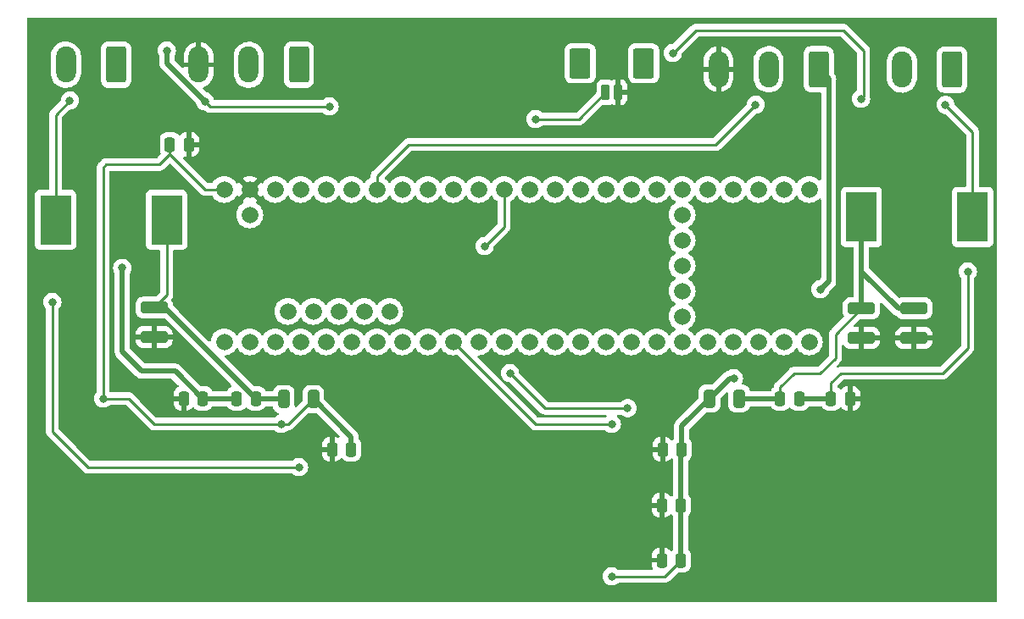
<source format=gbr>
%TF.GenerationSoftware,KiCad,Pcbnew,7.0.9*%
%TF.CreationDate,2023-12-24T18:06:15-08:00*%
%TF.ProjectId,RatatoulliBoard,52617461-746f-4756-9c6c-69426f617264,rev?*%
%TF.SameCoordinates,Original*%
%TF.FileFunction,Copper,L2,Bot*%
%TF.FilePolarity,Positive*%
%FSLAX46Y46*%
G04 Gerber Fmt 4.6, Leading zero omitted, Abs format (unit mm)*
G04 Created by KiCad (PCBNEW 7.0.9) date 2023-12-24 18:06:15*
%MOMM*%
%LPD*%
G01*
G04 APERTURE LIST*
G04 Aperture macros list*
%AMRoundRect*
0 Rectangle with rounded corners*
0 $1 Rounding radius*
0 $2 $3 $4 $5 $6 $7 $8 $9 X,Y pos of 4 corners*
0 Add a 4 corners polygon primitive as box body*
4,1,4,$2,$3,$4,$5,$6,$7,$8,$9,$2,$3,0*
0 Add four circle primitives for the rounded corners*
1,1,$1+$1,$2,$3*
1,1,$1+$1,$4,$5*
1,1,$1+$1,$6,$7*
1,1,$1+$1,$8,$9*
0 Add four rect primitives between the rounded corners*
20,1,$1+$1,$2,$3,$4,$5,0*
20,1,$1+$1,$4,$5,$6,$7,0*
20,1,$1+$1,$6,$7,$8,$9,0*
20,1,$1+$1,$8,$9,$2,$3,0*%
G04 Aperture macros list end*
%TA.AperFunction,ComponentPad*%
%ADD10C,1.665000*%
%TD*%
%TA.AperFunction,ComponentPad*%
%ADD11RoundRect,0.250000X0.750000X1.550000X-0.750000X1.550000X-0.750000X-1.550000X0.750000X-1.550000X0*%
%TD*%
%TA.AperFunction,ComponentPad*%
%ADD12O,2.000000X3.600000*%
%TD*%
%TA.AperFunction,SMDPad,CuDef*%
%ADD13RoundRect,0.250000X-1.100000X0.325000X-1.100000X-0.325000X1.100000X-0.325000X1.100000X0.325000X0*%
%TD*%
%TA.AperFunction,SMDPad,CuDef*%
%ADD14RoundRect,0.250000X0.250000X0.475000X-0.250000X0.475000X-0.250000X-0.475000X0.250000X-0.475000X0*%
%TD*%
%TA.AperFunction,SMDPad,CuDef*%
%ADD15RoundRect,0.250000X0.325000X0.650000X-0.325000X0.650000X-0.325000X-0.650000X0.325000X-0.650000X0*%
%TD*%
%TA.AperFunction,SMDPad,CuDef*%
%ADD16R,3.100000X5.000000*%
%TD*%
%TA.AperFunction,SMDPad,CuDef*%
%ADD17RoundRect,0.250000X-0.325000X-0.650000X0.325000X-0.650000X0.325000X0.650000X-0.325000X0.650000X0*%
%TD*%
%TA.AperFunction,SMDPad,CuDef*%
%ADD18RoundRect,0.250000X-0.250000X-0.475000X0.250000X-0.475000X0.250000X0.475000X-0.250000X0.475000X0*%
%TD*%
%TA.AperFunction,SMDPad,CuDef*%
%ADD19RoundRect,0.200000X-0.200000X-0.600000X0.200000X-0.600000X0.200000X0.600000X-0.200000X0.600000X0*%
%TD*%
%TA.AperFunction,SMDPad,CuDef*%
%ADD20RoundRect,0.250001X-0.799999X-1.249999X0.799999X-1.249999X0.799999X1.249999X-0.799999X1.249999X0*%
%TD*%
%TA.AperFunction,ViaPad*%
%ADD21C,0.800000*%
%TD*%
%TA.AperFunction,Conductor*%
%ADD22C,0.250000*%
%TD*%
%TA.AperFunction,Conductor*%
%ADD23C,0.500000*%
%TD*%
G04 APERTURE END LIST*
D10*
%TO.P,IC1,1,TX1*%
%TO.N,TX1*%
X62903794Y-67993111D03*
%TO.P,IC1,2,OUT2*%
%TO.N,unconnected-(IC1-OUT2-Pad2)*%
X65443794Y-67993111D03*
%TO.P,IC1,3,LRCLK2*%
%TO.N,unconnected-(IC1-LRCLK2-Pad3)*%
X67983794Y-67993111D03*
%TO.P,IC1,4,BCLK2*%
%TO.N,unconnected-(IC1-BCLK2-Pad4)*%
X70523794Y-67993111D03*
%TO.P,IC1,5,IN2*%
%TO.N,unconnected-(IC1-IN2-Pad5)*%
X73063794Y-67993111D03*
%TO.P,IC1,6,OUT1D*%
%TO.N,unconnected-(IC1-OUT1D-Pad6)*%
X75603794Y-67993111D03*
%TO.P,IC1,7,RX2*%
%TO.N,RX2*%
X78143794Y-67993111D03*
%TO.P,IC1,8,TX2*%
%TO.N,TX2*%
X80683794Y-67993111D03*
%TO.P,IC1,9,OUT1C*%
%TO.N,unconnected-(IC1-OUT1C-Pad9)*%
X83223794Y-67993111D03*
%TO.P,IC1,10,CS_1*%
%TO.N,unconnected-(IC1-CS_1-Pad10)*%
X85763794Y-67993111D03*
%TO.P,IC1,11,MOSI*%
%TO.N,unconnected-(IC1-MOSI-Pad11)*%
X88303794Y-67993111D03*
%TO.P,IC1,12,MISO*%
%TO.N,unconnected-(IC1-MISO-Pad12)*%
X90843794Y-67993111D03*
%TO.P,IC1,13,SCK*%
%TO.N,unconnected-(IC1-SCK-Pad13)*%
X90843794Y-52753111D03*
%TO.P,IC1,14,A0*%
%TO.N,TX3*%
X88303794Y-52753111D03*
%TO.P,IC1,15,A1*%
%TO.N,RX3*%
X85763794Y-52753111D03*
%TO.P,IC1,16,A2*%
%TO.N,TX4*%
X83223794Y-52753111D03*
%TO.P,IC1,17,A3*%
%TO.N,RX4*%
X80683794Y-52753111D03*
%TO.P,IC1,18,A4*%
%TO.N,BDC22*%
X78143794Y-52753111D03*
%TO.P,IC1,19,A5*%
%TO.N,BDC21*%
X75603794Y-52753111D03*
%TO.P,IC1,20,A6*%
%TO.N,RF_INT*%
X73063794Y-52753111D03*
%TO.P,IC1,21,A7*%
%TO.N,LF_INT*%
X70523794Y-52753111D03*
%TO.P,IC1,22,A8*%
%TO.N,BDC12*%
X67983794Y-52753111D03*
%TO.P,IC1,23,A9*%
%TO.N,BDC11*%
X65443794Y-52753111D03*
%TO.P,IC1,24,A10*%
%TO.N,Net-(IC1-A10)*%
X95923794Y-67993111D03*
%TO.P,IC1,25,A11*%
%TO.N,Net-(IC1-A11)*%
X98463794Y-67993111D03*
%TO.P,IC1,26,A12*%
%TO.N,Net-(IC1-A12)*%
X101003794Y-67993111D03*
%TO.P,IC1,27,A13*%
%TO.N,unconnected-(IC1-A13-Pad27)*%
X103543794Y-67993111D03*
%TO.P,IC1,28,RX7*%
%TO.N,unconnected-(IC1-RX7-Pad28)*%
X106083794Y-67993111D03*
%TO.P,IC1,29,TX7*%
%TO.N,unconnected-(IC1-TX7-Pad29)*%
X108623794Y-67993111D03*
%TO.P,IC1,30,CRX3*%
%TO.N,unconnected-(IC1-CRX3-Pad30)*%
X111163794Y-67993111D03*
%TO.P,IC1,31,CTX3*%
%TO.N,unconnected-(IC1-CTX3-Pad31)*%
X113703794Y-67993111D03*
%TO.P,IC1,32,OUT1B*%
%TO.N,unconnected-(IC1-OUT1B-Pad32)*%
X116243794Y-67993111D03*
%TO.P,IC1,33,MCLK2*%
%TO.N,unconnected-(IC1-MCLK2-Pad33)*%
X116243794Y-52753111D03*
%TO.P,IC1,34,RX8*%
%TO.N,unconnected-(IC1-RX8-Pad34)*%
X113703794Y-52753111D03*
%TO.P,IC1,35,TX8*%
%TO.N,unconnected-(IC1-TX8-Pad35)*%
X111163794Y-52753111D03*
%TO.P,IC1,36,CS_2*%
%TO.N,unconnected-(IC1-CS_2-Pad36)*%
X108623794Y-52753111D03*
%TO.P,IC1,37,CS_3*%
%TO.N,unconnected-(IC1-CS_3-Pad37)*%
X106083794Y-52753111D03*
%TO.P,IC1,38,A14*%
%TO.N,unconnected-(IC1-A14-Pad38)*%
X103543794Y-52753111D03*
%TO.P,IC1,39,A15*%
%TO.N,unconnected-(IC1-A15-Pad39)*%
X101003794Y-52753111D03*
%TO.P,IC1,40,A16*%
%TO.N,unconnected-(IC1-A16-Pad40)*%
X98463794Y-52753111D03*
%TO.P,IC1,41,A17*%
%TO.N,unconnected-(IC1-A17-Pad41)*%
X95923794Y-52753111D03*
%TO.P,IC1,42,3.3V_1*%
%TO.N,unconnected-(IC1-3.3V_1-Pad42)*%
X93383794Y-67993111D03*
%TO.P,IC1,43,VBAT*%
%TO.N,unconnected-(IC1-VBAT-Pad43)*%
X103543794Y-65453111D03*
%TO.P,IC1,44,3.3V_2*%
%TO.N,unconnected-(IC1-3.3V_2-Pad44)*%
X103543794Y-62913111D03*
%TO.P,IC1,45,GND_1*%
%TO.N,unconnected-(IC1-GND_1-Pad45)*%
X103543794Y-60373111D03*
%TO.P,IC1,46,PROGRAM*%
%TO.N,unconnected-(IC1-PROGRAM-Pad46)*%
X103543794Y-57833111D03*
%TO.P,IC1,47,ON/OFF*%
%TO.N,unconnected-(IC1-ON{slash}OFF-Pad47)*%
X103543794Y-55293111D03*
%TO.P,IC1,48,GND_2*%
%TO.N,unconnected-(IC1-GND_2-Pad48)*%
X74333794Y-64943111D03*
%TO.P,IC1,49,GND_3*%
%TO.N,unconnected-(IC1-GND_3-Pad49)*%
X71793794Y-64943111D03*
%TO.P,IC1,50,D+*%
%TO.N,unconnected-(IC1-D+-Pad50)*%
X69253794Y-64943111D03*
%TO.P,IC1,51,D-*%
%TO.N,unconnected-(IC1-D--Pad51)*%
X66713794Y-64943111D03*
%TO.P,IC1,52,+5V*%
%TO.N,unconnected-(IC1-+5V-Pad52)*%
X64173794Y-64943111D03*
%TO.P,IC1,53,3.3V_(250_M_A_MAX)*%
%TO.N,unconnected-(IC1-3.3V_(250_M_A_MAX)-Pad53)*%
X62903794Y-52753111D03*
%TO.P,IC1,55,VIN_(3.6_TO_5.5_VOLTS)*%
%TO.N,+5V*%
X57823794Y-52753111D03*
%TO.P,IC1,57,RX1*%
%TO.N,RX1*%
X60363794Y-67993111D03*
%TO.P,IC1,68,VUSB*%
%TO.N,unconnected-(IC1-VUSB-Pad68)*%
X60363794Y-55293111D03*
%TO.P,IC1,69,GND_4*%
%TO.N,unconnected-(IC1-GND_4-Pad69)*%
X93383794Y-52753111D03*
%TO.P,IC1,70,GND_5*%
%TO.N,GND*%
X60363794Y-52753111D03*
%TO.P,IC1,71,GND_6*%
%TO.N,unconnected-(IC1-GND_6-Pad71)*%
X57823794Y-67993111D03*
%TD*%
D11*
%TO.P,J8,1,Pin_1*%
%TO.N,+3.3V*%
X65263975Y-40287754D03*
D12*
%TO.P,J8,2,Pin_2*%
%TO.N,LF_INT*%
X60263975Y-40287754D03*
%TO.P,J8,3,Pin_3*%
%TO.N,GND*%
X55263975Y-40287754D03*
%TD*%
D11*
%TO.P,J2,1,Pin_1*%
%TO.N,Net-(IC3-OUT2)*%
X130500000Y-40777500D03*
D12*
%TO.P,J2,2,Pin_2*%
%TO.N,Net-(IC3-OUT1)*%
X125500000Y-40777500D03*
%TD*%
%TO.P,J7,3,Pin_3*%
%TO.N,GND*%
X107177614Y-40728079D03*
%TO.P,J7,2,Pin_2*%
%TO.N,RF_INT*%
X112177614Y-40728079D03*
D11*
%TO.P,J7,1,Pin_1*%
%TO.N,+3.3V*%
X117177614Y-40728079D03*
%TD*%
%TO.P,J1,1,Pin_1*%
%TO.N,Net-(IC2-OUT2)*%
X47000000Y-40277500D03*
D12*
%TO.P,J1,2,Pin_2*%
%TO.N,Net-(IC2-OUT1)*%
X42000000Y-40277500D03*
%TD*%
D13*
%TO.P,C11,2*%
%TO.N,GND*%
X121456044Y-67593552D03*
%TO.P,C11,1*%
%TO.N,Net-(C11-Pad1)*%
X121456044Y-64643552D03*
%TD*%
D14*
%TO.P,C14,1*%
%TO.N,+3.3V*%
X103423964Y-89819596D03*
%TO.P,C14,2*%
%TO.N,GND*%
X101523964Y-89819596D03*
%TD*%
D15*
%TO.P,F1,1*%
%TO.N,+5V*%
X66702346Y-73718046D03*
%TO.P,F1,2*%
%TO.N,Net-(C7-Pad1)*%
X63752346Y-73718046D03*
%TD*%
D14*
%TO.P,C18,1*%
%TO.N,+5V*%
X70480000Y-78740000D03*
%TO.P,C18,2*%
%TO.N,GND*%
X68580000Y-78740000D03*
%TD*%
D16*
%TO.P,L1,1,1*%
%TO.N,Net-(U1-SW)*%
X40960608Y-55793094D03*
%TO.P,L1,2,2*%
%TO.N,Net-(C7-Pad1)*%
X52060608Y-55793094D03*
%TD*%
D14*
%TO.P,R2,1*%
%TO.N,Net-(C7-Pad1)*%
X60960000Y-73660000D03*
%TO.P,R2,2*%
%TO.N,Net-(U1-FB)*%
X59060000Y-73660000D03*
%TD*%
%TO.P,C17,1*%
%TO.N,+3.3V*%
X103414143Y-84338461D03*
%TO.P,C17,2*%
%TO.N,GND*%
X101514143Y-84338461D03*
%TD*%
D17*
%TO.P,F2,1*%
%TO.N,+3.3V*%
X106270000Y-73660000D03*
%TO.P,F2,2*%
%TO.N,Net-(C11-Pad1)*%
X109220000Y-73660000D03*
%TD*%
D18*
%TO.P,R6,1*%
%TO.N,Net-(U2-FB)*%
X118430000Y-73660000D03*
%TO.P,R6,2*%
%TO.N,GND*%
X120330000Y-73660000D03*
%TD*%
D14*
%TO.P,C15,1*%
%TO.N,+3.3V*%
X103500000Y-78740000D03*
%TO.P,C15,2*%
%TO.N,GND*%
X101600000Y-78740000D03*
%TD*%
D18*
%TO.P,R5,1*%
%TO.N,Net-(C11-Pad1)*%
X113350000Y-73660000D03*
%TO.P,R5,2*%
%TO.N,Net-(U2-FB)*%
X115250000Y-73660000D03*
%TD*%
%TO.P,C5,1*%
%TO.N,+5V*%
X52390000Y-48260000D03*
%TO.P,C5,2*%
%TO.N,GND*%
X54290000Y-48260000D03*
%TD*%
D13*
%TO.P,C12,1*%
%TO.N,Net-(C11-Pad1)*%
X126702466Y-64643552D03*
%TO.P,C12,2*%
%TO.N,GND*%
X126702466Y-67593552D03*
%TD*%
D19*
%TO.P,J9,1,Pin_1*%
%TO.N,Net-(J9-Pin_1)*%
X95895000Y-43040000D03*
%TO.P,J9,2,Pin_2*%
%TO.N,GND*%
X97145000Y-43040000D03*
D20*
%TO.P,J9,MP*%
%TO.N,N/C*%
X93345000Y-40140000D03*
X99695000Y-40140000D03*
%TD*%
D14*
%TO.P,R3,1*%
%TO.N,Net-(U1-FB)*%
X55650000Y-73660000D03*
%TO.P,R3,2*%
%TO.N,GND*%
X53750000Y-73660000D03*
%TD*%
D13*
%TO.P,C7,1*%
%TO.N,Net-(C7-Pad1)*%
X50800000Y-64565000D03*
%TO.P,C7,2*%
%TO.N,GND*%
X50800000Y-67515000D03*
%TD*%
D16*
%TO.P,L2,1,1*%
%TO.N,Net-(U2-SW)*%
X132550000Y-55500000D03*
%TO.P,L2,2,2*%
%TO.N,Net-(C11-Pad1)*%
X121450000Y-55500000D03*
%TD*%
D21*
%TO.N,+12V*%
X65278000Y-80518000D03*
X40640000Y-64008000D03*
X52070000Y-38862000D03*
X121412000Y-43688000D03*
X102616000Y-39116000D03*
X68326000Y-44450000D03*
X55880000Y-43942000D03*
%TO.N,+3.3V*%
X108712000Y-71628000D03*
X117348000Y-62738000D03*
%TO.N,GND*%
X105410000Y-46736000D03*
X104902000Y-43942000D03*
%TO.N,RX2*%
X98108766Y-74634434D03*
X86360000Y-71120000D03*
%TO.N,TX2*%
X96520000Y-76200000D03*
%TO.N,Net-(U1-FB)*%
X47620508Y-60609049D03*
%TO.N,+5V*%
X63500000Y-76200000D03*
%TO.N,Net-(U2-SW)*%
X129852721Y-44291680D03*
%TO.N,Net-(U2-FB)*%
X132080000Y-60960000D03*
%TO.N,Net-(J9-Pin_1)*%
X88900000Y-45720000D03*
%TO.N,RF_INT*%
X110890459Y-44270438D03*
%TO.N,+5V*%
X45720000Y-73660000D03*
%TO.N,+3.3V*%
X96520000Y-91440000D03*
%TO.N,Net-(U1-SW)*%
X42391172Y-43855221D03*
%TO.N,RX3*%
X83820000Y-58420000D03*
%TD*%
D22*
%TO.N,+12V*%
X40640000Y-76962000D02*
X40640000Y-64008000D01*
X65278000Y-80518000D02*
X44196000Y-80518000D01*
X44196000Y-80518000D02*
X40640000Y-76962000D01*
D23*
X52070000Y-40132000D02*
X55880000Y-43942000D01*
X52070000Y-38862000D02*
X52070000Y-40132000D01*
D22*
X121666000Y-43434000D02*
X121412000Y-43688000D01*
X119634000Y-36830000D02*
X121666000Y-38862000D01*
X102616000Y-39116000D02*
X104902000Y-36830000D01*
X121666000Y-38862000D02*
X121666000Y-43434000D01*
X104902000Y-36830000D02*
X119634000Y-36830000D01*
X68326000Y-44450000D02*
X56388000Y-44450000D01*
X56388000Y-44450000D02*
X55880000Y-43942000D01*
D23*
%TO.N,+3.3V*%
X108302000Y-71628000D02*
X106270000Y-73660000D01*
X108712000Y-71628000D02*
X108302000Y-71628000D01*
X118177614Y-41728079D02*
X118177614Y-61908386D01*
X118177614Y-61908386D02*
X117348000Y-62738000D01*
X117177614Y-40728079D02*
X118177614Y-41728079D01*
D22*
%TO.N,GND*%
X104902000Y-46228000D02*
X105410000Y-46736000D01*
X104902000Y-43942000D02*
X104902000Y-46228000D01*
%TO.N,+5V*%
X52390000Y-49215825D02*
X52390000Y-48260000D01*
X55927286Y-52753111D02*
X52390000Y-49215825D01*
X51355771Y-50250054D02*
X52390000Y-49215825D01*
%TO.N,RX2*%
X98108766Y-74634434D02*
X89874434Y-74634434D01*
X89874434Y-74634434D02*
X86360000Y-71120000D01*
%TO.N,TX2*%
X88890683Y-76200000D02*
X80683794Y-67993111D01*
X96520000Y-76200000D02*
X88890683Y-76200000D01*
D23*
%TO.N,Net-(U1-FB)*%
X47635975Y-60624516D02*
X47620508Y-60609049D01*
X47635975Y-68976811D02*
X47635975Y-60624516D01*
X49584844Y-70925680D02*
X47635975Y-68976811D01*
X49739516Y-70925680D02*
X49584844Y-70925680D01*
X52915680Y-70925680D02*
X49739516Y-70925680D01*
X55650000Y-73660000D02*
X52915680Y-70925680D01*
D22*
%TO.N,+5V*%
X46018972Y-50250054D02*
X51355771Y-50250054D01*
X45720000Y-50549026D02*
X46018972Y-50250054D01*
X45720000Y-73660000D02*
X45720000Y-50549026D01*
X48260000Y-73660000D02*
X50800000Y-76200000D01*
X45720000Y-73660000D02*
X48260000Y-73660000D01*
X50800000Y-76200000D02*
X63500000Y-76200000D01*
%TO.N,Net-(U2-FB)*%
X118430000Y-72070000D02*
X118430000Y-73660000D01*
X132080000Y-68580000D02*
X129540000Y-71120000D01*
X119380000Y-71120000D02*
X118430000Y-72070000D01*
X132080000Y-60960000D02*
X132080000Y-68580000D01*
X129540000Y-71120000D02*
X119380000Y-71120000D01*
%TO.N,+5V*%
X64220392Y-76200000D02*
X66702346Y-73718046D01*
X63500000Y-76200000D02*
X64220392Y-76200000D01*
%TO.N,Net-(C11-Pad1)*%
X113350000Y-72489573D02*
X113350000Y-73660000D01*
X118857002Y-67242594D02*
X118857002Y-69592663D01*
X117325747Y-71123918D02*
X114715655Y-71123918D01*
X114715655Y-71123918D02*
X113350000Y-72489573D01*
X121456044Y-64643552D02*
X118857002Y-67242594D01*
X118857002Y-69592663D02*
X117325747Y-71123918D01*
%TO.N,Net-(U2-SW)*%
X132550000Y-46988959D02*
X129852721Y-44291680D01*
X132550000Y-55500000D02*
X132550000Y-46988959D01*
%TO.N,Net-(J9-Pin_1)*%
X93215000Y-45720000D02*
X95895000Y-43040000D01*
X88900000Y-45720000D02*
X93215000Y-45720000D01*
%TO.N,RF_INT*%
X73063794Y-51396206D02*
X73063794Y-52753111D01*
X76200000Y-48260000D02*
X73063794Y-51396206D01*
X110890459Y-44270438D02*
X106900897Y-48260000D01*
X106900897Y-48260000D02*
X76200000Y-48260000D01*
%TO.N,+5V*%
X55927286Y-52753111D02*
X57823794Y-52753111D01*
%TO.N,+3.3V*%
X96520000Y-91440000D02*
X101803560Y-91440000D01*
X101803560Y-91440000D02*
X103423964Y-89819596D01*
D23*
%TO.N,Net-(C7-Pad1)*%
X51865000Y-64565000D02*
X50800000Y-64565000D01*
X60960000Y-73660000D02*
X51865000Y-64565000D01*
D22*
%TO.N,Net-(U1-SW)*%
X40960608Y-45285785D02*
X42391172Y-43855221D01*
X40960608Y-55793094D02*
X40960608Y-45285785D01*
%TO.N,RX3*%
X85763794Y-56476206D02*
X85763794Y-52753111D01*
X83820000Y-58420000D02*
X85763794Y-56476206D01*
D23*
%TO.N,+5V*%
X66702346Y-73718046D02*
X70480000Y-77495700D01*
X70480000Y-77495700D02*
X70480000Y-78740000D01*
%TO.N,Net-(U1-FB)*%
X55650000Y-73660000D02*
X59060000Y-73660000D01*
%TO.N,Net-(U2-FB)*%
X118430000Y-73660000D02*
X115250000Y-73660000D01*
D22*
%TO.N,Net-(C7-Pad1)*%
X50800000Y-64565000D02*
X52060608Y-63304392D01*
D23*
X60960000Y-73660000D02*
X63694300Y-73660000D01*
D22*
X52060608Y-63304392D02*
X52060608Y-55793094D01*
X63694300Y-73660000D02*
X63752346Y-73718046D01*
D23*
%TO.N,Net-(C11-Pad1)*%
X125133552Y-64643552D02*
X121450000Y-60960000D01*
D22*
X121450000Y-64637508D02*
X121456044Y-64643552D01*
D23*
X126702466Y-64643552D02*
X125133552Y-64643552D01*
X121450000Y-55500000D02*
X121450000Y-60960000D01*
X113350000Y-73660000D02*
X109220000Y-73660000D01*
X121450000Y-60960000D02*
X121450000Y-64637508D01*
%TO.N,+3.3V*%
X103500000Y-76430000D02*
X103500000Y-78740000D01*
X103423964Y-84348282D02*
X103423964Y-89819596D01*
D22*
X103414143Y-84338461D02*
X103423964Y-84348282D01*
D23*
X106270000Y-73660000D02*
X103500000Y-76430000D01*
D22*
X103500000Y-78740000D02*
X103414143Y-78825857D01*
D23*
X103414143Y-78825857D02*
X103414143Y-84338461D01*
%TD*%
%TA.AperFunction,Conductor*%
%TO.N,GND*%
G36*
X52433333Y-50170909D02*
G01*
X52477680Y-50199410D01*
X55420198Y-53141928D01*
X55430102Y-53154289D01*
X55430312Y-53154116D01*
X55435287Y-53160130D01*
X55486364Y-53208095D01*
X55507510Y-53229241D01*
X55513099Y-53233577D01*
X55517531Y-53237363D01*
X55549039Y-53266949D01*
X55551966Y-53269698D01*
X55569848Y-53279528D01*
X55586115Y-53290213D01*
X55602246Y-53302726D01*
X55624124Y-53312192D01*
X55645593Y-53321482D01*
X55650819Y-53324042D01*
X55692226Y-53346806D01*
X55712002Y-53351883D01*
X55730410Y-53358186D01*
X55749136Y-53366290D01*
X55749138Y-53366291D01*
X55749139Y-53366291D01*
X55749141Y-53366292D01*
X55782467Y-53371570D01*
X55795789Y-53373680D01*
X55801498Y-53374862D01*
X55847256Y-53386611D01*
X55867670Y-53386611D01*
X55887069Y-53388138D01*
X55907229Y-53391331D01*
X55954252Y-53386886D01*
X55960090Y-53386611D01*
X56565767Y-53386611D01*
X56632806Y-53406296D01*
X56667342Y-53439488D01*
X56792600Y-53618376D01*
X56792605Y-53618382D01*
X56958523Y-53784300D01*
X57054628Y-53851593D01*
X57150728Y-53918884D01*
X57150730Y-53918885D01*
X57150733Y-53918887D01*
X57363393Y-54018052D01*
X57363399Y-54018053D01*
X57363400Y-54018054D01*
X57417952Y-54032671D01*
X57590042Y-54078782D01*
X57773571Y-54094839D01*
X57823793Y-54099233D01*
X57823794Y-54099233D01*
X57823795Y-54099233D01*
X57874017Y-54094839D01*
X58057546Y-54078782D01*
X58284195Y-54018052D01*
X58496855Y-53918887D01*
X58689065Y-53784300D01*
X58854983Y-53618382D01*
X58989570Y-53426172D01*
X58989579Y-53426152D01*
X58991323Y-53423133D01*
X58992452Y-53422055D01*
X58992675Y-53421738D01*
X58992738Y-53421782D01*
X59041884Y-53374910D01*
X59110489Y-53361678D01*
X59175357Y-53387637D01*
X59201625Y-53417944D01*
X59202302Y-53417471D01*
X59261432Y-53501918D01*
X59833635Y-52929714D01*
X59835922Y-52940717D01*
X59906113Y-53076178D01*
X60010247Y-53187678D01*
X60140603Y-53266949D01*
X60189740Y-53280716D01*
X59614985Y-53855471D01*
X59699434Y-53914603D01*
X59698579Y-53915823D01*
X59742003Y-53961368D01*
X59755224Y-54029975D01*
X59729254Y-54094839D01*
X59693788Y-54125571D01*
X59690731Y-54127335D01*
X59498528Y-54261918D01*
X59498521Y-54261923D01*
X59332606Y-54427838D01*
X59332601Y-54427845D01*
X59198020Y-54620045D01*
X59198018Y-54620049D01*
X59098854Y-54832708D01*
X59098850Y-54832717D01*
X59038124Y-55059353D01*
X59038122Y-55059363D01*
X59017672Y-55293110D01*
X59017672Y-55293111D01*
X59038122Y-55526858D01*
X59038124Y-55526868D01*
X59098850Y-55753504D01*
X59098852Y-55753508D01*
X59098853Y-55753512D01*
X59198018Y-55966172D01*
X59198020Y-55966176D01*
X59305573Y-56119776D01*
X59332605Y-56158382D01*
X59498523Y-56324300D01*
X59594628Y-56391593D01*
X59690728Y-56458884D01*
X59690730Y-56458885D01*
X59690733Y-56458887D01*
X59903393Y-56558052D01*
X59903399Y-56558053D01*
X59903400Y-56558054D01*
X59941154Y-56568170D01*
X60130042Y-56618782D01*
X60317043Y-56635142D01*
X60363793Y-56639233D01*
X60363794Y-56639233D01*
X60363795Y-56639233D01*
X60402752Y-56635824D01*
X60597546Y-56618782D01*
X60824195Y-56558052D01*
X61036855Y-56458887D01*
X61229065Y-56324300D01*
X61394983Y-56158382D01*
X61529570Y-55966172D01*
X61628735Y-55753512D01*
X61689465Y-55526863D01*
X61709916Y-55293111D01*
X61689465Y-55059359D01*
X61628735Y-54832710D01*
X61529570Y-54620050D01*
X61529568Y-54620047D01*
X61529567Y-54620045D01*
X61462276Y-54523945D01*
X61394983Y-54427840D01*
X61229065Y-54261922D01*
X61180885Y-54228186D01*
X61036863Y-54127340D01*
X61036858Y-54127337D01*
X61036855Y-54127335D01*
X61036851Y-54127333D01*
X61033805Y-54125575D01*
X61032726Y-54124443D01*
X61032421Y-54124230D01*
X61032463Y-54124168D01*
X60985588Y-54075010D01*
X60972362Y-54006403D01*
X60998327Y-53941537D01*
X61028628Y-53915282D01*
X61028154Y-53914604D01*
X61112601Y-53855472D01*
X61112601Y-53855471D01*
X60539163Y-53282032D01*
X60654874Y-53231772D01*
X60773221Y-53135490D01*
X60861203Y-53010848D01*
X60891064Y-52926828D01*
X61466154Y-53501918D01*
X61466155Y-53501918D01*
X61525287Y-53417471D01*
X61526509Y-53418326D01*
X61572037Y-53374908D01*
X61640643Y-53361678D01*
X61705510Y-53387640D01*
X61736258Y-53423122D01*
X61738023Y-53426180D01*
X61791056Y-53501918D01*
X61872605Y-53618382D01*
X62038523Y-53784300D01*
X62134628Y-53851593D01*
X62230728Y-53918884D01*
X62230730Y-53918885D01*
X62230733Y-53918887D01*
X62443393Y-54018052D01*
X62443399Y-54018053D01*
X62443400Y-54018054D01*
X62497952Y-54032671D01*
X62670042Y-54078782D01*
X62853571Y-54094839D01*
X62903793Y-54099233D01*
X62903794Y-54099233D01*
X62903795Y-54099233D01*
X62954017Y-54094839D01*
X63137546Y-54078782D01*
X63364195Y-54018052D01*
X63576855Y-53918887D01*
X63769065Y-53784300D01*
X63934983Y-53618382D01*
X64069570Y-53426172D01*
X64069569Y-53426172D01*
X64072219Y-53422389D01*
X64126796Y-53378764D01*
X64196294Y-53371570D01*
X64258649Y-53403093D01*
X64275369Y-53422389D01*
X64412600Y-53618376D01*
X64412605Y-53618382D01*
X64578523Y-53784300D01*
X64674628Y-53851593D01*
X64770728Y-53918884D01*
X64770730Y-53918885D01*
X64770733Y-53918887D01*
X64983393Y-54018052D01*
X64983399Y-54018053D01*
X64983400Y-54018054D01*
X65037952Y-54032671D01*
X65210042Y-54078782D01*
X65393571Y-54094839D01*
X65443793Y-54099233D01*
X65443794Y-54099233D01*
X65443795Y-54099233D01*
X65494017Y-54094839D01*
X65677546Y-54078782D01*
X65904195Y-54018052D01*
X66116855Y-53918887D01*
X66309065Y-53784300D01*
X66474983Y-53618382D01*
X66609570Y-53426172D01*
X66609569Y-53426172D01*
X66612219Y-53422389D01*
X66666796Y-53378764D01*
X66736294Y-53371570D01*
X66798649Y-53403093D01*
X66815369Y-53422389D01*
X66952600Y-53618376D01*
X66952605Y-53618382D01*
X67118523Y-53784300D01*
X67214628Y-53851593D01*
X67310728Y-53918884D01*
X67310730Y-53918885D01*
X67310733Y-53918887D01*
X67523393Y-54018052D01*
X67523399Y-54018053D01*
X67523400Y-54018054D01*
X67577952Y-54032671D01*
X67750042Y-54078782D01*
X67933571Y-54094839D01*
X67983793Y-54099233D01*
X67983794Y-54099233D01*
X67983795Y-54099233D01*
X68034017Y-54094839D01*
X68217546Y-54078782D01*
X68444195Y-54018052D01*
X68656855Y-53918887D01*
X68849065Y-53784300D01*
X69014983Y-53618382D01*
X69149570Y-53426172D01*
X69149569Y-53426172D01*
X69152219Y-53422389D01*
X69206796Y-53378764D01*
X69276294Y-53371570D01*
X69338649Y-53403093D01*
X69355369Y-53422389D01*
X69492600Y-53618376D01*
X69492605Y-53618382D01*
X69658523Y-53784300D01*
X69754628Y-53851593D01*
X69850728Y-53918884D01*
X69850730Y-53918885D01*
X69850733Y-53918887D01*
X70063393Y-54018052D01*
X70063399Y-54018053D01*
X70063400Y-54018054D01*
X70117952Y-54032671D01*
X70290042Y-54078782D01*
X70473571Y-54094839D01*
X70523793Y-54099233D01*
X70523794Y-54099233D01*
X70523795Y-54099233D01*
X70574017Y-54094839D01*
X70757546Y-54078782D01*
X70984195Y-54018052D01*
X71196855Y-53918887D01*
X71389065Y-53784300D01*
X71554983Y-53618382D01*
X71689570Y-53426172D01*
X71689569Y-53426172D01*
X71692219Y-53422389D01*
X71746796Y-53378764D01*
X71816294Y-53371570D01*
X71878649Y-53403093D01*
X71895369Y-53422389D01*
X72032600Y-53618376D01*
X72032605Y-53618382D01*
X72198523Y-53784300D01*
X72294628Y-53851593D01*
X72390728Y-53918884D01*
X72390730Y-53918885D01*
X72390733Y-53918887D01*
X72603393Y-54018052D01*
X72603399Y-54018053D01*
X72603400Y-54018054D01*
X72657952Y-54032671D01*
X72830042Y-54078782D01*
X73013571Y-54094839D01*
X73063793Y-54099233D01*
X73063794Y-54099233D01*
X73063795Y-54099233D01*
X73114017Y-54094839D01*
X73297546Y-54078782D01*
X73524195Y-54018052D01*
X73736855Y-53918887D01*
X73929065Y-53784300D01*
X74094983Y-53618382D01*
X74229570Y-53426172D01*
X74229569Y-53426172D01*
X74232219Y-53422389D01*
X74286796Y-53378764D01*
X74356294Y-53371570D01*
X74418649Y-53403093D01*
X74435369Y-53422389D01*
X74572600Y-53618376D01*
X74572605Y-53618382D01*
X74738523Y-53784300D01*
X74834628Y-53851593D01*
X74930728Y-53918884D01*
X74930730Y-53918885D01*
X74930733Y-53918887D01*
X75143393Y-54018052D01*
X75143399Y-54018053D01*
X75143400Y-54018054D01*
X75197952Y-54032671D01*
X75370042Y-54078782D01*
X75553571Y-54094839D01*
X75603793Y-54099233D01*
X75603794Y-54099233D01*
X75603795Y-54099233D01*
X75654017Y-54094839D01*
X75837546Y-54078782D01*
X76064195Y-54018052D01*
X76276855Y-53918887D01*
X76469065Y-53784300D01*
X76634983Y-53618382D01*
X76769570Y-53426172D01*
X76769569Y-53426172D01*
X76772219Y-53422389D01*
X76826796Y-53378764D01*
X76896294Y-53371570D01*
X76958649Y-53403093D01*
X76975369Y-53422389D01*
X77112600Y-53618376D01*
X77112605Y-53618382D01*
X77278523Y-53784300D01*
X77374628Y-53851593D01*
X77470728Y-53918884D01*
X77470730Y-53918885D01*
X77470733Y-53918887D01*
X77683393Y-54018052D01*
X77683399Y-54018053D01*
X77683400Y-54018054D01*
X77737952Y-54032671D01*
X77910042Y-54078782D01*
X78093571Y-54094839D01*
X78143793Y-54099233D01*
X78143794Y-54099233D01*
X78143795Y-54099233D01*
X78194017Y-54094839D01*
X78377546Y-54078782D01*
X78604195Y-54018052D01*
X78816855Y-53918887D01*
X79009065Y-53784300D01*
X79174983Y-53618382D01*
X79309570Y-53426172D01*
X79309569Y-53426172D01*
X79312219Y-53422389D01*
X79366796Y-53378764D01*
X79436294Y-53371570D01*
X79498649Y-53403093D01*
X79515369Y-53422389D01*
X79652600Y-53618376D01*
X79652605Y-53618382D01*
X79818523Y-53784300D01*
X79914628Y-53851593D01*
X80010728Y-53918884D01*
X80010730Y-53918885D01*
X80010733Y-53918887D01*
X80223393Y-54018052D01*
X80223399Y-54018053D01*
X80223400Y-54018054D01*
X80277952Y-54032671D01*
X80450042Y-54078782D01*
X80633571Y-54094839D01*
X80683793Y-54099233D01*
X80683794Y-54099233D01*
X80683795Y-54099233D01*
X80734017Y-54094839D01*
X80917546Y-54078782D01*
X81144195Y-54018052D01*
X81356855Y-53918887D01*
X81549065Y-53784300D01*
X81714983Y-53618382D01*
X81849570Y-53426172D01*
X81849569Y-53426172D01*
X81852219Y-53422389D01*
X81906796Y-53378764D01*
X81976294Y-53371570D01*
X82038649Y-53403093D01*
X82055369Y-53422389D01*
X82192600Y-53618376D01*
X82192605Y-53618382D01*
X82358523Y-53784300D01*
X82454628Y-53851593D01*
X82550728Y-53918884D01*
X82550730Y-53918885D01*
X82550733Y-53918887D01*
X82763393Y-54018052D01*
X82763399Y-54018053D01*
X82763400Y-54018054D01*
X82817952Y-54032671D01*
X82990042Y-54078782D01*
X83173571Y-54094839D01*
X83223793Y-54099233D01*
X83223794Y-54099233D01*
X83223795Y-54099233D01*
X83274017Y-54094839D01*
X83457546Y-54078782D01*
X83684195Y-54018052D01*
X83896855Y-53918887D01*
X84089065Y-53784300D01*
X84254983Y-53618382D01*
X84389570Y-53426172D01*
X84389569Y-53426172D01*
X84392219Y-53422389D01*
X84446796Y-53378764D01*
X84516294Y-53371570D01*
X84578649Y-53403093D01*
X84595369Y-53422389D01*
X84732600Y-53618376D01*
X84732605Y-53618382D01*
X84898523Y-53784300D01*
X85077418Y-53909564D01*
X85121042Y-53964138D01*
X85130294Y-54011137D01*
X85130294Y-56162439D01*
X85110609Y-56229478D01*
X85093975Y-56250120D01*
X83868914Y-57475181D01*
X83807591Y-57508666D01*
X83781233Y-57511500D01*
X83724513Y-57511500D01*
X83537714Y-57551205D01*
X83363246Y-57628883D01*
X83208745Y-57741135D01*
X83080959Y-57883057D01*
X82985473Y-58048443D01*
X82985470Y-58048450D01*
X82926459Y-58230068D01*
X82926458Y-58230072D01*
X82906496Y-58420000D01*
X82926458Y-58609928D01*
X82926459Y-58609931D01*
X82985470Y-58791549D01*
X82985473Y-58791556D01*
X83080960Y-58956944D01*
X83208747Y-59098866D01*
X83363248Y-59211118D01*
X83537712Y-59288794D01*
X83724513Y-59328500D01*
X83915487Y-59328500D01*
X84102288Y-59288794D01*
X84276752Y-59211118D01*
X84431253Y-59098866D01*
X84559040Y-58956944D01*
X84654527Y-58791556D01*
X84713542Y-58609928D01*
X84730981Y-58443999D01*
X84757564Y-58379388D01*
X84766611Y-58369292D01*
X86152611Y-56983292D01*
X86164972Y-56973391D01*
X86164798Y-56973181D01*
X86170807Y-56968208D01*
X86170812Y-56968206D01*
X86218778Y-56917126D01*
X86239929Y-56895976D01*
X86244255Y-56890398D01*
X86248044Y-56885961D01*
X86280380Y-56851527D01*
X86290213Y-56833638D01*
X86300896Y-56817375D01*
X86313408Y-56801247D01*
X86332165Y-56757897D01*
X86334735Y-56752653D01*
X86357487Y-56711270D01*
X86357487Y-56711269D01*
X86357489Y-56711266D01*
X86362568Y-56691479D01*
X86368864Y-56673091D01*
X86376975Y-56654351D01*
X86384363Y-56607703D01*
X86385545Y-56601992D01*
X86397294Y-56556236D01*
X86397294Y-56535821D01*
X86398821Y-56516420D01*
X86398870Y-56516113D01*
X86402014Y-56496263D01*
X86397569Y-56449239D01*
X86397294Y-56443401D01*
X86397294Y-54011137D01*
X86416979Y-53944098D01*
X86450167Y-53909565D01*
X86629065Y-53784300D01*
X86794983Y-53618382D01*
X86929570Y-53426172D01*
X86929569Y-53426172D01*
X86932219Y-53422389D01*
X86986796Y-53378764D01*
X87056294Y-53371570D01*
X87118649Y-53403093D01*
X87135369Y-53422389D01*
X87272600Y-53618376D01*
X87272605Y-53618382D01*
X87438523Y-53784300D01*
X87534628Y-53851593D01*
X87630728Y-53918884D01*
X87630730Y-53918885D01*
X87630733Y-53918887D01*
X87843393Y-54018052D01*
X87843399Y-54018053D01*
X87843400Y-54018054D01*
X87897952Y-54032671D01*
X88070042Y-54078782D01*
X88253571Y-54094839D01*
X88303793Y-54099233D01*
X88303794Y-54099233D01*
X88303795Y-54099233D01*
X88354017Y-54094839D01*
X88537546Y-54078782D01*
X88764195Y-54018052D01*
X88976855Y-53918887D01*
X89169065Y-53784300D01*
X89334983Y-53618382D01*
X89469570Y-53426172D01*
X89469569Y-53426172D01*
X89472219Y-53422389D01*
X89526796Y-53378764D01*
X89596294Y-53371570D01*
X89658649Y-53403093D01*
X89675369Y-53422389D01*
X89812600Y-53618376D01*
X89812605Y-53618382D01*
X89978523Y-53784300D01*
X90074628Y-53851593D01*
X90170728Y-53918884D01*
X90170730Y-53918885D01*
X90170733Y-53918887D01*
X90383393Y-54018052D01*
X90383399Y-54018053D01*
X90383400Y-54018054D01*
X90437952Y-54032671D01*
X90610042Y-54078782D01*
X90793571Y-54094839D01*
X90843793Y-54099233D01*
X90843794Y-54099233D01*
X90843795Y-54099233D01*
X90894017Y-54094839D01*
X91077546Y-54078782D01*
X91304195Y-54018052D01*
X91516855Y-53918887D01*
X91709065Y-53784300D01*
X91874983Y-53618382D01*
X92009570Y-53426172D01*
X92009569Y-53426172D01*
X92012219Y-53422389D01*
X92066796Y-53378764D01*
X92136294Y-53371570D01*
X92198649Y-53403093D01*
X92215369Y-53422389D01*
X92352600Y-53618376D01*
X92352605Y-53618382D01*
X92518523Y-53784300D01*
X92614628Y-53851593D01*
X92710728Y-53918884D01*
X92710730Y-53918885D01*
X92710733Y-53918887D01*
X92923393Y-54018052D01*
X92923399Y-54018053D01*
X92923400Y-54018054D01*
X92977952Y-54032671D01*
X93150042Y-54078782D01*
X93333571Y-54094839D01*
X93383793Y-54099233D01*
X93383794Y-54099233D01*
X93383795Y-54099233D01*
X93434017Y-54094839D01*
X93617546Y-54078782D01*
X93844195Y-54018052D01*
X94056855Y-53918887D01*
X94249065Y-53784300D01*
X94414983Y-53618382D01*
X94549570Y-53426172D01*
X94549569Y-53426172D01*
X94552219Y-53422389D01*
X94606796Y-53378764D01*
X94676294Y-53371570D01*
X94738649Y-53403093D01*
X94755369Y-53422389D01*
X94892600Y-53618376D01*
X94892605Y-53618382D01*
X95058523Y-53784300D01*
X95154628Y-53851593D01*
X95250728Y-53918884D01*
X95250730Y-53918885D01*
X95250733Y-53918887D01*
X95463393Y-54018052D01*
X95463399Y-54018053D01*
X95463400Y-54018054D01*
X95517952Y-54032671D01*
X95690042Y-54078782D01*
X95873571Y-54094839D01*
X95923793Y-54099233D01*
X95923794Y-54099233D01*
X95923795Y-54099233D01*
X95974017Y-54094839D01*
X96157546Y-54078782D01*
X96384195Y-54018052D01*
X96596855Y-53918887D01*
X96789065Y-53784300D01*
X96954983Y-53618382D01*
X97089570Y-53426172D01*
X97089569Y-53426172D01*
X97092219Y-53422389D01*
X97146796Y-53378764D01*
X97216294Y-53371570D01*
X97278649Y-53403093D01*
X97295369Y-53422389D01*
X97432600Y-53618376D01*
X97432605Y-53618382D01*
X97598523Y-53784300D01*
X97694628Y-53851593D01*
X97790728Y-53918884D01*
X97790730Y-53918885D01*
X97790733Y-53918887D01*
X98003393Y-54018052D01*
X98003399Y-54018053D01*
X98003400Y-54018054D01*
X98057952Y-54032671D01*
X98230042Y-54078782D01*
X98413571Y-54094839D01*
X98463793Y-54099233D01*
X98463794Y-54099233D01*
X98463795Y-54099233D01*
X98514017Y-54094839D01*
X98697546Y-54078782D01*
X98924195Y-54018052D01*
X99136855Y-53918887D01*
X99329065Y-53784300D01*
X99494983Y-53618382D01*
X99629570Y-53426172D01*
X99629569Y-53426172D01*
X99632219Y-53422389D01*
X99686796Y-53378764D01*
X99756294Y-53371570D01*
X99818649Y-53403093D01*
X99835369Y-53422389D01*
X99972600Y-53618376D01*
X99972605Y-53618382D01*
X100138523Y-53784300D01*
X100234628Y-53851593D01*
X100330728Y-53918884D01*
X100330730Y-53918885D01*
X100330733Y-53918887D01*
X100543393Y-54018052D01*
X100543399Y-54018053D01*
X100543400Y-54018054D01*
X100597952Y-54032671D01*
X100770042Y-54078782D01*
X100953571Y-54094839D01*
X101003793Y-54099233D01*
X101003794Y-54099233D01*
X101003795Y-54099233D01*
X101054017Y-54094839D01*
X101237546Y-54078782D01*
X101464195Y-54018052D01*
X101676855Y-53918887D01*
X101869065Y-53784300D01*
X102034983Y-53618382D01*
X102169570Y-53426172D01*
X102169569Y-53426172D01*
X102172219Y-53422389D01*
X102226796Y-53378764D01*
X102296294Y-53371570D01*
X102358649Y-53403093D01*
X102375369Y-53422389D01*
X102512600Y-53618376D01*
X102512605Y-53618382D01*
X102678523Y-53784300D01*
X102854659Y-53907631D01*
X102874516Y-53921536D01*
X102918140Y-53976113D01*
X102925333Y-54045612D01*
X102893811Y-54107966D01*
X102874516Y-54124686D01*
X102678523Y-54261922D01*
X102678521Y-54261923D01*
X102512606Y-54427838D01*
X102512601Y-54427845D01*
X102378020Y-54620045D01*
X102378018Y-54620049D01*
X102278854Y-54832708D01*
X102278850Y-54832717D01*
X102218124Y-55059353D01*
X102218122Y-55059363D01*
X102197672Y-55293110D01*
X102197672Y-55293111D01*
X102218122Y-55526858D01*
X102218124Y-55526868D01*
X102278850Y-55753504D01*
X102278852Y-55753508D01*
X102278853Y-55753512D01*
X102378018Y-55966172D01*
X102378020Y-55966176D01*
X102485573Y-56119776D01*
X102512605Y-56158382D01*
X102678523Y-56324300D01*
X102848617Y-56443401D01*
X102874516Y-56461536D01*
X102918140Y-56516113D01*
X102925333Y-56585612D01*
X102893811Y-56647966D01*
X102874516Y-56664686D01*
X102678523Y-56801922D01*
X102678521Y-56801923D01*
X102512606Y-56967838D01*
X102512601Y-56967845D01*
X102378020Y-57160045D01*
X102378018Y-57160049D01*
X102278854Y-57372708D01*
X102278850Y-57372717D01*
X102218124Y-57599353D01*
X102218122Y-57599363D01*
X102197672Y-57833110D01*
X102197672Y-57833111D01*
X102218122Y-58066858D01*
X102218124Y-58066868D01*
X102278850Y-58293504D01*
X102278852Y-58293508D01*
X102278853Y-58293512D01*
X102349028Y-58444003D01*
X102378018Y-58506172D01*
X102378020Y-58506176D01*
X102430405Y-58580989D01*
X102512605Y-58698382D01*
X102678523Y-58864300D01*
X102854659Y-58987631D01*
X102874516Y-59001536D01*
X102918140Y-59056113D01*
X102925333Y-59125612D01*
X102893811Y-59187966D01*
X102874516Y-59204686D01*
X102678523Y-59341922D01*
X102678521Y-59341923D01*
X102512606Y-59507838D01*
X102512601Y-59507845D01*
X102378020Y-59700045D01*
X102378018Y-59700049D01*
X102278854Y-59912708D01*
X102278850Y-59912717D01*
X102218124Y-60139353D01*
X102218122Y-60139363D01*
X102197672Y-60373110D01*
X102197672Y-60373111D01*
X102218122Y-60606858D01*
X102218124Y-60606868D01*
X102278850Y-60833504D01*
X102278852Y-60833508D01*
X102278853Y-60833512D01*
X102354542Y-60995827D01*
X102378018Y-61046172D01*
X102378020Y-61046176D01*
X102485573Y-61199776D01*
X102512605Y-61238382D01*
X102678523Y-61404300D01*
X102854659Y-61527631D01*
X102874516Y-61541536D01*
X102918140Y-61596113D01*
X102925333Y-61665612D01*
X102893811Y-61727966D01*
X102874516Y-61744686D01*
X102678523Y-61881922D01*
X102678521Y-61881923D01*
X102512606Y-62047838D01*
X102512601Y-62047845D01*
X102378020Y-62240045D01*
X102378018Y-62240049D01*
X102278854Y-62452708D01*
X102278850Y-62452717D01*
X102218124Y-62679353D01*
X102218122Y-62679363D01*
X102197672Y-62913110D01*
X102197672Y-62913111D01*
X102218122Y-63146858D01*
X102218124Y-63146868D01*
X102278850Y-63373504D01*
X102278852Y-63373508D01*
X102278853Y-63373512D01*
X102360165Y-63547886D01*
X102378018Y-63586172D01*
X102378020Y-63586176D01*
X102465444Y-63711029D01*
X102512605Y-63778382D01*
X102678523Y-63944300D01*
X102851303Y-64065282D01*
X102874516Y-64081536D01*
X102918140Y-64136113D01*
X102925333Y-64205612D01*
X102893811Y-64267966D01*
X102874516Y-64284686D01*
X102678523Y-64421922D01*
X102678521Y-64421923D01*
X102512606Y-64587838D01*
X102512601Y-64587845D01*
X102378020Y-64780045D01*
X102378018Y-64780049D01*
X102278854Y-64992708D01*
X102278850Y-64992717D01*
X102218124Y-65219353D01*
X102218122Y-65219363D01*
X102197672Y-65453110D01*
X102197672Y-65453111D01*
X102218122Y-65686858D01*
X102218124Y-65686868D01*
X102278850Y-65913504D01*
X102278852Y-65913508D01*
X102278853Y-65913512D01*
X102369957Y-66108886D01*
X102378018Y-66126172D01*
X102378020Y-66126176D01*
X102435351Y-66208052D01*
X102512605Y-66318382D01*
X102678523Y-66484300D01*
X102821185Y-66584193D01*
X102874516Y-66621536D01*
X102918140Y-66676113D01*
X102925333Y-66745612D01*
X102893811Y-66807966D01*
X102874516Y-66824686D01*
X102678523Y-66961922D01*
X102678521Y-66961923D01*
X102512606Y-67127838D01*
X102512605Y-67127840D01*
X102375369Y-67323833D01*
X102320792Y-67367457D01*
X102251293Y-67374650D01*
X102188939Y-67343128D01*
X102172219Y-67323833D01*
X102134216Y-67269560D01*
X102034983Y-67127840D01*
X101869065Y-66961922D01*
X101771650Y-66893711D01*
X101676859Y-66827337D01*
X101676855Y-66827335D01*
X101635318Y-66807966D01*
X101464195Y-66728170D01*
X101464191Y-66728169D01*
X101464187Y-66728167D01*
X101237551Y-66667441D01*
X101237541Y-66667439D01*
X101003795Y-66646989D01*
X101003793Y-66646989D01*
X100770046Y-66667439D01*
X100770036Y-66667441D01*
X100543400Y-66728167D01*
X100543391Y-66728171D01*
X100330732Y-66827335D01*
X100330728Y-66827337D01*
X100138528Y-66961918D01*
X100138521Y-66961923D01*
X99972606Y-67127838D01*
X99972605Y-67127840D01*
X99835369Y-67323833D01*
X99780792Y-67367457D01*
X99711293Y-67374650D01*
X99648939Y-67343128D01*
X99632219Y-67323833D01*
X99594216Y-67269560D01*
X99494983Y-67127840D01*
X99329065Y-66961922D01*
X99231650Y-66893711D01*
X99136859Y-66827337D01*
X99136855Y-66827335D01*
X99095318Y-66807966D01*
X98924195Y-66728170D01*
X98924191Y-66728169D01*
X98924187Y-66728167D01*
X98697551Y-66667441D01*
X98697541Y-66667439D01*
X98463795Y-66646989D01*
X98463793Y-66646989D01*
X98230046Y-66667439D01*
X98230036Y-66667441D01*
X98003400Y-66728167D01*
X98003391Y-66728171D01*
X97790732Y-66827335D01*
X97790728Y-66827337D01*
X97598528Y-66961918D01*
X97598521Y-66961923D01*
X97432606Y-67127838D01*
X97432605Y-67127840D01*
X97295369Y-67323833D01*
X97240792Y-67367457D01*
X97171293Y-67374650D01*
X97108939Y-67343128D01*
X97092219Y-67323833D01*
X97054216Y-67269560D01*
X96954983Y-67127840D01*
X96789065Y-66961922D01*
X96691650Y-66893711D01*
X96596859Y-66827337D01*
X96596855Y-66827335D01*
X96555318Y-66807966D01*
X96384195Y-66728170D01*
X96384191Y-66728169D01*
X96384187Y-66728167D01*
X96157551Y-66667441D01*
X96157541Y-66667439D01*
X95923795Y-66646989D01*
X95923793Y-66646989D01*
X95690046Y-66667439D01*
X95690036Y-66667441D01*
X95463400Y-66728167D01*
X95463391Y-66728171D01*
X95250732Y-66827335D01*
X95250728Y-66827337D01*
X95058528Y-66961918D01*
X95058521Y-66961923D01*
X94892606Y-67127838D01*
X94892605Y-67127840D01*
X94755369Y-67323833D01*
X94700792Y-67367457D01*
X94631293Y-67374650D01*
X94568939Y-67343128D01*
X94552219Y-67323833D01*
X94514216Y-67269560D01*
X94414983Y-67127840D01*
X94249065Y-66961922D01*
X94151650Y-66893711D01*
X94056859Y-66827337D01*
X94056855Y-66827335D01*
X94015318Y-66807966D01*
X93844195Y-66728170D01*
X93844191Y-66728169D01*
X93844187Y-66728167D01*
X93617551Y-66667441D01*
X93617541Y-66667439D01*
X93383795Y-66646989D01*
X93383793Y-66646989D01*
X93150046Y-66667439D01*
X93150036Y-66667441D01*
X92923400Y-66728167D01*
X92923391Y-66728171D01*
X92710732Y-66827335D01*
X92710728Y-66827337D01*
X92518528Y-66961918D01*
X92518521Y-66961923D01*
X92352606Y-67127838D01*
X92352605Y-67127840D01*
X92215369Y-67323833D01*
X92160792Y-67367457D01*
X92091293Y-67374650D01*
X92028939Y-67343128D01*
X92012219Y-67323833D01*
X91974216Y-67269560D01*
X91874983Y-67127840D01*
X91709065Y-66961922D01*
X91611650Y-66893711D01*
X91516859Y-66827337D01*
X91516855Y-66827335D01*
X91475318Y-66807966D01*
X91304195Y-66728170D01*
X91304191Y-66728169D01*
X91304187Y-66728167D01*
X91077551Y-66667441D01*
X91077541Y-66667439D01*
X90843795Y-66646989D01*
X90843793Y-66646989D01*
X90610046Y-66667439D01*
X90610036Y-66667441D01*
X90383400Y-66728167D01*
X90383391Y-66728171D01*
X90170732Y-66827335D01*
X90170728Y-66827337D01*
X89978528Y-66961918D01*
X89978521Y-66961923D01*
X89812606Y-67127838D01*
X89812605Y-67127840D01*
X89675369Y-67323833D01*
X89620792Y-67367457D01*
X89551293Y-67374650D01*
X89488939Y-67343128D01*
X89472219Y-67323833D01*
X89434216Y-67269560D01*
X89334983Y-67127840D01*
X89169065Y-66961922D01*
X89071650Y-66893711D01*
X88976859Y-66827337D01*
X88976855Y-66827335D01*
X88935318Y-66807966D01*
X88764195Y-66728170D01*
X88764191Y-66728169D01*
X88764187Y-66728167D01*
X88537551Y-66667441D01*
X88537541Y-66667439D01*
X88303795Y-66646989D01*
X88303793Y-66646989D01*
X88070046Y-66667439D01*
X88070036Y-66667441D01*
X87843400Y-66728167D01*
X87843391Y-66728171D01*
X87630732Y-66827335D01*
X87630728Y-66827337D01*
X87438528Y-66961918D01*
X87438521Y-66961923D01*
X87272606Y-67127838D01*
X87272605Y-67127840D01*
X87135369Y-67323833D01*
X87080792Y-67367457D01*
X87011293Y-67374650D01*
X86948939Y-67343128D01*
X86932219Y-67323833D01*
X86894216Y-67269560D01*
X86794983Y-67127840D01*
X86629065Y-66961922D01*
X86531650Y-66893711D01*
X86436859Y-66827337D01*
X86436855Y-66827335D01*
X86395318Y-66807966D01*
X86224195Y-66728170D01*
X86224191Y-66728169D01*
X86224187Y-66728167D01*
X85997551Y-66667441D01*
X85997541Y-66667439D01*
X85763795Y-66646989D01*
X85763793Y-66646989D01*
X85530046Y-66667439D01*
X85530036Y-66667441D01*
X85303400Y-66728167D01*
X85303391Y-66728171D01*
X85090732Y-66827335D01*
X85090728Y-66827337D01*
X84898528Y-66961918D01*
X84898521Y-66961923D01*
X84732606Y-67127838D01*
X84732605Y-67127840D01*
X84595369Y-67323833D01*
X84540792Y-67367457D01*
X84471293Y-67374650D01*
X84408939Y-67343128D01*
X84392219Y-67323833D01*
X84354216Y-67269560D01*
X84254983Y-67127840D01*
X84089065Y-66961922D01*
X83991650Y-66893711D01*
X83896859Y-66827337D01*
X83896855Y-66827335D01*
X83855318Y-66807966D01*
X83684195Y-66728170D01*
X83684191Y-66728169D01*
X83684187Y-66728167D01*
X83457551Y-66667441D01*
X83457541Y-66667439D01*
X83223795Y-66646989D01*
X83223793Y-66646989D01*
X82990046Y-66667439D01*
X82990036Y-66667441D01*
X82763400Y-66728167D01*
X82763391Y-66728171D01*
X82550732Y-66827335D01*
X82550728Y-66827337D01*
X82358528Y-66961918D01*
X82358521Y-66961923D01*
X82192606Y-67127838D01*
X82192605Y-67127840D01*
X82055369Y-67323833D01*
X82000792Y-67367457D01*
X81931293Y-67374650D01*
X81868939Y-67343128D01*
X81852219Y-67323833D01*
X81814216Y-67269560D01*
X81714983Y-67127840D01*
X81549065Y-66961922D01*
X81451650Y-66893711D01*
X81356859Y-66827337D01*
X81356855Y-66827335D01*
X81315318Y-66807966D01*
X81144195Y-66728170D01*
X81144191Y-66728169D01*
X81144187Y-66728167D01*
X80917551Y-66667441D01*
X80917541Y-66667439D01*
X80683795Y-66646989D01*
X80683793Y-66646989D01*
X80450046Y-66667439D01*
X80450036Y-66667441D01*
X80223400Y-66728167D01*
X80223391Y-66728171D01*
X80010732Y-66827335D01*
X80010728Y-66827337D01*
X79818528Y-66961918D01*
X79818521Y-66961923D01*
X79652606Y-67127838D01*
X79652605Y-67127840D01*
X79515369Y-67323833D01*
X79460792Y-67367457D01*
X79391293Y-67374650D01*
X79328939Y-67343128D01*
X79312219Y-67323833D01*
X79274216Y-67269560D01*
X79174983Y-67127840D01*
X79009065Y-66961922D01*
X78911650Y-66893711D01*
X78816859Y-66827337D01*
X78816855Y-66827335D01*
X78775318Y-66807966D01*
X78604195Y-66728170D01*
X78604191Y-66728169D01*
X78604187Y-66728167D01*
X78377551Y-66667441D01*
X78377541Y-66667439D01*
X78143795Y-66646989D01*
X78143793Y-66646989D01*
X77910046Y-66667439D01*
X77910036Y-66667441D01*
X77683400Y-66728167D01*
X77683391Y-66728171D01*
X77470732Y-66827335D01*
X77470728Y-66827337D01*
X77278528Y-66961918D01*
X77278521Y-66961923D01*
X77112606Y-67127838D01*
X77112605Y-67127840D01*
X76975369Y-67323833D01*
X76920792Y-67367457D01*
X76851293Y-67374650D01*
X76788939Y-67343128D01*
X76772219Y-67323833D01*
X76734216Y-67269560D01*
X76634983Y-67127840D01*
X76469065Y-66961922D01*
X76371650Y-66893711D01*
X76276859Y-66827337D01*
X76276855Y-66827335D01*
X76235318Y-66807966D01*
X76064195Y-66728170D01*
X76064191Y-66728169D01*
X76064187Y-66728167D01*
X75837551Y-66667441D01*
X75837541Y-66667439D01*
X75603795Y-66646989D01*
X75603793Y-66646989D01*
X75370046Y-66667439D01*
X75370036Y-66667441D01*
X75143400Y-66728167D01*
X75143391Y-66728171D01*
X74930732Y-66827335D01*
X74930728Y-66827337D01*
X74738528Y-66961918D01*
X74738521Y-66961923D01*
X74572606Y-67127838D01*
X74572605Y-67127840D01*
X74435369Y-67323833D01*
X74380792Y-67367457D01*
X74311293Y-67374650D01*
X74248939Y-67343128D01*
X74232219Y-67323833D01*
X74194216Y-67269560D01*
X74094983Y-67127840D01*
X73929065Y-66961922D01*
X73831650Y-66893711D01*
X73736859Y-66827337D01*
X73736855Y-66827335D01*
X73695318Y-66807966D01*
X73524195Y-66728170D01*
X73524191Y-66728169D01*
X73524187Y-66728167D01*
X73297551Y-66667441D01*
X73297541Y-66667439D01*
X73063795Y-66646989D01*
X73063793Y-66646989D01*
X72830046Y-66667439D01*
X72830036Y-66667441D01*
X72603400Y-66728167D01*
X72603391Y-66728171D01*
X72390732Y-66827335D01*
X72390728Y-66827337D01*
X72198528Y-66961918D01*
X72198521Y-66961923D01*
X72032606Y-67127838D01*
X72032605Y-67127840D01*
X71895369Y-67323833D01*
X71840792Y-67367457D01*
X71771293Y-67374650D01*
X71708939Y-67343128D01*
X71692219Y-67323833D01*
X71654216Y-67269560D01*
X71554983Y-67127840D01*
X71389065Y-66961922D01*
X71291650Y-66893711D01*
X71196859Y-66827337D01*
X71196855Y-66827335D01*
X71155318Y-66807966D01*
X70984195Y-66728170D01*
X70984191Y-66728169D01*
X70984187Y-66728167D01*
X70757551Y-66667441D01*
X70757541Y-66667439D01*
X70523795Y-66646989D01*
X70523793Y-66646989D01*
X70290046Y-66667439D01*
X70290036Y-66667441D01*
X70063400Y-66728167D01*
X70063391Y-66728171D01*
X69850732Y-66827335D01*
X69850728Y-66827337D01*
X69658528Y-66961918D01*
X69658521Y-66961923D01*
X69492606Y-67127838D01*
X69492605Y-67127840D01*
X69355369Y-67323833D01*
X69300792Y-67367457D01*
X69231293Y-67374650D01*
X69168939Y-67343128D01*
X69152219Y-67323833D01*
X69114216Y-67269560D01*
X69014983Y-67127840D01*
X68849065Y-66961922D01*
X68751650Y-66893711D01*
X68656859Y-66827337D01*
X68656855Y-66827335D01*
X68615318Y-66807966D01*
X68444195Y-66728170D01*
X68444191Y-66728169D01*
X68444187Y-66728167D01*
X68217551Y-66667441D01*
X68217541Y-66667439D01*
X67983795Y-66646989D01*
X67983793Y-66646989D01*
X67750046Y-66667439D01*
X67750036Y-66667441D01*
X67523400Y-66728167D01*
X67523391Y-66728171D01*
X67310732Y-66827335D01*
X67310728Y-66827337D01*
X67118528Y-66961918D01*
X67118521Y-66961923D01*
X66952606Y-67127838D01*
X66952605Y-67127840D01*
X66815369Y-67323833D01*
X66760792Y-67367457D01*
X66691293Y-67374650D01*
X66628939Y-67343128D01*
X66612219Y-67323833D01*
X66574216Y-67269560D01*
X66474983Y-67127840D01*
X66309065Y-66961922D01*
X66211650Y-66893711D01*
X66116859Y-66827337D01*
X66116855Y-66827335D01*
X66075318Y-66807966D01*
X65904195Y-66728170D01*
X65904191Y-66728169D01*
X65904187Y-66728167D01*
X65677551Y-66667441D01*
X65677541Y-66667439D01*
X65443795Y-66646989D01*
X65443793Y-66646989D01*
X65210046Y-66667439D01*
X65210036Y-66667441D01*
X64983400Y-66728167D01*
X64983391Y-66728171D01*
X64770732Y-66827335D01*
X64770728Y-66827337D01*
X64578528Y-66961918D01*
X64578521Y-66961923D01*
X64412606Y-67127838D01*
X64412605Y-67127840D01*
X64275369Y-67323833D01*
X64220792Y-67367457D01*
X64151293Y-67374650D01*
X64088939Y-67343128D01*
X64072219Y-67323833D01*
X64034216Y-67269560D01*
X63934983Y-67127840D01*
X63769065Y-66961922D01*
X63671650Y-66893711D01*
X63576859Y-66827337D01*
X63576855Y-66827335D01*
X63535318Y-66807966D01*
X63364195Y-66728170D01*
X63364191Y-66728169D01*
X63364187Y-66728167D01*
X63137551Y-66667441D01*
X63137541Y-66667439D01*
X62903795Y-66646989D01*
X62903793Y-66646989D01*
X62670046Y-66667439D01*
X62670036Y-66667441D01*
X62443400Y-66728167D01*
X62443391Y-66728171D01*
X62230732Y-66827335D01*
X62230728Y-66827337D01*
X62038528Y-66961918D01*
X62038521Y-66961923D01*
X61872606Y-67127838D01*
X61872605Y-67127840D01*
X61735369Y-67323833D01*
X61680792Y-67367457D01*
X61611293Y-67374650D01*
X61548939Y-67343128D01*
X61532219Y-67323833D01*
X61494216Y-67269560D01*
X61394983Y-67127840D01*
X61229065Y-66961922D01*
X61131650Y-66893711D01*
X61036859Y-66827337D01*
X61036855Y-66827335D01*
X60995318Y-66807966D01*
X60824195Y-66728170D01*
X60824191Y-66728169D01*
X60824187Y-66728167D01*
X60597551Y-66667441D01*
X60597541Y-66667439D01*
X60363795Y-66646989D01*
X60363793Y-66646989D01*
X60130046Y-66667439D01*
X60130036Y-66667441D01*
X59903400Y-66728167D01*
X59903391Y-66728171D01*
X59690732Y-66827335D01*
X59690728Y-66827337D01*
X59498528Y-66961918D01*
X59498521Y-66961923D01*
X59332606Y-67127838D01*
X59332605Y-67127840D01*
X59195369Y-67323833D01*
X59140792Y-67367457D01*
X59071293Y-67374650D01*
X59008939Y-67343128D01*
X58992219Y-67323833D01*
X58954216Y-67269560D01*
X58854983Y-67127840D01*
X58689065Y-66961922D01*
X58591650Y-66893711D01*
X58496859Y-66827337D01*
X58496855Y-66827335D01*
X58455318Y-66807966D01*
X58284195Y-66728170D01*
X58284191Y-66728169D01*
X58284187Y-66728167D01*
X58057551Y-66667441D01*
X58057541Y-66667439D01*
X57823795Y-66646989D01*
X57823793Y-66646989D01*
X57590046Y-66667439D01*
X57590036Y-66667441D01*
X57363400Y-66728167D01*
X57363391Y-66728171D01*
X57150732Y-66827335D01*
X57150728Y-66827337D01*
X56958528Y-66961918D01*
X56958521Y-66961923D01*
X56792606Y-67127838D01*
X56792601Y-67127845D01*
X56658020Y-67320045D01*
X56658018Y-67320049D01*
X56558854Y-67532708D01*
X56558850Y-67532717D01*
X56498124Y-67759353D01*
X56498122Y-67759363D01*
X56491847Y-67831085D01*
X56466394Y-67896153D01*
X56409802Y-67937131D01*
X56340040Y-67941008D01*
X56280638Y-67907957D01*
X53315792Y-64943111D01*
X62827672Y-64943111D01*
X62848122Y-65176858D01*
X62848124Y-65176868D01*
X62908850Y-65403504D01*
X62908852Y-65403508D01*
X62908853Y-65403512D01*
X62948730Y-65489028D01*
X63008018Y-65616172D01*
X63008020Y-65616176D01*
X63085656Y-65727051D01*
X63142605Y-65808382D01*
X63308523Y-65974300D01*
X63404628Y-66041593D01*
X63500728Y-66108884D01*
X63500730Y-66108885D01*
X63500733Y-66108887D01*
X63713393Y-66208052D01*
X63940042Y-66268782D01*
X64127043Y-66285142D01*
X64173793Y-66289233D01*
X64173794Y-66289233D01*
X64173795Y-66289233D01*
X64212752Y-66285824D01*
X64407546Y-66268782D01*
X64634195Y-66208052D01*
X64846855Y-66108887D01*
X65039065Y-65974300D01*
X65204983Y-65808382D01*
X65339570Y-65616172D01*
X65339569Y-65616172D01*
X65342219Y-65612389D01*
X65396796Y-65568764D01*
X65466294Y-65561570D01*
X65528649Y-65593093D01*
X65545369Y-65612389D01*
X65682600Y-65808376D01*
X65682605Y-65808382D01*
X65848523Y-65974300D01*
X65944628Y-66041593D01*
X66040728Y-66108884D01*
X66040730Y-66108885D01*
X66040733Y-66108887D01*
X66253393Y-66208052D01*
X66480042Y-66268782D01*
X66667043Y-66285142D01*
X66713793Y-66289233D01*
X66713794Y-66289233D01*
X66713795Y-66289233D01*
X66752752Y-66285824D01*
X66947546Y-66268782D01*
X67174195Y-66208052D01*
X67386855Y-66108887D01*
X67579065Y-65974300D01*
X67744983Y-65808382D01*
X67879570Y-65616172D01*
X67879569Y-65616172D01*
X67882219Y-65612389D01*
X67936796Y-65568764D01*
X68006294Y-65561570D01*
X68068649Y-65593093D01*
X68085369Y-65612389D01*
X68222600Y-65808376D01*
X68222605Y-65808382D01*
X68388523Y-65974300D01*
X68484628Y-66041593D01*
X68580728Y-66108884D01*
X68580730Y-66108885D01*
X68580733Y-66108887D01*
X68793393Y-66208052D01*
X69020042Y-66268782D01*
X69207043Y-66285142D01*
X69253793Y-66289233D01*
X69253794Y-66289233D01*
X69253795Y-66289233D01*
X69292752Y-66285824D01*
X69487546Y-66268782D01*
X69714195Y-66208052D01*
X69926855Y-66108887D01*
X70119065Y-65974300D01*
X70284983Y-65808382D01*
X70419570Y-65616172D01*
X70419569Y-65616172D01*
X70422219Y-65612389D01*
X70476796Y-65568764D01*
X70546294Y-65561570D01*
X70608649Y-65593093D01*
X70625369Y-65612389D01*
X70762600Y-65808376D01*
X70762605Y-65808382D01*
X70928523Y-65974300D01*
X71024628Y-66041593D01*
X71120728Y-66108884D01*
X71120730Y-66108885D01*
X71120733Y-66108887D01*
X71333393Y-66208052D01*
X71560042Y-66268782D01*
X71747043Y-66285142D01*
X71793793Y-66289233D01*
X71793794Y-66289233D01*
X71793795Y-66289233D01*
X71832752Y-66285824D01*
X72027546Y-66268782D01*
X72254195Y-66208052D01*
X72466855Y-66108887D01*
X72659065Y-65974300D01*
X72824983Y-65808382D01*
X72959570Y-65616172D01*
X72959569Y-65616172D01*
X72962219Y-65612389D01*
X73016796Y-65568764D01*
X73086294Y-65561570D01*
X73148649Y-65593093D01*
X73165369Y-65612389D01*
X73302600Y-65808376D01*
X73302605Y-65808382D01*
X73468523Y-65974300D01*
X73564628Y-66041593D01*
X73660728Y-66108884D01*
X73660730Y-66108885D01*
X73660733Y-66108887D01*
X73873393Y-66208052D01*
X74100042Y-66268782D01*
X74287043Y-66285142D01*
X74333793Y-66289233D01*
X74333794Y-66289233D01*
X74333795Y-66289233D01*
X74372752Y-66285824D01*
X74567546Y-66268782D01*
X74794195Y-66208052D01*
X75006855Y-66108887D01*
X75199065Y-65974300D01*
X75364983Y-65808382D01*
X75499570Y-65616172D01*
X75598735Y-65403512D01*
X75659465Y-65176863D01*
X75679916Y-64943111D01*
X75659465Y-64709359D01*
X75598735Y-64482710D01*
X75499570Y-64270050D01*
X75499568Y-64270047D01*
X75499567Y-64270045D01*
X75403668Y-64133088D01*
X75364983Y-64077840D01*
X75199065Y-63911922D01*
X75103345Y-63844898D01*
X75006859Y-63777337D01*
X75006855Y-63777335D01*
X74892825Y-63724162D01*
X74794195Y-63678170D01*
X74794191Y-63678169D01*
X74794187Y-63678167D01*
X74567551Y-63617441D01*
X74567541Y-63617439D01*
X74333795Y-63596989D01*
X74333793Y-63596989D01*
X74100046Y-63617439D01*
X74100036Y-63617441D01*
X73873400Y-63678167D01*
X73873391Y-63678171D01*
X73660732Y-63777335D01*
X73660728Y-63777337D01*
X73468528Y-63911918D01*
X73468521Y-63911923D01*
X73302606Y-64077838D01*
X73302605Y-64077840D01*
X73165369Y-64273833D01*
X73110792Y-64317457D01*
X73041293Y-64324650D01*
X72978939Y-64293128D01*
X72962219Y-64273833D01*
X72911767Y-64201781D01*
X72824983Y-64077840D01*
X72659065Y-63911922D01*
X72563345Y-63844898D01*
X72466859Y-63777337D01*
X72466855Y-63777335D01*
X72352825Y-63724162D01*
X72254195Y-63678170D01*
X72254191Y-63678169D01*
X72254187Y-63678167D01*
X72027551Y-63617441D01*
X72027541Y-63617439D01*
X71793795Y-63596989D01*
X71793793Y-63596989D01*
X71560046Y-63617439D01*
X71560036Y-63617441D01*
X71333400Y-63678167D01*
X71333391Y-63678171D01*
X71120732Y-63777335D01*
X71120728Y-63777337D01*
X70928528Y-63911918D01*
X70928521Y-63911923D01*
X70762606Y-64077838D01*
X70762605Y-64077840D01*
X70625369Y-64273833D01*
X70570792Y-64317457D01*
X70501293Y-64324650D01*
X70438939Y-64293128D01*
X70422219Y-64273833D01*
X70371767Y-64201781D01*
X70284983Y-64077840D01*
X70119065Y-63911922D01*
X70023345Y-63844898D01*
X69926859Y-63777337D01*
X69926855Y-63777335D01*
X69812825Y-63724162D01*
X69714195Y-63678170D01*
X69714191Y-63678169D01*
X69714187Y-63678167D01*
X69487551Y-63617441D01*
X69487541Y-63617439D01*
X69253795Y-63596989D01*
X69253793Y-63596989D01*
X69020046Y-63617439D01*
X69020036Y-63617441D01*
X68793400Y-63678167D01*
X68793391Y-63678171D01*
X68580732Y-63777335D01*
X68580728Y-63777337D01*
X68388528Y-63911918D01*
X68388521Y-63911923D01*
X68222606Y-64077838D01*
X68222605Y-64077840D01*
X68085369Y-64273833D01*
X68030792Y-64317457D01*
X67961293Y-64324650D01*
X67898939Y-64293128D01*
X67882219Y-64273833D01*
X67831767Y-64201781D01*
X67744983Y-64077840D01*
X67579065Y-63911922D01*
X67483345Y-63844898D01*
X67386859Y-63777337D01*
X67386855Y-63777335D01*
X67272825Y-63724162D01*
X67174195Y-63678170D01*
X67174191Y-63678169D01*
X67174187Y-63678167D01*
X66947551Y-63617441D01*
X66947541Y-63617439D01*
X66713795Y-63596989D01*
X66713793Y-63596989D01*
X66480046Y-63617439D01*
X66480036Y-63617441D01*
X66253400Y-63678167D01*
X66253391Y-63678171D01*
X66040732Y-63777335D01*
X66040728Y-63777337D01*
X65848528Y-63911918D01*
X65848521Y-63911923D01*
X65682606Y-64077838D01*
X65682605Y-64077840D01*
X65545369Y-64273833D01*
X65490792Y-64317457D01*
X65421293Y-64324650D01*
X65358939Y-64293128D01*
X65342219Y-64273833D01*
X65291767Y-64201781D01*
X65204983Y-64077840D01*
X65039065Y-63911922D01*
X64943345Y-63844898D01*
X64846859Y-63777337D01*
X64846855Y-63777335D01*
X64732825Y-63724162D01*
X64634195Y-63678170D01*
X64634191Y-63678169D01*
X64634187Y-63678167D01*
X64407551Y-63617441D01*
X64407541Y-63617439D01*
X64173795Y-63596989D01*
X64173793Y-63596989D01*
X63940046Y-63617439D01*
X63940036Y-63617441D01*
X63713400Y-63678167D01*
X63713391Y-63678171D01*
X63500732Y-63777335D01*
X63500728Y-63777337D01*
X63308528Y-63911918D01*
X63308521Y-63911923D01*
X63142606Y-64077838D01*
X63142601Y-64077845D01*
X63008020Y-64270045D01*
X63008018Y-64270049D01*
X62908854Y-64482708D01*
X62908850Y-64482717D01*
X62848124Y-64709353D01*
X62848122Y-64709363D01*
X62827672Y-64943110D01*
X62827672Y-64943111D01*
X53315792Y-64943111D01*
X52694818Y-64322137D01*
X52661333Y-64260814D01*
X52658499Y-64234456D01*
X52658499Y-64189462D01*
X52658498Y-64189446D01*
X52655552Y-64160611D01*
X52647887Y-64085574D01*
X52592115Y-63917262D01*
X52547594Y-63845083D01*
X52529154Y-63777692D01*
X52550076Y-63711029D01*
X52562737Y-63695107D01*
X52577194Y-63679713D01*
X52587027Y-63661824D01*
X52597710Y-63645561D01*
X52610222Y-63629433D01*
X52628979Y-63586083D01*
X52631549Y-63580839D01*
X52654301Y-63539456D01*
X52654301Y-63539455D01*
X52654303Y-63539452D01*
X52659382Y-63519665D01*
X52665678Y-63501277D01*
X52673789Y-63482537D01*
X52681177Y-63435889D01*
X52682359Y-63430178D01*
X52694108Y-63384422D01*
X52694108Y-63364007D01*
X52695635Y-63344606D01*
X52698828Y-63324449D01*
X52694383Y-63277425D01*
X52694108Y-63271587D01*
X52694108Y-58925594D01*
X52713793Y-58858555D01*
X52766597Y-58812800D01*
X52818108Y-58801594D01*
X53659246Y-58801594D01*
X53659262Y-58801593D01*
X53686300Y-58798685D01*
X53719809Y-58795083D01*
X53856812Y-58743983D01*
X53973869Y-58656355D01*
X54061497Y-58539298D01*
X54107163Y-58416862D01*
X54112596Y-58402298D01*
X54112596Y-58402297D01*
X54112597Y-58402295D01*
X54116199Y-58368786D01*
X54119107Y-58341748D01*
X54119108Y-58341731D01*
X54119108Y-53244456D01*
X54119107Y-53244439D01*
X54113751Y-53194631D01*
X54112597Y-53183893D01*
X54103733Y-53160129D01*
X54072421Y-53076178D01*
X54061497Y-53046890D01*
X53973869Y-52929833D01*
X53856812Y-52842205D01*
X53719811Y-52791105D01*
X53659262Y-52784594D01*
X53659246Y-52784594D01*
X50461970Y-52784594D01*
X50461953Y-52784594D01*
X50401405Y-52791105D01*
X50401403Y-52791105D01*
X50264403Y-52842205D01*
X50147347Y-52929833D01*
X50059719Y-53046889D01*
X50008619Y-53183889D01*
X50008619Y-53183891D01*
X50002108Y-53244439D01*
X50002108Y-58341748D01*
X50008619Y-58402296D01*
X50008619Y-58402298D01*
X50047365Y-58506176D01*
X50059719Y-58539298D01*
X50147347Y-58656355D01*
X50264404Y-58743983D01*
X50401407Y-58795083D01*
X50428658Y-58798012D01*
X50461953Y-58801593D01*
X50461970Y-58801594D01*
X51303108Y-58801594D01*
X51370147Y-58821279D01*
X51415902Y-58874083D01*
X51427108Y-58925594D01*
X51427108Y-62990625D01*
X51407423Y-63057664D01*
X51390789Y-63078306D01*
X51023913Y-63445181D01*
X50962590Y-63478666D01*
X50936232Y-63481500D01*
X49649462Y-63481500D01*
X49649446Y-63481501D01*
X49545572Y-63492113D01*
X49377264Y-63547884D01*
X49377259Y-63547886D01*
X49226346Y-63640971D01*
X49100971Y-63766346D01*
X49007886Y-63917259D01*
X49007884Y-63917264D01*
X48952113Y-64085572D01*
X48941500Y-64189447D01*
X48941500Y-64940537D01*
X48941501Y-64940553D01*
X48952113Y-65044427D01*
X49007884Y-65212735D01*
X49007886Y-65212740D01*
X49019574Y-65231689D01*
X49100970Y-65363652D01*
X49226348Y-65489030D01*
X49377262Y-65582115D01*
X49545574Y-65637887D01*
X49649455Y-65648500D01*
X51824456Y-65648499D01*
X51891495Y-65668184D01*
X51912137Y-65684818D01*
X58520903Y-72293584D01*
X58554388Y-72354907D01*
X58549404Y-72424599D01*
X58507532Y-72480532D01*
X58493361Y-72489016D01*
X58493409Y-72489094D01*
X58487263Y-72492884D01*
X58487262Y-72492885D01*
X58444197Y-72519448D01*
X58336346Y-72585971D01*
X58210971Y-72711346D01*
X58191989Y-72742121D01*
X58138395Y-72829011D01*
X58130015Y-72842597D01*
X58078067Y-72889322D01*
X58024476Y-72901500D01*
X56685524Y-72901500D01*
X56618485Y-72881815D01*
X56579985Y-72842597D01*
X56499030Y-72711348D01*
X56373652Y-72585970D01*
X56235316Y-72500643D01*
X56222740Y-72492886D01*
X56222735Y-72492884D01*
X56054427Y-72437113D01*
X55950552Y-72426500D01*
X55950545Y-72426500D01*
X55540543Y-72426500D01*
X55473504Y-72406815D01*
X55452862Y-72390181D01*
X53497484Y-70434803D01*
X53485702Y-70421170D01*
X53471152Y-70401626D01*
X53471151Y-70401625D01*
X53471149Y-70401622D01*
X53470275Y-70400888D01*
X53430667Y-70367652D01*
X53426678Y-70363997D01*
X53420782Y-70358101D01*
X53420781Y-70358100D01*
X53394783Y-70337543D01*
X53335320Y-70287648D01*
X53335315Y-70287645D01*
X53329285Y-70283679D01*
X53329310Y-70283639D01*
X53322749Y-70279459D01*
X53322725Y-70279500D01*
X53316584Y-70275711D01*
X53246220Y-70242900D01*
X53176865Y-70208069D01*
X53170081Y-70205600D01*
X53170096Y-70205556D01*
X53162751Y-70203002D01*
X53162737Y-70203047D01*
X53155885Y-70200776D01*
X53117857Y-70192924D01*
X53079829Y-70185072D01*
X53004336Y-70167180D01*
X53004334Y-70167180D01*
X53004326Y-70167178D01*
X52997162Y-70166341D01*
X52997167Y-70166292D01*
X52989437Y-70165502D01*
X52989433Y-70165550D01*
X52982242Y-70164920D01*
X52904600Y-70167180D01*
X49950387Y-70167180D01*
X49883348Y-70147495D01*
X49862706Y-70130861D01*
X48430794Y-68698949D01*
X48397309Y-68637626D01*
X48394475Y-68611268D01*
X48394475Y-67765000D01*
X48950001Y-67765000D01*
X48950001Y-67889986D01*
X48960494Y-67992697D01*
X49015641Y-68159119D01*
X49015643Y-68159124D01*
X49107684Y-68308345D01*
X49231654Y-68432315D01*
X49380875Y-68524356D01*
X49380880Y-68524358D01*
X49547302Y-68579505D01*
X49547309Y-68579506D01*
X49650019Y-68589999D01*
X50549999Y-68589999D01*
X50550000Y-68589998D01*
X50550000Y-67765000D01*
X51050000Y-67765000D01*
X51050000Y-68589999D01*
X51949972Y-68589999D01*
X51949986Y-68589998D01*
X52052697Y-68579505D01*
X52219119Y-68524358D01*
X52219124Y-68524356D01*
X52368345Y-68432315D01*
X52492315Y-68308345D01*
X52584356Y-68159124D01*
X52584358Y-68159119D01*
X52639505Y-67992697D01*
X52639506Y-67992690D01*
X52649999Y-67889986D01*
X52650000Y-67889973D01*
X52650000Y-67765000D01*
X51050000Y-67765000D01*
X50550000Y-67765000D01*
X48950001Y-67765000D01*
X48394475Y-67765000D01*
X48394475Y-67265000D01*
X48950000Y-67265000D01*
X50550000Y-67265000D01*
X50550000Y-66440000D01*
X51050000Y-66440000D01*
X51050000Y-67265000D01*
X52649999Y-67265000D01*
X52649999Y-67140028D01*
X52649998Y-67140013D01*
X52639505Y-67037302D01*
X52584358Y-66870880D01*
X52584356Y-66870875D01*
X52492315Y-66721654D01*
X52368345Y-66597684D01*
X52219124Y-66505643D01*
X52219119Y-66505641D01*
X52052697Y-66450494D01*
X52052690Y-66450493D01*
X51949986Y-66440000D01*
X51050000Y-66440000D01*
X50550000Y-66440000D01*
X49650028Y-66440000D01*
X49650012Y-66440001D01*
X49547302Y-66450494D01*
X49380880Y-66505641D01*
X49380875Y-66505643D01*
X49231654Y-66597684D01*
X49107684Y-66721654D01*
X49015643Y-66870875D01*
X49015641Y-66870880D01*
X48960494Y-67037302D01*
X48960493Y-67037309D01*
X48950000Y-67140013D01*
X48950000Y-67265000D01*
X48394475Y-67265000D01*
X48394475Y-61118722D01*
X48411088Y-61056722D01*
X48417177Y-61046176D01*
X48455035Y-60980605D01*
X48514050Y-60798977D01*
X48534012Y-60609049D01*
X48514050Y-60419121D01*
X48455035Y-60237493D01*
X48359548Y-60072105D01*
X48231761Y-59930183D01*
X48077260Y-59817931D01*
X47902796Y-59740255D01*
X47902794Y-59740254D01*
X47715995Y-59700549D01*
X47525021Y-59700549D01*
X47338222Y-59740254D01*
X47163754Y-59817932D01*
X47009253Y-59930184D01*
X46881467Y-60072106D01*
X46785981Y-60237492D01*
X46785978Y-60237499D01*
X46726967Y-60419117D01*
X46726966Y-60419121D01*
X46707004Y-60609049D01*
X46726966Y-60798977D01*
X46726967Y-60798980D01*
X46785978Y-60980598D01*
X46785981Y-60980605D01*
X46823836Y-61046172D01*
X46860862Y-61110301D01*
X46877475Y-61172301D01*
X46877475Y-68912517D01*
X46876166Y-68930487D01*
X46872633Y-68954602D01*
X46877239Y-69007231D01*
X46877475Y-69012638D01*
X46877475Y-69020989D01*
X46881322Y-69053907D01*
X46888087Y-69131238D01*
X46889547Y-69138305D01*
X46889501Y-69138314D01*
X46891184Y-69145905D01*
X46891229Y-69145895D01*
X46892894Y-69152921D01*
X46919448Y-69225876D01*
X46939964Y-69287790D01*
X46943861Y-69299548D01*
X46946915Y-69306097D01*
X46946871Y-69306117D01*
X46950259Y-69313115D01*
X46950302Y-69313094D01*
X46953543Y-69319548D01*
X46982757Y-69363966D01*
X46996208Y-69384416D01*
X47036945Y-69450462D01*
X47036947Y-69450464D01*
X47041426Y-69456129D01*
X47041388Y-69456158D01*
X47046299Y-69462186D01*
X47046335Y-69462157D01*
X47050973Y-69467685D01*
X47107458Y-69520975D01*
X49003037Y-71416553D01*
X49014813Y-71430178D01*
X49029375Y-71449738D01*
X49029376Y-71449739D01*
X49029377Y-71449740D01*
X49069860Y-71483710D01*
X49073848Y-71487365D01*
X49079737Y-71493254D01*
X49079741Y-71493257D01*
X49079744Y-71493260D01*
X49105724Y-71513802D01*
X49165202Y-71563711D01*
X49171240Y-71567682D01*
X49171214Y-71567721D01*
X49177771Y-71571898D01*
X49177797Y-71571858D01*
X49183935Y-71575644D01*
X49183939Y-71575647D01*
X49254296Y-71608455D01*
X49323656Y-71643289D01*
X49323662Y-71643290D01*
X49330450Y-71645762D01*
X49330433Y-71645808D01*
X49337768Y-71648357D01*
X49337784Y-71648312D01*
X49344633Y-71650582D01*
X49344638Y-71650583D01*
X49420694Y-71666287D01*
X49476662Y-71679552D01*
X49496183Y-71684179D01*
X49496184Y-71684179D01*
X49496188Y-71684180D01*
X49496192Y-71684180D01*
X49503361Y-71685018D01*
X49503355Y-71685066D01*
X49511086Y-71685857D01*
X49511091Y-71685810D01*
X49518281Y-71686439D01*
X49518285Y-71686438D01*
X49518286Y-71686439D01*
X49595924Y-71684180D01*
X49650860Y-71684180D01*
X52550137Y-71684180D01*
X52617176Y-71703865D01*
X52637818Y-71720499D01*
X53217343Y-72300024D01*
X53250828Y-72361347D01*
X53245844Y-72431039D01*
X53203972Y-72486972D01*
X53182074Y-72500084D01*
X53180882Y-72500639D01*
X53031654Y-72592684D01*
X52907684Y-72716654D01*
X52815643Y-72865875D01*
X52815641Y-72865880D01*
X52760494Y-73032302D01*
X52760493Y-73032309D01*
X52750000Y-73135013D01*
X52750000Y-73410000D01*
X53876000Y-73410000D01*
X53943039Y-73429685D01*
X53988794Y-73482489D01*
X54000000Y-73534000D01*
X54000000Y-74884999D01*
X54049972Y-74884999D01*
X54049986Y-74884998D01*
X54152697Y-74874505D01*
X54319119Y-74819358D01*
X54319124Y-74819356D01*
X54468345Y-74727315D01*
X54592316Y-74603344D01*
X54596798Y-74597677D01*
X54598991Y-74599411D01*
X54641357Y-74561265D01*
X54710314Y-74550008D01*
X54774410Y-74577818D01*
X54796334Y-74603106D01*
X54796489Y-74602985D01*
X54799183Y-74606392D01*
X54800545Y-74607963D01*
X54800970Y-74608652D01*
X54926348Y-74734030D01*
X55077262Y-74827115D01*
X55245574Y-74882887D01*
X55349455Y-74893500D01*
X55950544Y-74893499D01*
X56054426Y-74882887D01*
X56222738Y-74827115D01*
X56373652Y-74734030D01*
X56499030Y-74608652D01*
X56579986Y-74477402D01*
X56631933Y-74430678D01*
X56685524Y-74418500D01*
X58024476Y-74418500D01*
X58091515Y-74438185D01*
X58130013Y-74477401D01*
X58210970Y-74608652D01*
X58336348Y-74734030D01*
X58487262Y-74827115D01*
X58655574Y-74882887D01*
X58759455Y-74893500D01*
X59360544Y-74893499D01*
X59464426Y-74882887D01*
X59632738Y-74827115D01*
X59783652Y-74734030D01*
X59909030Y-74608652D01*
X59909032Y-74608647D01*
X59912732Y-74603970D01*
X59969753Y-74563591D01*
X60039552Y-74560451D01*
X60099968Y-74595545D01*
X60107268Y-74603970D01*
X60110969Y-74608651D01*
X60110970Y-74608652D01*
X60236348Y-74734030D01*
X60387262Y-74827115D01*
X60555574Y-74882887D01*
X60659455Y-74893500D01*
X61260544Y-74893499D01*
X61364426Y-74882887D01*
X61532738Y-74827115D01*
X61683652Y-74734030D01*
X61809030Y-74608652D01*
X61889986Y-74477402D01*
X61941933Y-74430678D01*
X61995524Y-74418500D01*
X62556937Y-74418500D01*
X62623976Y-74438185D01*
X62669731Y-74490989D01*
X62678191Y-74516547D01*
X62679460Y-74522476D01*
X62706138Y-74602985D01*
X62735231Y-74690784D01*
X62828316Y-74841698D01*
X62953694Y-74967076D01*
X63104608Y-75060161D01*
X63138324Y-75071333D01*
X63214896Y-75096706D01*
X63272341Y-75136478D01*
X63299165Y-75200994D01*
X63286850Y-75269770D01*
X63239308Y-75320970D01*
X63223465Y-75328151D01*
X63223649Y-75328563D01*
X63217713Y-75331205D01*
X63217712Y-75331206D01*
X63043250Y-75408881D01*
X63043246Y-75408883D01*
X62888745Y-75521135D01*
X62884840Y-75525473D01*
X62825354Y-75562121D01*
X62792691Y-75566500D01*
X51113767Y-75566500D01*
X51046728Y-75546815D01*
X51026086Y-75530181D01*
X49405905Y-73910000D01*
X52750001Y-73910000D01*
X52750001Y-74184986D01*
X52760494Y-74287697D01*
X52815641Y-74454119D01*
X52815643Y-74454124D01*
X52907684Y-74603345D01*
X53031654Y-74727315D01*
X53180875Y-74819356D01*
X53180880Y-74819358D01*
X53347302Y-74874505D01*
X53347309Y-74874506D01*
X53450019Y-74884999D01*
X53499999Y-74884998D01*
X53500000Y-74884998D01*
X53500000Y-73910000D01*
X52750001Y-73910000D01*
X49405905Y-73910000D01*
X48767088Y-73271183D01*
X48757187Y-73258823D01*
X48756977Y-73258998D01*
X48752002Y-73252986D01*
X48752000Y-73252982D01*
X48725658Y-73228245D01*
X48700922Y-73205016D01*
X48679768Y-73183863D01*
X48677792Y-73182331D01*
X48674183Y-73179531D01*
X48669750Y-73175744D01*
X48635321Y-73143414D01*
X48635319Y-73143412D01*
X48617431Y-73133578D01*
X48601170Y-73122897D01*
X48585039Y-73110384D01*
X48541693Y-73091627D01*
X48536445Y-73089056D01*
X48509251Y-73074106D01*
X48495060Y-73066305D01*
X48491660Y-73065432D01*
X48475287Y-73061228D01*
X48456881Y-73054926D01*
X48438144Y-73046818D01*
X48438146Y-73046818D01*
X48391496Y-73039430D01*
X48385781Y-73038246D01*
X48362628Y-73032302D01*
X48340032Y-73026500D01*
X48340030Y-73026500D01*
X48319616Y-73026500D01*
X48300217Y-73024973D01*
X48280058Y-73021780D01*
X48280057Y-73021780D01*
X48233034Y-73026225D01*
X48227196Y-73026500D01*
X46477500Y-73026500D01*
X46410461Y-73006815D01*
X46364706Y-72954011D01*
X46353500Y-72902500D01*
X46353500Y-51007554D01*
X46373185Y-50940515D01*
X46425989Y-50894760D01*
X46477500Y-50883554D01*
X51272137Y-50883554D01*
X51287884Y-50885292D01*
X51287910Y-50885022D01*
X51295676Y-50885755D01*
X51295680Y-50885756D01*
X51365729Y-50883554D01*
X51395627Y-50883554D01*
X51395628Y-50883554D01*
X51396993Y-50883381D01*
X51402633Y-50882668D01*
X51408456Y-50882210D01*
X51434479Y-50881392D01*
X51455661Y-50880727D01*
X51465452Y-50877881D01*
X51475252Y-50875034D01*
X51494309Y-50871086D01*
X51514568Y-50868528D01*
X51558492Y-50851136D01*
X51563992Y-50849253D01*
X51609364Y-50836072D01*
X51626936Y-50825679D01*
X51644403Y-50817122D01*
X51663388Y-50809606D01*
X51701597Y-50781844D01*
X51706475Y-50778639D01*
X51747133Y-50754596D01*
X51761573Y-50740154D01*
X51776363Y-50727524D01*
X51792878Y-50715526D01*
X51822993Y-50679121D01*
X51826897Y-50674830D01*
X52302318Y-50199410D01*
X52363641Y-50165925D01*
X52433333Y-50170909D01*
G37*
%TD.AperFunction*%
%TA.AperFunction,Conductor*%
G36*
X134943039Y-35579685D02*
G01*
X134988794Y-35632489D01*
X135000000Y-35684000D01*
X135000000Y-93856000D01*
X134980315Y-93923039D01*
X134927511Y-93968794D01*
X134876000Y-93980000D01*
X38224000Y-93980000D01*
X38156961Y-93960315D01*
X38111206Y-93907511D01*
X38100000Y-93856000D01*
X38100000Y-91440000D01*
X95606496Y-91440000D01*
X95626458Y-91629928D01*
X95626459Y-91629931D01*
X95685470Y-91811549D01*
X95685473Y-91811556D01*
X95780960Y-91976944D01*
X95908747Y-92118866D01*
X96063248Y-92231118D01*
X96237712Y-92308794D01*
X96424513Y-92348500D01*
X96615487Y-92348500D01*
X96802288Y-92308794D01*
X96976752Y-92231118D01*
X97131253Y-92118866D01*
X97135160Y-92114527D01*
X97194646Y-92077879D01*
X97227309Y-92073500D01*
X101719926Y-92073500D01*
X101735673Y-92075238D01*
X101735699Y-92074968D01*
X101743465Y-92075701D01*
X101743469Y-92075702D01*
X101813518Y-92073500D01*
X101843416Y-92073500D01*
X101843417Y-92073500D01*
X101844782Y-92073327D01*
X101850422Y-92072614D01*
X101856245Y-92072156D01*
X101882268Y-92071338D01*
X101903450Y-92070673D01*
X101913241Y-92067827D01*
X101923041Y-92064980D01*
X101942098Y-92061032D01*
X101962357Y-92058474D01*
X102006281Y-92041082D01*
X102011781Y-92039199D01*
X102057153Y-92026018D01*
X102074725Y-92015625D01*
X102092192Y-92007068D01*
X102111177Y-91999552D01*
X102149386Y-91971790D01*
X102154264Y-91968585D01*
X102194922Y-91944542D01*
X102209362Y-91930100D01*
X102224152Y-91917470D01*
X102240667Y-91905472D01*
X102270782Y-91869067D01*
X102274686Y-91864776D01*
X103050050Y-91089412D01*
X103111371Y-91055929D01*
X103137719Y-91053095D01*
X103724508Y-91053095D01*
X103828390Y-91042483D01*
X103996702Y-90986711D01*
X104147616Y-90893626D01*
X104272994Y-90768248D01*
X104366079Y-90617334D01*
X104421851Y-90449022D01*
X104432464Y-90345141D01*
X104432463Y-89294052D01*
X104421851Y-89190170D01*
X104366079Y-89021858D01*
X104272994Y-88870944D01*
X104218783Y-88816733D01*
X104185298Y-88755410D01*
X104182464Y-88729052D01*
X104182464Y-85419184D01*
X104202149Y-85352145D01*
X104218783Y-85331503D01*
X104263173Y-85287113D01*
X104356258Y-85136199D01*
X104412030Y-84967887D01*
X104422643Y-84864006D01*
X104422642Y-83812917D01*
X104412030Y-83709035D01*
X104356258Y-83540723D01*
X104263173Y-83389809D01*
X104208962Y-83335598D01*
X104175477Y-83274275D01*
X104172643Y-83247917D01*
X104172643Y-79914395D01*
X104192328Y-79847356D01*
X104219735Y-79817126D01*
X104223640Y-79814037D01*
X104223652Y-79814030D01*
X104349030Y-79688652D01*
X104442115Y-79537738D01*
X104497887Y-79369426D01*
X104508500Y-79265545D01*
X104508499Y-78214456D01*
X104497887Y-78110574D01*
X104442115Y-77942262D01*
X104349030Y-77791348D01*
X104294819Y-77737137D01*
X104261334Y-77675814D01*
X104258500Y-77649456D01*
X104258500Y-76795542D01*
X104278185Y-76728503D01*
X104294814Y-76707866D01*
X105897862Y-75104817D01*
X105959185Y-75071333D01*
X105985543Y-75068499D01*
X106645537Y-75068499D01*
X106645544Y-75068499D01*
X106749426Y-75057887D01*
X106917738Y-75002115D01*
X107068652Y-74909030D01*
X107194030Y-74783652D01*
X107287115Y-74632738D01*
X107342887Y-74464426D01*
X107353500Y-74360545D01*
X107353499Y-73700541D01*
X107373183Y-73633503D01*
X107389813Y-73612866D01*
X107924821Y-73077858D01*
X107986142Y-73044375D01*
X108055834Y-73049359D01*
X108111767Y-73091231D01*
X108136184Y-73156695D01*
X108136500Y-73165541D01*
X108136500Y-74360537D01*
X108136501Y-74360553D01*
X108147113Y-74464427D01*
X108202884Y-74632735D01*
X108202885Y-74632738D01*
X108295970Y-74783652D01*
X108421348Y-74909030D01*
X108572262Y-75002115D01*
X108740574Y-75057887D01*
X108844455Y-75068500D01*
X109595544Y-75068499D01*
X109699426Y-75057887D01*
X109867738Y-75002115D01*
X110018652Y-74909030D01*
X110144030Y-74783652D01*
X110237115Y-74632738D01*
X110275616Y-74516547D01*
X110279941Y-74503496D01*
X110319713Y-74446051D01*
X110384229Y-74419228D01*
X110397647Y-74418500D01*
X112314476Y-74418500D01*
X112381515Y-74438185D01*
X112420013Y-74477401D01*
X112500970Y-74608652D01*
X112626348Y-74734030D01*
X112777262Y-74827115D01*
X112945574Y-74882887D01*
X113049455Y-74893500D01*
X113650544Y-74893499D01*
X113754426Y-74882887D01*
X113922738Y-74827115D01*
X114073652Y-74734030D01*
X114199030Y-74608652D01*
X114199032Y-74608647D01*
X114202732Y-74603970D01*
X114259753Y-74563591D01*
X114329552Y-74560451D01*
X114389968Y-74595545D01*
X114397268Y-74603970D01*
X114400969Y-74608651D01*
X114400970Y-74608652D01*
X114526348Y-74734030D01*
X114677262Y-74827115D01*
X114845574Y-74882887D01*
X114949455Y-74893500D01*
X115550544Y-74893499D01*
X115654426Y-74882887D01*
X115822738Y-74827115D01*
X115973652Y-74734030D01*
X116099030Y-74608652D01*
X116179986Y-74477402D01*
X116231933Y-74430678D01*
X116285524Y-74418500D01*
X117394476Y-74418500D01*
X117461515Y-74438185D01*
X117500013Y-74477401D01*
X117580970Y-74608652D01*
X117706348Y-74734030D01*
X117857262Y-74827115D01*
X118025574Y-74882887D01*
X118129455Y-74893500D01*
X118730544Y-74893499D01*
X118834426Y-74882887D01*
X119002738Y-74827115D01*
X119153652Y-74734030D01*
X119279030Y-74608652D01*
X119279449Y-74607971D01*
X119279859Y-74607602D01*
X119283511Y-74602985D01*
X119284299Y-74603608D01*
X119331389Y-74561244D01*
X119400350Y-74550014D01*
X119464436Y-74577850D01*
X119482261Y-74598420D01*
X119483202Y-74597677D01*
X119487683Y-74603344D01*
X119611654Y-74727315D01*
X119760875Y-74819356D01*
X119760880Y-74819358D01*
X119927302Y-74874505D01*
X119927309Y-74874506D01*
X120030019Y-74884999D01*
X120079999Y-74884998D01*
X120080000Y-74884998D01*
X120080000Y-73910000D01*
X120580000Y-73910000D01*
X120580000Y-74884999D01*
X120629972Y-74884999D01*
X120629986Y-74884998D01*
X120732697Y-74874505D01*
X120899119Y-74819358D01*
X120899124Y-74819356D01*
X121048345Y-74727315D01*
X121172315Y-74603345D01*
X121264356Y-74454124D01*
X121264358Y-74454119D01*
X121319505Y-74287697D01*
X121319506Y-74287690D01*
X121329999Y-74184986D01*
X121330000Y-74184973D01*
X121330000Y-73910000D01*
X120580000Y-73910000D01*
X120080000Y-73910000D01*
X120080000Y-72435000D01*
X120580000Y-72435000D01*
X120580000Y-73410000D01*
X121329999Y-73410000D01*
X121329999Y-73135028D01*
X121329998Y-73135013D01*
X121319505Y-73032302D01*
X121264358Y-72865880D01*
X121264356Y-72865875D01*
X121172315Y-72716654D01*
X121048345Y-72592684D01*
X120899124Y-72500643D01*
X120899119Y-72500641D01*
X120732697Y-72445494D01*
X120732690Y-72445493D01*
X120629986Y-72435000D01*
X120580000Y-72435000D01*
X120080000Y-72435000D01*
X120079999Y-72434999D01*
X120030029Y-72435000D01*
X120030011Y-72435001D01*
X119927302Y-72445494D01*
X119760880Y-72500641D01*
X119760875Y-72500643D01*
X119611654Y-72592684D01*
X119487683Y-72716655D01*
X119483202Y-72722323D01*
X119481021Y-72720598D01*
X119438556Y-72758775D01*
X119369591Y-72769980D01*
X119305516Y-72742121D01*
X119283663Y-72716894D01*
X119283511Y-72717015D01*
X119280816Y-72713606D01*
X119279451Y-72712031D01*
X119279029Y-72711347D01*
X119153649Y-72585967D01*
X119122401Y-72566693D01*
X119075678Y-72514745D01*
X119063500Y-72461156D01*
X119063500Y-72383766D01*
X119083185Y-72316727D01*
X119099819Y-72296085D01*
X119606086Y-71789819D01*
X119667409Y-71756334D01*
X119693767Y-71753500D01*
X129456366Y-71753500D01*
X129472113Y-71755238D01*
X129472139Y-71754968D01*
X129479905Y-71755701D01*
X129479909Y-71755702D01*
X129549958Y-71753500D01*
X129579856Y-71753500D01*
X129579857Y-71753500D01*
X129581222Y-71753327D01*
X129586862Y-71752614D01*
X129592685Y-71752156D01*
X129618708Y-71751338D01*
X129639890Y-71750673D01*
X129649681Y-71747827D01*
X129659481Y-71744980D01*
X129678538Y-71741032D01*
X129698797Y-71738474D01*
X129742721Y-71721082D01*
X129748221Y-71719199D01*
X129793593Y-71706018D01*
X129811165Y-71695625D01*
X129828632Y-71687068D01*
X129847617Y-71679552D01*
X129885826Y-71651790D01*
X129890704Y-71648585D01*
X129931362Y-71624542D01*
X129945802Y-71610100D01*
X129960592Y-71597470D01*
X129977107Y-71585472D01*
X130007222Y-71549067D01*
X130011126Y-71544776D01*
X132468815Y-69087087D01*
X132481180Y-69077183D01*
X132481006Y-69076973D01*
X132487012Y-69072003D01*
X132487018Y-69072000D01*
X132534999Y-69020904D01*
X132556134Y-68999770D01*
X132560463Y-68994187D01*
X132564242Y-68989763D01*
X132596586Y-68955321D01*
X132606423Y-68937424D01*
X132617097Y-68921174D01*
X132629613Y-68905041D01*
X132648372Y-68861689D01*
X132650933Y-68856462D01*
X132673695Y-68815060D01*
X132678774Y-68795274D01*
X132685072Y-68776882D01*
X132693181Y-68758145D01*
X132700568Y-68711501D01*
X132701748Y-68705794D01*
X132713500Y-68660030D01*
X132713500Y-68639609D01*
X132715027Y-68620209D01*
X132716396Y-68611570D01*
X132718219Y-68600057D01*
X132717268Y-68589998D01*
X132713775Y-68553040D01*
X132713500Y-68547203D01*
X132713500Y-61661756D01*
X132733185Y-61594717D01*
X132745346Y-61578788D01*
X132819040Y-61496944D01*
X132914527Y-61331556D01*
X132973542Y-61149928D01*
X132993504Y-60960000D01*
X132973542Y-60770072D01*
X132914527Y-60588444D01*
X132819040Y-60423056D01*
X132691253Y-60281134D01*
X132536752Y-60168882D01*
X132362288Y-60091206D01*
X132362286Y-60091205D01*
X132175487Y-60051500D01*
X131984513Y-60051500D01*
X131797714Y-60091205D01*
X131623246Y-60168883D01*
X131468745Y-60281135D01*
X131340959Y-60423057D01*
X131245473Y-60588443D01*
X131245470Y-60588450D01*
X131186459Y-60770068D01*
X131186458Y-60770072D01*
X131166496Y-60960000D01*
X131186458Y-61149928D01*
X131186459Y-61149931D01*
X131245470Y-61331549D01*
X131245473Y-61331556D01*
X131287473Y-61404303D01*
X131340960Y-61496944D01*
X131414649Y-61578784D01*
X131444880Y-61641775D01*
X131446500Y-61661756D01*
X131446500Y-68266233D01*
X131426815Y-68333272D01*
X131410181Y-68353914D01*
X129313914Y-70450181D01*
X129252591Y-70483666D01*
X129226233Y-70486500D01*
X119463631Y-70486500D01*
X119447879Y-70484760D01*
X119447854Y-70485032D01*
X119440092Y-70484298D01*
X119440091Y-70484298D01*
X119370028Y-70486500D01*
X119340144Y-70486500D01*
X119340141Y-70486500D01*
X119340129Y-70486501D01*
X119333137Y-70487384D01*
X119327320Y-70487841D01*
X119280114Y-70489325D01*
X119280107Y-70489326D01*
X119260500Y-70495022D01*
X119241461Y-70498965D01*
X119221211Y-70501524D01*
X119221204Y-70501525D01*
X119221203Y-70501526D01*
X119221201Y-70501526D01*
X119221200Y-70501527D01*
X119177290Y-70518911D01*
X119171763Y-70520803D01*
X119146441Y-70528160D01*
X119076572Y-70527961D01*
X119017901Y-70490020D01*
X118989057Y-70426381D01*
X118999198Y-70357252D01*
X119024161Y-70321406D01*
X119245817Y-70099750D01*
X119258182Y-70089846D01*
X119258008Y-70089636D01*
X119264014Y-70084666D01*
X119264020Y-70084663D01*
X119312001Y-70033567D01*
X119333137Y-70012432D01*
X119337460Y-70006858D01*
X119341259Y-70002410D01*
X119373587Y-69967985D01*
X119383422Y-69950095D01*
X119394100Y-69933837D01*
X119406616Y-69917703D01*
X119425376Y-69874349D01*
X119427937Y-69869121D01*
X119450697Y-69827723D01*
X119455776Y-69807937D01*
X119462074Y-69789545D01*
X119470183Y-69770808D01*
X119477571Y-69724160D01*
X119478753Y-69718449D01*
X119490502Y-69672693D01*
X119490502Y-69652278D01*
X119492029Y-69632877D01*
X119495222Y-69612720D01*
X119490777Y-69565696D01*
X119490502Y-69559858D01*
X119490502Y-68381166D01*
X119510187Y-68314127D01*
X119562991Y-68268372D01*
X119632149Y-68258428D01*
X119695705Y-68287453D01*
X119720041Y-68316069D01*
X119763728Y-68386897D01*
X119887698Y-68510867D01*
X120036919Y-68602908D01*
X120036924Y-68602910D01*
X120203346Y-68658057D01*
X120203353Y-68658058D01*
X120306063Y-68668551D01*
X121206043Y-68668551D01*
X121206044Y-68668550D01*
X121206044Y-67843552D01*
X121706044Y-67843552D01*
X121706044Y-68668551D01*
X122606016Y-68668551D01*
X122606030Y-68668550D01*
X122708741Y-68658057D01*
X122875163Y-68602910D01*
X122875168Y-68602908D01*
X123024389Y-68510867D01*
X123148359Y-68386897D01*
X123240400Y-68237676D01*
X123240402Y-68237671D01*
X123295549Y-68071249D01*
X123295550Y-68071242D01*
X123306043Y-67968538D01*
X123306044Y-67968525D01*
X123306044Y-67843552D01*
X124852467Y-67843552D01*
X124852467Y-67968538D01*
X124862960Y-68071249D01*
X124918107Y-68237671D01*
X124918109Y-68237676D01*
X125010150Y-68386897D01*
X125134120Y-68510867D01*
X125283341Y-68602908D01*
X125283346Y-68602910D01*
X125449768Y-68658057D01*
X125449775Y-68658058D01*
X125552485Y-68668551D01*
X126452465Y-68668551D01*
X126452466Y-68668550D01*
X126452466Y-67843552D01*
X126952466Y-67843552D01*
X126952466Y-68668551D01*
X127852438Y-68668551D01*
X127852452Y-68668550D01*
X127955163Y-68658057D01*
X128121585Y-68602910D01*
X128121590Y-68602908D01*
X128270811Y-68510867D01*
X128394781Y-68386897D01*
X128486822Y-68237676D01*
X128486824Y-68237671D01*
X128541971Y-68071249D01*
X128541972Y-68071242D01*
X128552465Y-67968538D01*
X128552466Y-67968525D01*
X128552466Y-67843552D01*
X126952466Y-67843552D01*
X126452466Y-67843552D01*
X124852467Y-67843552D01*
X123306044Y-67843552D01*
X121706044Y-67843552D01*
X121206044Y-67843552D01*
X121206044Y-66518552D01*
X121706044Y-66518552D01*
X121706044Y-67343552D01*
X123306043Y-67343552D01*
X124852466Y-67343552D01*
X126452466Y-67343552D01*
X126452466Y-66518552D01*
X126952466Y-66518552D01*
X126952466Y-67343552D01*
X128552465Y-67343552D01*
X128552465Y-67218580D01*
X128552464Y-67218565D01*
X128541971Y-67115854D01*
X128486824Y-66949432D01*
X128486822Y-66949427D01*
X128394781Y-66800206D01*
X128270811Y-66676236D01*
X128121590Y-66584195D01*
X128121585Y-66584193D01*
X127955163Y-66529046D01*
X127955156Y-66529045D01*
X127852452Y-66518552D01*
X126952466Y-66518552D01*
X126452466Y-66518552D01*
X125552494Y-66518552D01*
X125552478Y-66518553D01*
X125449768Y-66529046D01*
X125283346Y-66584193D01*
X125283341Y-66584195D01*
X125134120Y-66676236D01*
X125010150Y-66800206D01*
X124918109Y-66949427D01*
X124918107Y-66949432D01*
X124862960Y-67115854D01*
X124862959Y-67115861D01*
X124852466Y-67218565D01*
X124852466Y-67343552D01*
X123306043Y-67343552D01*
X123306043Y-67218580D01*
X123306042Y-67218565D01*
X123295549Y-67115854D01*
X123240402Y-66949432D01*
X123240400Y-66949427D01*
X123148359Y-66800206D01*
X123024389Y-66676236D01*
X122875168Y-66584195D01*
X122875163Y-66584193D01*
X122708741Y-66529046D01*
X122708734Y-66529045D01*
X122606030Y-66518552D01*
X121706044Y-66518552D01*
X121206044Y-66518552D01*
X120776308Y-66518552D01*
X120709269Y-66498867D01*
X120663514Y-66446063D01*
X120653570Y-66376905D01*
X120682595Y-66313349D01*
X120688609Y-66306890D01*
X121232129Y-65763369D01*
X121293452Y-65729885D01*
X121319810Y-65727051D01*
X122606581Y-65727051D01*
X122606588Y-65727051D01*
X122710470Y-65716439D01*
X122878782Y-65660667D01*
X123029696Y-65567582D01*
X123155074Y-65442204D01*
X123248159Y-65291290D01*
X123303931Y-65122978D01*
X123314544Y-65019097D01*
X123314543Y-64268008D01*
X123307777Y-64201778D01*
X123320546Y-64133088D01*
X123368426Y-64082203D01*
X123436216Y-64065282D01*
X123502393Y-64087697D01*
X123518816Y-64101497D01*
X124551748Y-65134429D01*
X124563529Y-65148061D01*
X124578083Y-65167610D01*
X124608359Y-65193015D01*
X124618557Y-65201572D01*
X124622547Y-65205228D01*
X124628451Y-65211132D01*
X124654448Y-65231688D01*
X124713912Y-65281584D01*
X124713914Y-65281585D01*
X124719948Y-65285554D01*
X124719921Y-65285594D01*
X124726473Y-65289768D01*
X124726499Y-65289727D01*
X124732651Y-65293522D01*
X124802999Y-65326325D01*
X124872364Y-65361161D01*
X124872365Y-65361161D01*
X124872367Y-65361162D01*
X124879146Y-65363629D01*
X124879129Y-65363674D01*
X124886477Y-65366228D01*
X124886493Y-65366183D01*
X124893343Y-65368453D01*
X124893344Y-65368453D01*
X124893346Y-65368454D01*
X124914989Y-65372922D01*
X124976663Y-65405755D01*
X124995452Y-65429260D01*
X125003436Y-65442204D01*
X125128814Y-65567582D01*
X125279728Y-65660667D01*
X125448040Y-65716439D01*
X125551921Y-65727052D01*
X127853010Y-65727051D01*
X127956892Y-65716439D01*
X128125204Y-65660667D01*
X128276118Y-65567582D01*
X128401496Y-65442204D01*
X128494581Y-65291290D01*
X128550353Y-65122978D01*
X128560966Y-65019097D01*
X128560965Y-64268008D01*
X128550353Y-64164126D01*
X128494581Y-63995814D01*
X128401496Y-63844900D01*
X128276118Y-63719522D01*
X128181246Y-63661004D01*
X128125206Y-63626438D01*
X128125201Y-63626436D01*
X127956893Y-63570665D01*
X127853011Y-63560052D01*
X125551928Y-63560052D01*
X125551912Y-63560053D01*
X125448035Y-63570665D01*
X125284269Y-63624930D01*
X125214441Y-63627331D01*
X125157586Y-63594905D01*
X122244819Y-60682138D01*
X122211334Y-60620815D01*
X122208500Y-60594457D01*
X122208500Y-58632500D01*
X122228185Y-58565461D01*
X122280989Y-58519706D01*
X122332500Y-58508500D01*
X123048638Y-58508500D01*
X123048654Y-58508499D01*
X123075692Y-58505591D01*
X123109201Y-58501989D01*
X123246204Y-58450889D01*
X123363261Y-58363261D01*
X123450889Y-58246204D01*
X123501989Y-58109201D01*
X123506541Y-58066858D01*
X123508499Y-58048654D01*
X123508500Y-58048637D01*
X123508500Y-52951362D01*
X123508499Y-52951345D01*
X123505157Y-52920270D01*
X123501989Y-52890799D01*
X123493146Y-52867091D01*
X123464893Y-52791342D01*
X123450889Y-52753796D01*
X123363261Y-52636739D01*
X123246204Y-52549111D01*
X123109203Y-52498011D01*
X123048654Y-52491500D01*
X123048638Y-52491500D01*
X119851362Y-52491500D01*
X119851345Y-52491500D01*
X119790797Y-52498011D01*
X119790795Y-52498011D01*
X119653795Y-52549111D01*
X119536739Y-52636739D01*
X119449111Y-52753795D01*
X119398011Y-52890795D01*
X119398011Y-52890797D01*
X119391500Y-52951345D01*
X119391500Y-58048654D01*
X119398011Y-58109202D01*
X119398011Y-58109204D01*
X119443094Y-58230072D01*
X119449111Y-58246204D01*
X119536739Y-58363261D01*
X119653796Y-58450889D01*
X119790799Y-58501989D01*
X119818050Y-58504918D01*
X119851345Y-58508499D01*
X119851362Y-58508500D01*
X120567500Y-58508500D01*
X120634539Y-58528185D01*
X120680294Y-58580989D01*
X120691500Y-58632500D01*
X120691500Y-60895706D01*
X120690191Y-60913676D01*
X120686658Y-60937791D01*
X120691264Y-60990420D01*
X120691500Y-60995827D01*
X120691500Y-63436052D01*
X120671815Y-63503091D01*
X120619011Y-63548846D01*
X120567500Y-63560052D01*
X120305507Y-63560052D01*
X120305490Y-63560053D01*
X120201616Y-63570665D01*
X120033308Y-63626436D01*
X120033303Y-63626438D01*
X119882390Y-63719523D01*
X119757015Y-63844898D01*
X119663930Y-63995811D01*
X119663928Y-63995816D01*
X119608157Y-64164124D01*
X119597544Y-64267999D01*
X119597544Y-65019089D01*
X119597545Y-65019105D01*
X119608157Y-65122979D01*
X119663928Y-65291287D01*
X119663932Y-65291296D01*
X119707248Y-65361522D01*
X119725688Y-65428914D01*
X119704765Y-65495577D01*
X119689390Y-65514299D01*
X118468181Y-66735508D01*
X118455822Y-66745412D01*
X118455995Y-66745621D01*
X118449985Y-66750593D01*
X118402018Y-66801672D01*
X118380874Y-66822816D01*
X118380859Y-66822833D01*
X118376533Y-66828408D01*
X118372749Y-66832838D01*
X118340421Y-66867265D01*
X118340414Y-66867275D01*
X118330581Y-66885161D01*
X118319905Y-66901414D01*
X118307388Y-66917551D01*
X118307387Y-66917553D01*
X118288627Y-66960904D01*
X118286057Y-66966150D01*
X118263305Y-67007535D01*
X118263305Y-67007536D01*
X118258227Y-67027314D01*
X118251927Y-67045716D01*
X118243820Y-67064451D01*
X118236433Y-67111089D01*
X118235248Y-67116810D01*
X118223502Y-67162559D01*
X118223502Y-67182978D01*
X118221975Y-67202377D01*
X118218782Y-67222535D01*
X118218782Y-67222536D01*
X118223227Y-67269560D01*
X118223502Y-67275398D01*
X118223502Y-69278896D01*
X118203817Y-69345935D01*
X118187183Y-69366577D01*
X117099661Y-70454099D01*
X117038338Y-70487584D01*
X117011980Y-70490418D01*
X114799286Y-70490418D01*
X114783534Y-70488678D01*
X114783509Y-70488950D01*
X114775747Y-70488216D01*
X114775746Y-70488216D01*
X114705683Y-70490418D01*
X114675799Y-70490418D01*
X114675796Y-70490418D01*
X114675784Y-70490419D01*
X114668792Y-70491302D01*
X114662975Y-70491759D01*
X114615769Y-70493243D01*
X114615762Y-70493244D01*
X114596155Y-70498940D01*
X114577116Y-70502883D01*
X114556866Y-70505442D01*
X114556856Y-70505444D01*
X114512946Y-70522829D01*
X114507420Y-70524721D01*
X114462067Y-70537897D01*
X114462062Y-70537899D01*
X114444488Y-70548292D01*
X114427027Y-70556846D01*
X114408041Y-70564364D01*
X114408039Y-70564365D01*
X114369827Y-70592126D01*
X114364945Y-70595333D01*
X114324292Y-70619375D01*
X114309856Y-70633812D01*
X114295070Y-70646441D01*
X114278548Y-70658446D01*
X114278546Y-70658447D01*
X114278546Y-70658448D01*
X114278543Y-70658450D01*
X114248435Y-70694843D01*
X114244504Y-70699164D01*
X112961179Y-71982487D01*
X112948820Y-71992391D01*
X112948993Y-71992600D01*
X112942983Y-71997572D01*
X112895015Y-72048652D01*
X112873872Y-72069795D01*
X112873857Y-72069812D01*
X112869531Y-72075387D01*
X112865747Y-72079817D01*
X112833419Y-72114244D01*
X112833412Y-72114254D01*
X112823579Y-72132140D01*
X112812903Y-72148393D01*
X112800386Y-72164530D01*
X112800385Y-72164532D01*
X112781625Y-72207883D01*
X112779055Y-72213129D01*
X112756303Y-72254514D01*
X112756303Y-72254515D01*
X112751225Y-72274293D01*
X112744925Y-72292695D01*
X112736818Y-72311430D01*
X112729431Y-72358068D01*
X112728246Y-72363789D01*
X112716500Y-72409538D01*
X112716500Y-72429957D01*
X112714973Y-72449356D01*
X112710559Y-72477223D01*
X112708861Y-72476954D01*
X112690038Y-72534298D01*
X112652990Y-72569536D01*
X112626350Y-72585967D01*
X112500971Y-72711346D01*
X112481989Y-72742121D01*
X112428395Y-72829011D01*
X112420015Y-72842597D01*
X112368067Y-72889322D01*
X112314476Y-72901500D01*
X110397647Y-72901500D01*
X110330608Y-72881815D01*
X110284853Y-72829011D01*
X110279941Y-72816504D01*
X110267652Y-72779418D01*
X110237115Y-72687262D01*
X110144030Y-72536348D01*
X110018652Y-72410970D01*
X109867738Y-72317885D01*
X109848252Y-72311428D01*
X109699426Y-72262112D01*
X109602459Y-72252206D01*
X109537767Y-72225809D01*
X109497616Y-72168628D01*
X109494753Y-72098817D01*
X109507671Y-72066855D01*
X109546527Y-71999556D01*
X109605542Y-71817928D01*
X109625504Y-71628000D01*
X109605542Y-71438072D01*
X109546527Y-71256444D01*
X109451040Y-71091056D01*
X109323253Y-70949134D01*
X109168752Y-70836882D01*
X108994288Y-70759206D01*
X108994286Y-70759205D01*
X108807487Y-70719500D01*
X108616513Y-70719500D01*
X108429714Y-70759205D01*
X108255250Y-70836880D01*
X108230159Y-70855110D01*
X108168085Y-70878318D01*
X108147570Y-70880113D01*
X108140503Y-70881572D01*
X108140493Y-70881528D01*
X108132906Y-70883210D01*
X108132917Y-70883254D01*
X108125893Y-70884919D01*
X108125887Y-70884920D01*
X108125887Y-70884921D01*
X108101414Y-70893827D01*
X108052933Y-70911473D01*
X107979257Y-70935887D01*
X107972720Y-70938936D01*
X107972700Y-70938894D01*
X107965696Y-70942285D01*
X107965717Y-70942326D01*
X107959269Y-70945564D01*
X107894394Y-70988233D01*
X107828352Y-71028967D01*
X107822683Y-71033450D01*
X107822653Y-71033413D01*
X107816627Y-71038322D01*
X107816657Y-71038357D01*
X107811132Y-71042993D01*
X107757836Y-71099482D01*
X106642136Y-72215181D01*
X106580813Y-72248666D01*
X106554455Y-72251500D01*
X105894462Y-72251500D01*
X105894446Y-72251501D01*
X105790572Y-72262113D01*
X105622264Y-72317884D01*
X105622259Y-72317886D01*
X105471346Y-72410971D01*
X105345971Y-72536346D01*
X105252886Y-72687259D01*
X105252884Y-72687264D01*
X105197113Y-72855572D01*
X105186500Y-72959447D01*
X105186500Y-73619456D01*
X105166815Y-73686495D01*
X105150181Y-73707137D01*
X103009122Y-75848195D01*
X102995495Y-75859973D01*
X102975941Y-75874531D01*
X102941977Y-75915006D01*
X102938330Y-75918987D01*
X102932418Y-75924900D01*
X102911863Y-75950896D01*
X102861967Y-76010360D01*
X102858001Y-76016391D01*
X102857963Y-76016366D01*
X102853782Y-76022928D01*
X102853821Y-76022952D01*
X102850032Y-76029094D01*
X102817220Y-76099459D01*
X102782391Y-76168810D01*
X102779923Y-76175593D01*
X102779878Y-76175576D01*
X102777322Y-76182932D01*
X102777366Y-76182947D01*
X102775096Y-76189795D01*
X102767244Y-76227822D01*
X102759392Y-76265850D01*
X102747025Y-76318029D01*
X102741498Y-76341351D01*
X102740661Y-76348519D01*
X102740613Y-76348513D01*
X102739823Y-76356244D01*
X102739870Y-76356249D01*
X102739240Y-76363438D01*
X102741500Y-76441079D01*
X102741500Y-77649456D01*
X102721815Y-77716495D01*
X102705181Y-77737137D01*
X102650970Y-77791347D01*
X102650968Y-77791350D01*
X102650541Y-77792043D01*
X102650123Y-77792418D01*
X102646489Y-77797015D01*
X102645703Y-77796393D01*
X102598591Y-77838764D01*
X102529627Y-77849983D01*
X102465547Y-77822136D01*
X102447739Y-77801578D01*
X102446798Y-77802323D01*
X102442316Y-77796655D01*
X102318345Y-77672684D01*
X102169124Y-77580643D01*
X102169119Y-77580641D01*
X102002697Y-77525494D01*
X102002690Y-77525493D01*
X101899986Y-77515000D01*
X101850000Y-77515000D01*
X101850000Y-79964999D01*
X101899972Y-79964999D01*
X101899986Y-79964998D01*
X102002697Y-79954505D01*
X102169119Y-79899358D01*
X102169124Y-79899356D01*
X102318345Y-79807315D01*
X102443962Y-79681699D01*
X102505285Y-79648214D01*
X102574977Y-79653198D01*
X102630910Y-79695070D01*
X102655327Y-79760534D01*
X102655643Y-79769380D01*
X102655643Y-83247917D01*
X102635958Y-83314956D01*
X102619324Y-83335598D01*
X102565113Y-83389808D01*
X102565111Y-83389811D01*
X102564684Y-83390504D01*
X102564266Y-83390879D01*
X102560632Y-83395476D01*
X102559846Y-83394854D01*
X102512734Y-83437225D01*
X102443770Y-83448444D01*
X102379690Y-83420597D01*
X102361882Y-83400039D01*
X102360941Y-83400784D01*
X102356459Y-83395116D01*
X102232488Y-83271145D01*
X102083267Y-83179104D01*
X102083262Y-83179102D01*
X101916840Y-83123955D01*
X101916833Y-83123954D01*
X101814129Y-83113461D01*
X101764143Y-83113461D01*
X101764143Y-85563460D01*
X101814115Y-85563460D01*
X101814129Y-85563459D01*
X101916840Y-85552966D01*
X102083262Y-85497819D01*
X102083267Y-85497817D01*
X102232488Y-85405776D01*
X102356459Y-85281805D01*
X102360941Y-85276138D01*
X102363134Y-85277872D01*
X102405500Y-85239726D01*
X102474457Y-85228469D01*
X102538553Y-85256279D01*
X102560477Y-85281567D01*
X102560632Y-85281446D01*
X102563326Y-85284853D01*
X102564688Y-85286424D01*
X102565112Y-85287112D01*
X102629145Y-85351145D01*
X102662630Y-85412468D01*
X102665464Y-85438826D01*
X102665464Y-88729052D01*
X102645779Y-88796091D01*
X102629145Y-88816733D01*
X102574934Y-88870943D01*
X102574932Y-88870946D01*
X102574505Y-88871639D01*
X102574087Y-88872014D01*
X102570453Y-88876611D01*
X102569667Y-88875989D01*
X102522555Y-88918360D01*
X102453591Y-88929579D01*
X102389511Y-88901732D01*
X102371703Y-88881174D01*
X102370762Y-88881919D01*
X102366280Y-88876251D01*
X102242309Y-88752280D01*
X102093088Y-88660239D01*
X102093083Y-88660237D01*
X101926661Y-88605090D01*
X101926654Y-88605089D01*
X101823950Y-88594596D01*
X101773964Y-88594596D01*
X101773964Y-89945596D01*
X101754279Y-90012635D01*
X101701475Y-90058390D01*
X101649964Y-90069596D01*
X100523965Y-90069596D01*
X100523965Y-90344582D01*
X100534458Y-90447293D01*
X100589605Y-90613715D01*
X100589610Y-90613725D01*
X100591881Y-90617407D01*
X100610319Y-90684800D01*
X100589394Y-90751462D01*
X100535751Y-90796230D01*
X100486340Y-90806500D01*
X97227309Y-90806500D01*
X97160270Y-90786815D01*
X97135160Y-90765473D01*
X97131254Y-90761135D01*
X97117941Y-90751462D01*
X96976752Y-90648882D01*
X96802288Y-90571206D01*
X96802286Y-90571205D01*
X96615487Y-90531500D01*
X96424513Y-90531500D01*
X96237714Y-90571205D01*
X96063246Y-90648883D01*
X95908745Y-90761135D01*
X95780959Y-90903057D01*
X95685473Y-91068443D01*
X95685470Y-91068450D01*
X95626459Y-91250068D01*
X95626458Y-91250072D01*
X95606496Y-91440000D01*
X38100000Y-91440000D01*
X38100000Y-89569596D01*
X100523964Y-89569596D01*
X101273964Y-89569596D01*
X101273964Y-88594596D01*
X101273963Y-88594595D01*
X101223993Y-88594596D01*
X101223975Y-88594597D01*
X101121266Y-88605090D01*
X100954844Y-88660237D01*
X100954839Y-88660239D01*
X100805618Y-88752280D01*
X100681648Y-88876250D01*
X100589607Y-89025471D01*
X100589605Y-89025476D01*
X100534458Y-89191898D01*
X100534457Y-89191905D01*
X100523964Y-89294609D01*
X100523964Y-89569596D01*
X38100000Y-89569596D01*
X38100000Y-84588461D01*
X100514144Y-84588461D01*
X100514144Y-84863447D01*
X100524637Y-84966158D01*
X100579784Y-85132580D01*
X100579786Y-85132585D01*
X100671827Y-85281806D01*
X100795797Y-85405776D01*
X100945018Y-85497817D01*
X100945023Y-85497819D01*
X101111445Y-85552966D01*
X101111452Y-85552967D01*
X101214162Y-85563460D01*
X101264142Y-85563459D01*
X101264143Y-85563459D01*
X101264143Y-84588461D01*
X100514144Y-84588461D01*
X38100000Y-84588461D01*
X38100000Y-84088461D01*
X100514143Y-84088461D01*
X101264143Y-84088461D01*
X101264143Y-83113461D01*
X101264142Y-83113460D01*
X101214172Y-83113461D01*
X101214154Y-83113462D01*
X101111445Y-83123955D01*
X100945023Y-83179102D01*
X100945018Y-83179104D01*
X100795797Y-83271145D01*
X100671827Y-83395115D01*
X100579786Y-83544336D01*
X100579784Y-83544341D01*
X100524637Y-83710763D01*
X100524636Y-83710770D01*
X100514143Y-83813474D01*
X100514143Y-84088461D01*
X38100000Y-84088461D01*
X38100000Y-64008000D01*
X39726496Y-64008000D01*
X39746458Y-64197928D01*
X39746459Y-64197931D01*
X39805470Y-64379549D01*
X39805473Y-64379556D01*
X39875929Y-64501590D01*
X39900960Y-64544944D01*
X39974649Y-64626784D01*
X40004880Y-64689775D01*
X40006500Y-64709756D01*
X40006500Y-76878366D01*
X40004761Y-76894113D01*
X40005032Y-76894139D01*
X40004298Y-76901905D01*
X40006500Y-76971957D01*
X40006500Y-77001859D01*
X40007384Y-77008856D01*
X40007842Y-77014679D01*
X40009326Y-77061889D01*
X40009327Y-77061891D01*
X40015022Y-77081495D01*
X40018967Y-77100542D01*
X40021526Y-77120797D01*
X40021527Y-77120800D01*
X40021528Y-77120803D01*
X40038914Y-77164716D01*
X40040806Y-77170244D01*
X40053981Y-77215592D01*
X40064372Y-77233162D01*
X40072932Y-77250635D01*
X40080447Y-77269617D01*
X40108209Y-77307827D01*
X40111418Y-77312712D01*
X40124127Y-77334203D01*
X40135458Y-77353362D01*
X40135462Y-77353366D01*
X40149889Y-77367793D01*
X40162526Y-77382588D01*
X40174528Y-77399107D01*
X40210931Y-77429222D01*
X40215231Y-77433135D01*
X42047082Y-79264986D01*
X43688910Y-80906814D01*
X43698816Y-80919178D01*
X43699026Y-80919005D01*
X43704001Y-80925019D01*
X43755094Y-80972999D01*
X43776225Y-80994129D01*
X43776230Y-80994134D01*
X43781802Y-80998456D01*
X43786242Y-81002249D01*
X43820678Y-81034586D01*
X43838567Y-81044420D01*
X43854833Y-81055104D01*
X43870959Y-81067613D01*
X43914298Y-81086367D01*
X43919545Y-81088937D01*
X43960940Y-81111695D01*
X43980718Y-81116773D01*
X43999121Y-81123074D01*
X44017852Y-81131180D01*
X44017853Y-81131180D01*
X44017855Y-81131181D01*
X44045250Y-81135519D01*
X44064497Y-81138568D01*
X44070213Y-81139751D01*
X44115970Y-81151500D01*
X44136390Y-81151500D01*
X44155789Y-81153027D01*
X44175941Y-81156218D01*
X44175942Y-81156219D01*
X44175942Y-81156218D01*
X44175943Y-81156219D01*
X44222959Y-81151775D01*
X44228796Y-81151500D01*
X64570691Y-81151500D01*
X64637730Y-81171185D01*
X64662840Y-81192527D01*
X64666747Y-81196866D01*
X64821248Y-81309118D01*
X64995712Y-81386794D01*
X65182513Y-81426500D01*
X65373487Y-81426500D01*
X65560288Y-81386794D01*
X65734752Y-81309118D01*
X65889253Y-81196866D01*
X66017040Y-81054944D01*
X66112527Y-80889556D01*
X66171542Y-80707928D01*
X66191504Y-80518000D01*
X66171542Y-80328072D01*
X66112527Y-80146444D01*
X66017040Y-79981056D01*
X65889253Y-79839134D01*
X65734752Y-79726882D01*
X65560288Y-79649206D01*
X65560286Y-79649205D01*
X65373487Y-79609500D01*
X65182513Y-79609500D01*
X64995714Y-79649205D01*
X64821246Y-79726883D01*
X64666745Y-79839135D01*
X64662840Y-79843473D01*
X64603354Y-79880121D01*
X64570691Y-79884500D01*
X44509767Y-79884500D01*
X44442728Y-79864815D01*
X44422086Y-79848181D01*
X43563905Y-78990000D01*
X67580001Y-78990000D01*
X67580001Y-79264986D01*
X67590494Y-79367697D01*
X67645641Y-79534119D01*
X67645643Y-79534124D01*
X67737684Y-79683345D01*
X67861654Y-79807315D01*
X68010875Y-79899356D01*
X68010880Y-79899358D01*
X68177302Y-79954505D01*
X68177309Y-79954506D01*
X68280019Y-79964999D01*
X68329999Y-79964998D01*
X68330000Y-79964998D01*
X68330000Y-78990000D01*
X67580001Y-78990000D01*
X43563905Y-78990000D01*
X43063905Y-78490000D01*
X67580000Y-78490000D01*
X68330000Y-78490000D01*
X68330000Y-77515000D01*
X68329999Y-77514999D01*
X68280029Y-77515000D01*
X68280011Y-77515001D01*
X68177302Y-77525494D01*
X68010880Y-77580641D01*
X68010875Y-77580643D01*
X67861654Y-77672684D01*
X67737684Y-77796654D01*
X67645643Y-77945875D01*
X67645641Y-77945880D01*
X67590494Y-78112302D01*
X67590493Y-78112309D01*
X67580000Y-78215013D01*
X67580000Y-78490000D01*
X43063905Y-78490000D01*
X41309819Y-76735914D01*
X41276334Y-76674591D01*
X41273500Y-76648233D01*
X41273500Y-73660000D01*
X44806496Y-73660000D01*
X44826458Y-73849928D01*
X44826459Y-73849931D01*
X44885470Y-74031549D01*
X44885473Y-74031556D01*
X44980960Y-74196944D01*
X45108747Y-74338866D01*
X45263248Y-74451118D01*
X45437712Y-74528794D01*
X45624513Y-74568500D01*
X45815487Y-74568500D01*
X46002288Y-74528794D01*
X46176752Y-74451118D01*
X46331253Y-74338866D01*
X46335160Y-74334527D01*
X46394646Y-74297879D01*
X46427309Y-74293500D01*
X47946234Y-74293500D01*
X48013273Y-74313185D01*
X48033915Y-74329819D01*
X50292910Y-76588814D01*
X50302816Y-76601178D01*
X50303026Y-76601005D01*
X50308001Y-76607019D01*
X50359094Y-76654999D01*
X50378687Y-76674591D01*
X50380230Y-76676134D01*
X50385802Y-76680456D01*
X50390242Y-76684249D01*
X50424678Y-76716586D01*
X50442567Y-76726420D01*
X50458833Y-76737104D01*
X50474959Y-76749613D01*
X50518298Y-76768367D01*
X50523545Y-76770937D01*
X50564940Y-76793695D01*
X50584718Y-76798773D01*
X50603121Y-76805074D01*
X50621852Y-76813180D01*
X50621853Y-76813180D01*
X50621855Y-76813181D01*
X50649250Y-76817519D01*
X50668497Y-76820568D01*
X50674213Y-76821751D01*
X50719970Y-76833500D01*
X50740390Y-76833500D01*
X50759789Y-76835027D01*
X50779941Y-76838218D01*
X50779942Y-76838219D01*
X50779942Y-76838218D01*
X50779943Y-76838219D01*
X50813955Y-76835004D01*
X50826959Y-76833775D01*
X50832796Y-76833500D01*
X62792691Y-76833500D01*
X62859730Y-76853185D01*
X62884840Y-76874527D01*
X62888747Y-76878866D01*
X63043248Y-76991118D01*
X63217712Y-77068794D01*
X63404513Y-77108500D01*
X63595487Y-77108500D01*
X63782288Y-77068794D01*
X63956752Y-76991118D01*
X64111253Y-76878866D01*
X64114429Y-76875338D01*
X64173914Y-76838688D01*
X64202682Y-76834369D01*
X64228952Y-76833543D01*
X64230351Y-76833500D01*
X64260249Y-76833500D01*
X64261614Y-76833327D01*
X64267254Y-76832614D01*
X64273077Y-76832156D01*
X64299100Y-76831338D01*
X64320282Y-76830673D01*
X64330073Y-76827827D01*
X64339873Y-76824980D01*
X64358930Y-76821032D01*
X64379189Y-76818474D01*
X64423113Y-76801082D01*
X64428613Y-76799199D01*
X64473985Y-76786018D01*
X64491557Y-76775625D01*
X64509024Y-76767068D01*
X64528009Y-76759552D01*
X64566218Y-76731790D01*
X64571096Y-76728585D01*
X64611754Y-76704542D01*
X64626194Y-76690100D01*
X64640984Y-76677470D01*
X64657499Y-76665472D01*
X64687614Y-76629067D01*
X64691518Y-76624776D01*
X66160789Y-75155505D01*
X66222110Y-75122022D01*
X66261066Y-75119830D01*
X66326801Y-75126546D01*
X66986802Y-75126545D01*
X67053841Y-75146229D01*
X67074483Y-75162864D01*
X69294810Y-77383191D01*
X69328295Y-77444514D01*
X69323311Y-77514206D01*
X69281439Y-77570139D01*
X69215975Y-77594556D01*
X69154730Y-77583257D01*
X69149123Y-77580642D01*
X68982697Y-77525494D01*
X68982690Y-77525493D01*
X68879986Y-77515000D01*
X68830000Y-77515000D01*
X68830000Y-79964999D01*
X68879972Y-79964999D01*
X68879986Y-79964998D01*
X68982697Y-79954505D01*
X69149119Y-79899358D01*
X69149124Y-79899356D01*
X69298345Y-79807315D01*
X69422316Y-79683344D01*
X69426798Y-79677677D01*
X69428991Y-79679411D01*
X69471357Y-79641265D01*
X69540314Y-79630008D01*
X69604410Y-79657818D01*
X69626334Y-79683106D01*
X69626489Y-79682985D01*
X69629183Y-79686392D01*
X69630545Y-79687963D01*
X69630970Y-79688652D01*
X69756348Y-79814030D01*
X69907262Y-79907115D01*
X70075574Y-79962887D01*
X70179455Y-79973500D01*
X70780544Y-79973499D01*
X70884426Y-79962887D01*
X71052738Y-79907115D01*
X71203652Y-79814030D01*
X71329030Y-79688652D01*
X71422115Y-79537738D01*
X71477887Y-79369426D01*
X71488500Y-79265545D01*
X71488500Y-78990000D01*
X100600001Y-78990000D01*
X100600001Y-79264986D01*
X100610494Y-79367697D01*
X100665641Y-79534119D01*
X100665643Y-79534124D01*
X100757684Y-79683345D01*
X100881654Y-79807315D01*
X101030875Y-79899356D01*
X101030880Y-79899358D01*
X101197302Y-79954505D01*
X101197309Y-79954506D01*
X101300019Y-79964999D01*
X101349999Y-79964998D01*
X101350000Y-79964998D01*
X101350000Y-78990000D01*
X100600001Y-78990000D01*
X71488500Y-78990000D01*
X71488499Y-78490000D01*
X100600000Y-78490000D01*
X101350000Y-78490000D01*
X101350000Y-77515000D01*
X101349999Y-77514999D01*
X101300029Y-77515000D01*
X101300011Y-77515001D01*
X101197302Y-77525494D01*
X101030880Y-77580641D01*
X101030875Y-77580643D01*
X100881654Y-77672684D01*
X100757684Y-77796654D01*
X100665643Y-77945875D01*
X100665641Y-77945880D01*
X100610494Y-78112302D01*
X100610493Y-78112309D01*
X100600000Y-78215013D01*
X100600000Y-78490000D01*
X71488499Y-78490000D01*
X71488499Y-78214456D01*
X71477887Y-78110574D01*
X71422115Y-77942262D01*
X71329030Y-77791348D01*
X71274819Y-77737137D01*
X71241334Y-77675814D01*
X71238500Y-77649456D01*
X71238500Y-77559994D01*
X71239809Y-77542024D01*
X71243341Y-77517908D01*
X71238736Y-77465279D01*
X71238500Y-77459872D01*
X71238500Y-77451524D01*
X71238499Y-77451513D01*
X71234652Y-77418603D01*
X71227887Y-77341276D01*
X71226427Y-77334203D01*
X71226473Y-77334193D01*
X71224790Y-77326602D01*
X71224744Y-77326614D01*
X71223080Y-77319595D01*
X71223079Y-77319587D01*
X71196526Y-77246634D01*
X71172114Y-77172962D01*
X71172113Y-77172960D01*
X71169061Y-77166415D01*
X71169105Y-77166394D01*
X71165717Y-77159395D01*
X71165674Y-77159417D01*
X71162436Y-77152969D01*
X71119766Y-77088094D01*
X71079030Y-77022049D01*
X71074553Y-77016387D01*
X71074590Y-77016356D01*
X71069681Y-77010329D01*
X71069645Y-77010360D01*
X71065005Y-77004831D01*
X71065003Y-77004829D01*
X71065001Y-77004826D01*
X71030162Y-76971957D01*
X71008517Y-76951535D01*
X67822164Y-73765182D01*
X67788679Y-73703859D01*
X67785845Y-73677501D01*
X67785845Y-73017508D01*
X67785844Y-73017492D01*
X67779359Y-72954011D01*
X67775233Y-72913620D01*
X67719461Y-72745308D01*
X67626376Y-72594394D01*
X67500998Y-72469016D01*
X67373187Y-72390181D01*
X67350086Y-72375932D01*
X67350081Y-72375930D01*
X67181773Y-72320159D01*
X67077892Y-72309546D01*
X66326808Y-72309546D01*
X66326792Y-72309547D01*
X66222918Y-72320159D01*
X66054610Y-72375930D01*
X66054605Y-72375932D01*
X65903692Y-72469017D01*
X65778317Y-72594392D01*
X65685232Y-72745305D01*
X65685230Y-72745310D01*
X65629459Y-72913618D01*
X65618846Y-73017493D01*
X65618846Y-73854278D01*
X65599161Y-73921317D01*
X65582527Y-73941959D01*
X65047526Y-74476959D01*
X64986203Y-74510444D01*
X64916511Y-74505460D01*
X64860578Y-74463588D01*
X64836161Y-74398124D01*
X64835845Y-74389305D01*
X64835845Y-73017502D01*
X64825233Y-72913620D01*
X64769461Y-72745308D01*
X64676376Y-72594394D01*
X64550998Y-72469016D01*
X64423187Y-72390181D01*
X64400086Y-72375932D01*
X64400081Y-72375930D01*
X64231773Y-72320159D01*
X64127892Y-72309546D01*
X63376808Y-72309546D01*
X63376792Y-72309547D01*
X63272918Y-72320159D01*
X63104610Y-72375930D01*
X63104605Y-72375932D01*
X62953692Y-72469017D01*
X62828317Y-72594392D01*
X62735232Y-72745305D01*
X62735229Y-72745312D01*
X62711640Y-72816503D01*
X62671868Y-72873948D01*
X62607352Y-72900772D01*
X62593934Y-72901500D01*
X61995524Y-72901500D01*
X61928485Y-72881815D01*
X61889985Y-72842597D01*
X61809030Y-72711348D01*
X61683652Y-72585970D01*
X61545316Y-72500643D01*
X61532740Y-72492886D01*
X61532735Y-72492884D01*
X61364427Y-72437113D01*
X61260552Y-72426500D01*
X61260545Y-72426500D01*
X60850543Y-72426500D01*
X60783504Y-72406815D01*
X60762862Y-72390181D01*
X57908947Y-69536266D01*
X57875462Y-69474943D01*
X57880446Y-69405251D01*
X57922318Y-69349318D01*
X57985820Y-69325057D01*
X58057546Y-69318782D01*
X58284195Y-69258052D01*
X58496855Y-69158887D01*
X58689065Y-69024300D01*
X58854983Y-68858382D01*
X58989570Y-68666172D01*
X58989569Y-68666172D01*
X58992219Y-68662389D01*
X59046796Y-68618764D01*
X59116294Y-68611570D01*
X59178649Y-68643093D01*
X59195369Y-68662389D01*
X59332600Y-68858376D01*
X59332605Y-68858382D01*
X59498523Y-69024300D01*
X59566644Y-69071999D01*
X59690728Y-69158884D01*
X59690730Y-69158885D01*
X59690733Y-69158887D01*
X59903393Y-69258052D01*
X60130042Y-69318782D01*
X60317043Y-69335142D01*
X60363793Y-69339233D01*
X60363794Y-69339233D01*
X60363795Y-69339233D01*
X60402752Y-69335824D01*
X60597546Y-69318782D01*
X60824195Y-69258052D01*
X61036855Y-69158887D01*
X61229065Y-69024300D01*
X61394983Y-68858382D01*
X61529570Y-68666172D01*
X61529569Y-68666172D01*
X61532219Y-68662389D01*
X61586796Y-68618764D01*
X61656294Y-68611570D01*
X61718649Y-68643093D01*
X61735369Y-68662389D01*
X61872600Y-68858376D01*
X61872605Y-68858382D01*
X62038523Y-69024300D01*
X62106644Y-69071999D01*
X62230728Y-69158884D01*
X62230730Y-69158885D01*
X62230733Y-69158887D01*
X62443393Y-69258052D01*
X62670042Y-69318782D01*
X62857043Y-69335142D01*
X62903793Y-69339233D01*
X62903794Y-69339233D01*
X62903795Y-69339233D01*
X62942752Y-69335824D01*
X63137546Y-69318782D01*
X63364195Y-69258052D01*
X63576855Y-69158887D01*
X63769065Y-69024300D01*
X63934983Y-68858382D01*
X64069570Y-68666172D01*
X64069569Y-68666172D01*
X64072219Y-68662389D01*
X64126796Y-68618764D01*
X64196294Y-68611570D01*
X64258649Y-68643093D01*
X64275369Y-68662389D01*
X64412600Y-68858376D01*
X64412605Y-68858382D01*
X64578523Y-69024300D01*
X64646644Y-69071999D01*
X64770728Y-69158884D01*
X64770730Y-69158885D01*
X64770733Y-69158887D01*
X64983393Y-69258052D01*
X65210042Y-69318782D01*
X65397043Y-69335142D01*
X65443793Y-69339233D01*
X65443794Y-69339233D01*
X65443795Y-69339233D01*
X65482752Y-69335824D01*
X65677546Y-69318782D01*
X65904195Y-69258052D01*
X66116855Y-69158887D01*
X66309065Y-69024300D01*
X66474983Y-68858382D01*
X66609570Y-68666172D01*
X66609569Y-68666172D01*
X66612219Y-68662389D01*
X66666796Y-68618764D01*
X66736294Y-68611570D01*
X66798649Y-68643093D01*
X66815369Y-68662389D01*
X66952600Y-68858376D01*
X66952605Y-68858382D01*
X67118523Y-69024300D01*
X67186644Y-69071999D01*
X67310728Y-69158884D01*
X67310730Y-69158885D01*
X67310733Y-69158887D01*
X67523393Y-69258052D01*
X67750042Y-69318782D01*
X67937043Y-69335142D01*
X67983793Y-69339233D01*
X67983794Y-69339233D01*
X67983795Y-69339233D01*
X68022752Y-69335824D01*
X68217546Y-69318782D01*
X68444195Y-69258052D01*
X68656855Y-69158887D01*
X68849065Y-69024300D01*
X69014983Y-68858382D01*
X69149570Y-68666172D01*
X69149569Y-68666172D01*
X69152219Y-68662389D01*
X69206796Y-68618764D01*
X69276294Y-68611570D01*
X69338649Y-68643093D01*
X69355369Y-68662389D01*
X69492600Y-68858376D01*
X69492605Y-68858382D01*
X69658523Y-69024300D01*
X69726644Y-69071999D01*
X69850728Y-69158884D01*
X69850730Y-69158885D01*
X69850733Y-69158887D01*
X70063393Y-69258052D01*
X70290042Y-69318782D01*
X70477043Y-69335142D01*
X70523793Y-69339233D01*
X70523794Y-69339233D01*
X70523795Y-69339233D01*
X70562752Y-69335824D01*
X70757546Y-69318782D01*
X70984195Y-69258052D01*
X71196855Y-69158887D01*
X71389065Y-69024300D01*
X71554983Y-68858382D01*
X71689570Y-68666172D01*
X71689569Y-68666172D01*
X71692219Y-68662389D01*
X71746796Y-68618764D01*
X71816294Y-68611570D01*
X71878649Y-68643093D01*
X71895369Y-68662389D01*
X72032600Y-68858376D01*
X72032605Y-68858382D01*
X72198523Y-69024300D01*
X72266644Y-69071999D01*
X72390728Y-69158884D01*
X72390730Y-69158885D01*
X72390733Y-69158887D01*
X72603393Y-69258052D01*
X72830042Y-69318782D01*
X73017043Y-69335142D01*
X73063793Y-69339233D01*
X73063794Y-69339233D01*
X73063795Y-69339233D01*
X73102752Y-69335824D01*
X73297546Y-69318782D01*
X73524195Y-69258052D01*
X73736855Y-69158887D01*
X73929065Y-69024300D01*
X74094983Y-68858382D01*
X74229570Y-68666172D01*
X74229569Y-68666172D01*
X74232219Y-68662389D01*
X74286796Y-68618764D01*
X74356294Y-68611570D01*
X74418649Y-68643093D01*
X74435369Y-68662389D01*
X74572600Y-68858376D01*
X74572605Y-68858382D01*
X74738523Y-69024300D01*
X74806644Y-69071999D01*
X74930728Y-69158884D01*
X74930730Y-69158885D01*
X74930733Y-69158887D01*
X75143393Y-69258052D01*
X75370042Y-69318782D01*
X75557043Y-69335142D01*
X75603793Y-69339233D01*
X75603794Y-69339233D01*
X75603795Y-69339233D01*
X75642752Y-69335824D01*
X75837546Y-69318782D01*
X76064195Y-69258052D01*
X76276855Y-69158887D01*
X76469065Y-69024300D01*
X76634983Y-68858382D01*
X76769570Y-68666172D01*
X76769569Y-68666172D01*
X76772219Y-68662389D01*
X76826796Y-68618764D01*
X76896294Y-68611570D01*
X76958649Y-68643093D01*
X76975369Y-68662389D01*
X77112600Y-68858376D01*
X77112605Y-68858382D01*
X77278523Y-69024300D01*
X77346644Y-69071999D01*
X77470728Y-69158884D01*
X77470730Y-69158885D01*
X77470733Y-69158887D01*
X77683393Y-69258052D01*
X77910042Y-69318782D01*
X78097043Y-69335142D01*
X78143793Y-69339233D01*
X78143794Y-69339233D01*
X78143795Y-69339233D01*
X78182752Y-69335824D01*
X78377546Y-69318782D01*
X78604195Y-69258052D01*
X78816855Y-69158887D01*
X79009065Y-69024300D01*
X79174983Y-68858382D01*
X79309570Y-68666172D01*
X79309569Y-68666172D01*
X79312219Y-68662389D01*
X79366796Y-68618764D01*
X79436294Y-68611570D01*
X79498649Y-68643093D01*
X79515369Y-68662389D01*
X79652600Y-68858376D01*
X79652605Y-68858382D01*
X79818523Y-69024300D01*
X79886644Y-69071999D01*
X80010728Y-69158884D01*
X80010730Y-69158885D01*
X80010733Y-69158887D01*
X80223393Y-69258052D01*
X80450042Y-69318782D01*
X80637043Y-69335142D01*
X80683793Y-69339233D01*
X80683794Y-69339233D01*
X80683795Y-69339233D01*
X80722752Y-69335824D01*
X80917546Y-69318782D01*
X81002987Y-69295888D01*
X81072836Y-69297551D01*
X81122760Y-69327981D01*
X84754225Y-72959447D01*
X88383595Y-76588817D01*
X88393499Y-76601178D01*
X88393709Y-76601005D01*
X88398684Y-76607019D01*
X88449761Y-76654984D01*
X88470907Y-76676130D01*
X88476496Y-76680466D01*
X88480925Y-76684249D01*
X88497268Y-76699595D01*
X88515363Y-76716587D01*
X88533245Y-76726417D01*
X88549510Y-76737101D01*
X88555163Y-76741485D01*
X88565643Y-76749615D01*
X88587521Y-76759081D01*
X88608990Y-76768371D01*
X88614216Y-76770931D01*
X88655623Y-76793695D01*
X88675399Y-76798772D01*
X88693807Y-76805075D01*
X88712533Y-76813179D01*
X88712535Y-76813180D01*
X88712536Y-76813180D01*
X88712538Y-76813181D01*
X88753467Y-76819663D01*
X88759186Y-76820569D01*
X88764895Y-76821751D01*
X88810653Y-76833500D01*
X88831067Y-76833500D01*
X88850466Y-76835027D01*
X88870626Y-76838220D01*
X88917649Y-76833775D01*
X88923487Y-76833500D01*
X95812691Y-76833500D01*
X95879730Y-76853185D01*
X95904840Y-76874527D01*
X95908747Y-76878866D01*
X96063248Y-76991118D01*
X96237712Y-77068794D01*
X96424513Y-77108500D01*
X96615487Y-77108500D01*
X96802288Y-77068794D01*
X96976752Y-76991118D01*
X97131253Y-76878866D01*
X97259040Y-76736944D01*
X97354527Y-76571556D01*
X97413542Y-76389928D01*
X97433504Y-76200000D01*
X97413542Y-76010072D01*
X97354527Y-75828444D01*
X97259040Y-75663056D01*
X97131253Y-75521134D01*
X97091499Y-75492251D01*
X97048835Y-75436922D01*
X97042856Y-75367308D01*
X97075462Y-75305513D01*
X97136301Y-75271156D01*
X97164386Y-75267934D01*
X97401457Y-75267934D01*
X97468496Y-75287619D01*
X97493606Y-75308961D01*
X97497513Y-75313300D01*
X97652014Y-75425552D01*
X97826478Y-75503228D01*
X98013279Y-75542934D01*
X98204253Y-75542934D01*
X98391054Y-75503228D01*
X98565518Y-75425552D01*
X98720019Y-75313300D01*
X98847806Y-75171378D01*
X98943293Y-75005990D01*
X99002308Y-74824362D01*
X99022270Y-74634434D01*
X99002308Y-74444506D01*
X98943293Y-74262878D01*
X98847806Y-74097490D01*
X98720019Y-73955568D01*
X98565518Y-73843316D01*
X98391054Y-73765640D01*
X98391052Y-73765639D01*
X98204253Y-73725934D01*
X98013279Y-73725934D01*
X97826480Y-73765639D01*
X97652012Y-73843317D01*
X97497511Y-73955569D01*
X97493606Y-73959907D01*
X97434120Y-73996555D01*
X97401457Y-74000934D01*
X90188201Y-74000934D01*
X90121162Y-73981249D01*
X90100520Y-73964615D01*
X87306620Y-71170715D01*
X87273135Y-71109392D01*
X87270982Y-71096012D01*
X87253542Y-70930072D01*
X87194527Y-70748444D01*
X87099040Y-70583056D01*
X86971253Y-70441134D01*
X86816752Y-70328882D01*
X86642288Y-70251206D01*
X86642286Y-70251205D01*
X86455487Y-70211500D01*
X86264513Y-70211500D01*
X86077714Y-70251205D01*
X85903246Y-70328883D01*
X85748745Y-70441135D01*
X85620959Y-70583057D01*
X85525473Y-70748443D01*
X85525470Y-70748450D01*
X85472501Y-70911473D01*
X85466458Y-70930072D01*
X85446496Y-71120000D01*
X85466458Y-71309928D01*
X85466459Y-71309931D01*
X85525470Y-71491549D01*
X85525473Y-71491556D01*
X85620960Y-71656944D01*
X85707899Y-71753500D01*
X85741654Y-71790989D01*
X85748747Y-71798866D01*
X85903248Y-71911118D01*
X86077712Y-71988794D01*
X86264513Y-72028500D01*
X86321234Y-72028500D01*
X86388273Y-72048185D01*
X86408915Y-72064819D01*
X89367344Y-75023248D01*
X89377250Y-75035612D01*
X89377460Y-75035439D01*
X89382435Y-75041453D01*
X89433528Y-75089433D01*
X89448914Y-75104818D01*
X89454664Y-75110568D01*
X89460236Y-75114890D01*
X89464676Y-75118683D01*
X89499112Y-75151020D01*
X89517001Y-75160854D01*
X89533267Y-75171538D01*
X89549393Y-75184047D01*
X89592732Y-75202801D01*
X89597979Y-75205371D01*
X89639374Y-75228129D01*
X89659152Y-75233207D01*
X89677553Y-75239507D01*
X89696289Y-75247615D01*
X89740796Y-75254663D01*
X89742937Y-75255003D01*
X89748646Y-75256185D01*
X89794404Y-75267934D01*
X89814818Y-75267934D01*
X89834217Y-75269461D01*
X89854377Y-75272654D01*
X89901400Y-75268209D01*
X89907238Y-75267934D01*
X95875614Y-75267934D01*
X95942653Y-75287619D01*
X95988408Y-75340423D01*
X95998352Y-75409581D01*
X95969327Y-75473137D01*
X95948500Y-75492252D01*
X95908745Y-75521135D01*
X95904840Y-75525473D01*
X95845354Y-75562121D01*
X95812691Y-75566500D01*
X89204449Y-75566500D01*
X89137410Y-75546815D01*
X89116768Y-75530181D01*
X83137501Y-69550914D01*
X83104016Y-69489591D01*
X83109000Y-69419899D01*
X83150872Y-69363966D01*
X83216336Y-69339549D01*
X83222837Y-69339316D01*
X83223789Y-69339232D01*
X83223794Y-69339233D01*
X83457546Y-69318782D01*
X83684195Y-69258052D01*
X83896855Y-69158887D01*
X84089065Y-69024300D01*
X84254983Y-68858382D01*
X84389570Y-68666172D01*
X84389569Y-68666172D01*
X84392219Y-68662389D01*
X84446796Y-68618764D01*
X84516294Y-68611570D01*
X84578649Y-68643093D01*
X84595369Y-68662389D01*
X84732600Y-68858376D01*
X84732605Y-68858382D01*
X84898523Y-69024300D01*
X84966644Y-69071999D01*
X85090728Y-69158884D01*
X85090730Y-69158885D01*
X85090733Y-69158887D01*
X85303393Y-69258052D01*
X85530042Y-69318782D01*
X85717043Y-69335142D01*
X85763793Y-69339233D01*
X85763794Y-69339233D01*
X85763795Y-69339233D01*
X85802752Y-69335824D01*
X85997546Y-69318782D01*
X86224195Y-69258052D01*
X86436855Y-69158887D01*
X86629065Y-69024300D01*
X86794983Y-68858382D01*
X86929570Y-68666172D01*
X86929569Y-68666172D01*
X86932219Y-68662389D01*
X86986796Y-68618764D01*
X87056294Y-68611570D01*
X87118649Y-68643093D01*
X87135369Y-68662389D01*
X87272600Y-68858376D01*
X87272605Y-68858382D01*
X87438523Y-69024300D01*
X87506644Y-69071999D01*
X87630728Y-69158884D01*
X87630730Y-69158885D01*
X87630733Y-69158887D01*
X87843393Y-69258052D01*
X88070042Y-69318782D01*
X88257043Y-69335142D01*
X88303793Y-69339233D01*
X88303794Y-69339233D01*
X88303795Y-69339233D01*
X88342752Y-69335824D01*
X88537546Y-69318782D01*
X88764195Y-69258052D01*
X88976855Y-69158887D01*
X89169065Y-69024300D01*
X89334983Y-68858382D01*
X89469570Y-68666172D01*
X89469569Y-68666172D01*
X89472219Y-68662389D01*
X89526796Y-68618764D01*
X89596294Y-68611570D01*
X89658649Y-68643093D01*
X89675369Y-68662389D01*
X89812600Y-68858376D01*
X89812605Y-68858382D01*
X89978523Y-69024300D01*
X90046644Y-69071999D01*
X90170728Y-69158884D01*
X90170730Y-69158885D01*
X90170733Y-69158887D01*
X90383393Y-69258052D01*
X90610042Y-69318782D01*
X90797043Y-69335142D01*
X90843793Y-69339233D01*
X90843794Y-69339233D01*
X90843795Y-69339233D01*
X90882752Y-69335824D01*
X91077546Y-69318782D01*
X91304195Y-69258052D01*
X91516855Y-69158887D01*
X91709065Y-69024300D01*
X91874983Y-68858382D01*
X92009570Y-68666172D01*
X92009569Y-68666172D01*
X92012219Y-68662389D01*
X92066796Y-68618764D01*
X92136294Y-68611570D01*
X92198649Y-68643093D01*
X92215369Y-68662389D01*
X92352600Y-68858376D01*
X92352605Y-68858382D01*
X92518523Y-69024300D01*
X92586644Y-69071999D01*
X92710728Y-69158884D01*
X92710730Y-69158885D01*
X92710733Y-69158887D01*
X92923393Y-69258052D01*
X93150042Y-69318782D01*
X93337043Y-69335142D01*
X93383793Y-69339233D01*
X93383794Y-69339233D01*
X93383795Y-69339233D01*
X93422752Y-69335824D01*
X93617546Y-69318782D01*
X93844195Y-69258052D01*
X94056855Y-69158887D01*
X94249065Y-69024300D01*
X94414983Y-68858382D01*
X94549570Y-68666172D01*
X94549569Y-68666172D01*
X94552219Y-68662389D01*
X94606796Y-68618764D01*
X94676294Y-68611570D01*
X94738649Y-68643093D01*
X94755369Y-68662389D01*
X94892600Y-68858376D01*
X94892605Y-68858382D01*
X95058523Y-69024300D01*
X95126644Y-69071999D01*
X95250728Y-69158884D01*
X95250730Y-69158885D01*
X95250733Y-69158887D01*
X95463393Y-69258052D01*
X95690042Y-69318782D01*
X95877043Y-69335142D01*
X95923793Y-69339233D01*
X95923794Y-69339233D01*
X95923795Y-69339233D01*
X95962752Y-69335824D01*
X96157546Y-69318782D01*
X96384195Y-69258052D01*
X96596855Y-69158887D01*
X96789065Y-69024300D01*
X96954983Y-68858382D01*
X97089570Y-68666172D01*
X97089569Y-68666172D01*
X97092219Y-68662389D01*
X97146796Y-68618764D01*
X97216294Y-68611570D01*
X97278649Y-68643093D01*
X97295369Y-68662389D01*
X97432600Y-68858376D01*
X97432605Y-68858382D01*
X97598523Y-69024300D01*
X97666644Y-69071999D01*
X97790728Y-69158884D01*
X97790730Y-69158885D01*
X97790733Y-69158887D01*
X98003393Y-69258052D01*
X98230042Y-69318782D01*
X98417043Y-69335142D01*
X98463793Y-69339233D01*
X98463794Y-69339233D01*
X98463795Y-69339233D01*
X98502752Y-69335824D01*
X98697546Y-69318782D01*
X98924195Y-69258052D01*
X99136855Y-69158887D01*
X99329065Y-69024300D01*
X99494983Y-68858382D01*
X99629570Y-68666172D01*
X99629569Y-68666172D01*
X99632219Y-68662389D01*
X99686796Y-68618764D01*
X99756294Y-68611570D01*
X99818649Y-68643093D01*
X99835369Y-68662389D01*
X99972600Y-68858376D01*
X99972605Y-68858382D01*
X100138523Y-69024300D01*
X100206644Y-69071999D01*
X100330728Y-69158884D01*
X100330730Y-69158885D01*
X100330733Y-69158887D01*
X100543393Y-69258052D01*
X100770042Y-69318782D01*
X100957043Y-69335142D01*
X101003793Y-69339233D01*
X101003794Y-69339233D01*
X101003795Y-69339233D01*
X101042752Y-69335824D01*
X101237546Y-69318782D01*
X101464195Y-69258052D01*
X101676855Y-69158887D01*
X101869065Y-69024300D01*
X102034983Y-68858382D01*
X102169570Y-68666172D01*
X102169569Y-68666172D01*
X102172219Y-68662389D01*
X102226796Y-68618764D01*
X102296294Y-68611570D01*
X102358649Y-68643093D01*
X102375369Y-68662389D01*
X102512600Y-68858376D01*
X102512605Y-68858382D01*
X102678523Y-69024300D01*
X102746644Y-69071999D01*
X102870728Y-69158884D01*
X102870730Y-69158885D01*
X102870733Y-69158887D01*
X103083393Y-69258052D01*
X103310042Y-69318782D01*
X103497043Y-69335142D01*
X103543793Y-69339233D01*
X103543794Y-69339233D01*
X103543795Y-69339233D01*
X103582752Y-69335824D01*
X103777546Y-69318782D01*
X104004195Y-69258052D01*
X104216855Y-69158887D01*
X104409065Y-69024300D01*
X104574983Y-68858382D01*
X104709570Y-68666172D01*
X104709569Y-68666172D01*
X104712219Y-68662389D01*
X104766796Y-68618764D01*
X104836294Y-68611570D01*
X104898649Y-68643093D01*
X104915369Y-68662389D01*
X105052600Y-68858376D01*
X105052605Y-68858382D01*
X105218523Y-69024300D01*
X105286644Y-69071999D01*
X105410728Y-69158884D01*
X105410730Y-69158885D01*
X105410733Y-69158887D01*
X105623393Y-69258052D01*
X105850042Y-69318782D01*
X106037043Y-69335142D01*
X106083793Y-69339233D01*
X106083794Y-69339233D01*
X106083795Y-69339233D01*
X106122752Y-69335824D01*
X106317546Y-69318782D01*
X106544195Y-69258052D01*
X106756855Y-69158887D01*
X106949065Y-69024300D01*
X107114983Y-68858382D01*
X107249570Y-68666172D01*
X107249569Y-68666172D01*
X107252219Y-68662389D01*
X107306796Y-68618764D01*
X107376294Y-68611570D01*
X107438649Y-68643093D01*
X107455369Y-68662389D01*
X107592600Y-68858376D01*
X107592605Y-68858382D01*
X107758523Y-69024300D01*
X107826644Y-69071999D01*
X107950728Y-69158884D01*
X107950730Y-69158885D01*
X107950733Y-69158887D01*
X108163393Y-69258052D01*
X108390042Y-69318782D01*
X108577043Y-69335142D01*
X108623793Y-69339233D01*
X108623794Y-69339233D01*
X108623795Y-69339233D01*
X108662752Y-69335824D01*
X108857546Y-69318782D01*
X109084195Y-69258052D01*
X109296855Y-69158887D01*
X109489065Y-69024300D01*
X109654983Y-68858382D01*
X109789570Y-68666172D01*
X109789569Y-68666172D01*
X109792219Y-68662389D01*
X109846796Y-68618764D01*
X109916294Y-68611570D01*
X109978649Y-68643093D01*
X109995369Y-68662389D01*
X110132600Y-68858376D01*
X110132605Y-68858382D01*
X110298523Y-69024300D01*
X110366644Y-69071999D01*
X110490728Y-69158884D01*
X110490730Y-69158885D01*
X110490733Y-69158887D01*
X110703393Y-69258052D01*
X110930042Y-69318782D01*
X111117043Y-69335142D01*
X111163793Y-69339233D01*
X111163794Y-69339233D01*
X111163795Y-69339233D01*
X111202752Y-69335824D01*
X111397546Y-69318782D01*
X111624195Y-69258052D01*
X111836855Y-69158887D01*
X112029065Y-69024300D01*
X112194983Y-68858382D01*
X112329570Y-68666172D01*
X112329569Y-68666172D01*
X112332219Y-68662389D01*
X112386796Y-68618764D01*
X112456294Y-68611570D01*
X112518649Y-68643093D01*
X112535369Y-68662389D01*
X112672600Y-68858376D01*
X112672605Y-68858382D01*
X112838523Y-69024300D01*
X112906644Y-69071999D01*
X113030728Y-69158884D01*
X113030730Y-69158885D01*
X113030733Y-69158887D01*
X113243393Y-69258052D01*
X113470042Y-69318782D01*
X113657043Y-69335142D01*
X113703793Y-69339233D01*
X113703794Y-69339233D01*
X113703795Y-69339233D01*
X113742752Y-69335824D01*
X113937546Y-69318782D01*
X114164195Y-69258052D01*
X114376855Y-69158887D01*
X114569065Y-69024300D01*
X114734983Y-68858382D01*
X114869570Y-68666172D01*
X114869569Y-68666172D01*
X114872219Y-68662389D01*
X114926796Y-68618764D01*
X114996294Y-68611570D01*
X115058649Y-68643093D01*
X115075369Y-68662389D01*
X115212600Y-68858376D01*
X115212605Y-68858382D01*
X115378523Y-69024300D01*
X115446644Y-69071999D01*
X115570728Y-69158884D01*
X115570730Y-69158885D01*
X115570733Y-69158887D01*
X115783393Y-69258052D01*
X116010042Y-69318782D01*
X116197043Y-69335142D01*
X116243793Y-69339233D01*
X116243794Y-69339233D01*
X116243795Y-69339233D01*
X116282752Y-69335824D01*
X116477546Y-69318782D01*
X116704195Y-69258052D01*
X116916855Y-69158887D01*
X117109065Y-69024300D01*
X117274983Y-68858382D01*
X117409570Y-68666172D01*
X117508735Y-68453512D01*
X117569465Y-68226863D01*
X117589916Y-67993111D01*
X117569465Y-67759359D01*
X117508735Y-67532710D01*
X117409570Y-67320050D01*
X117409568Y-67320047D01*
X117409567Y-67320045D01*
X117299297Y-67162564D01*
X117274983Y-67127840D01*
X117109065Y-66961922D01*
X117011650Y-66893711D01*
X116916859Y-66827337D01*
X116916855Y-66827335D01*
X116875318Y-66807966D01*
X116704195Y-66728170D01*
X116704191Y-66728169D01*
X116704187Y-66728167D01*
X116477551Y-66667441D01*
X116477541Y-66667439D01*
X116243795Y-66646989D01*
X116243793Y-66646989D01*
X116010046Y-66667439D01*
X116010036Y-66667441D01*
X115783400Y-66728167D01*
X115783391Y-66728171D01*
X115570732Y-66827335D01*
X115570728Y-66827337D01*
X115378528Y-66961918D01*
X115378521Y-66961923D01*
X115212606Y-67127838D01*
X115212605Y-67127840D01*
X115075369Y-67323833D01*
X115020792Y-67367457D01*
X114951293Y-67374650D01*
X114888939Y-67343128D01*
X114872219Y-67323833D01*
X114834216Y-67269560D01*
X114734983Y-67127840D01*
X114569065Y-66961922D01*
X114471650Y-66893711D01*
X114376859Y-66827337D01*
X114376855Y-66827335D01*
X114335318Y-66807966D01*
X114164195Y-66728170D01*
X114164191Y-66728169D01*
X114164187Y-66728167D01*
X113937551Y-66667441D01*
X113937541Y-66667439D01*
X113703795Y-66646989D01*
X113703793Y-66646989D01*
X113470046Y-66667439D01*
X113470036Y-66667441D01*
X113243400Y-66728167D01*
X113243391Y-66728171D01*
X113030732Y-66827335D01*
X113030728Y-66827337D01*
X112838528Y-66961918D01*
X112838521Y-66961923D01*
X112672606Y-67127838D01*
X112672605Y-67127840D01*
X112535369Y-67323833D01*
X112480792Y-67367457D01*
X112411293Y-67374650D01*
X112348939Y-67343128D01*
X112332219Y-67323833D01*
X112294216Y-67269560D01*
X112194983Y-67127840D01*
X112029065Y-66961922D01*
X111931650Y-66893711D01*
X111836859Y-66827337D01*
X111836855Y-66827335D01*
X111795318Y-66807966D01*
X111624195Y-66728170D01*
X111624191Y-66728169D01*
X111624187Y-66728167D01*
X111397551Y-66667441D01*
X111397541Y-66667439D01*
X111163795Y-66646989D01*
X111163793Y-66646989D01*
X110930046Y-66667439D01*
X110930036Y-66667441D01*
X110703400Y-66728167D01*
X110703391Y-66728171D01*
X110490732Y-66827335D01*
X110490728Y-66827337D01*
X110298528Y-66961918D01*
X110298521Y-66961923D01*
X110132606Y-67127838D01*
X110132605Y-67127840D01*
X109995369Y-67323833D01*
X109940792Y-67367457D01*
X109871293Y-67374650D01*
X109808939Y-67343128D01*
X109792219Y-67323833D01*
X109754216Y-67269560D01*
X109654983Y-67127840D01*
X109489065Y-66961922D01*
X109391650Y-66893711D01*
X109296859Y-66827337D01*
X109296855Y-66827335D01*
X109255318Y-66807966D01*
X109084195Y-66728170D01*
X109084191Y-66728169D01*
X109084187Y-66728167D01*
X108857551Y-66667441D01*
X108857541Y-66667439D01*
X108623795Y-66646989D01*
X108623793Y-66646989D01*
X108390046Y-66667439D01*
X108390036Y-66667441D01*
X108163400Y-66728167D01*
X108163391Y-66728171D01*
X107950732Y-66827335D01*
X107950728Y-66827337D01*
X107758528Y-66961918D01*
X107758521Y-66961923D01*
X107592606Y-67127838D01*
X107592605Y-67127840D01*
X107455369Y-67323833D01*
X107400792Y-67367457D01*
X107331293Y-67374650D01*
X107268939Y-67343128D01*
X107252219Y-67323833D01*
X107214216Y-67269560D01*
X107114983Y-67127840D01*
X106949065Y-66961922D01*
X106851650Y-66893711D01*
X106756859Y-66827337D01*
X106756855Y-66827335D01*
X106715318Y-66807966D01*
X106544195Y-66728170D01*
X106544191Y-66728169D01*
X106544187Y-66728167D01*
X106317551Y-66667441D01*
X106317541Y-66667439D01*
X106083795Y-66646989D01*
X106083793Y-66646989D01*
X105850046Y-66667439D01*
X105850036Y-66667441D01*
X105623400Y-66728167D01*
X105623391Y-66728171D01*
X105410732Y-66827335D01*
X105410728Y-66827337D01*
X105218528Y-66961918D01*
X105218521Y-66961923D01*
X105052606Y-67127838D01*
X105052605Y-67127840D01*
X104915369Y-67323833D01*
X104860792Y-67367457D01*
X104791293Y-67374650D01*
X104728939Y-67343128D01*
X104712219Y-67323833D01*
X104674216Y-67269560D01*
X104574983Y-67127840D01*
X104409065Y-66961922D01*
X104409063Y-66961921D01*
X104409060Y-66961918D01*
X104213072Y-66824686D01*
X104169447Y-66770109D01*
X104162253Y-66700611D01*
X104193776Y-66638256D01*
X104213072Y-66621536D01*
X104345161Y-66529046D01*
X104409065Y-66484300D01*
X104574983Y-66318382D01*
X104709570Y-66126172D01*
X104808735Y-65913512D01*
X104869465Y-65686863D01*
X104889916Y-65453111D01*
X104869465Y-65219359D01*
X104822592Y-65044426D01*
X104808737Y-64992717D01*
X104808736Y-64992716D01*
X104808735Y-64992710D01*
X104709570Y-64780050D01*
X104709568Y-64780047D01*
X104709567Y-64780045D01*
X104602251Y-64626783D01*
X104574983Y-64587840D01*
X104409065Y-64421922D01*
X104409063Y-64421921D01*
X104409060Y-64421918D01*
X104213072Y-64284686D01*
X104169447Y-64230109D01*
X104162253Y-64160611D01*
X104193776Y-64098256D01*
X104213072Y-64081536D01*
X104318092Y-64008000D01*
X104409065Y-63944300D01*
X104574983Y-63778382D01*
X104709570Y-63586172D01*
X104808735Y-63373512D01*
X104869465Y-63146863D01*
X104889916Y-62913111D01*
X104869465Y-62679359D01*
X104818778Y-62490192D01*
X104808737Y-62452717D01*
X104808736Y-62452716D01*
X104808735Y-62452710D01*
X104709570Y-62240050D01*
X104709568Y-62240047D01*
X104709567Y-62240045D01*
X104592294Y-62072563D01*
X104574983Y-62047840D01*
X104409065Y-61881922D01*
X104409063Y-61881921D01*
X104409060Y-61881918D01*
X104213072Y-61744686D01*
X104169447Y-61690109D01*
X104162253Y-61620611D01*
X104193776Y-61558256D01*
X104213072Y-61541536D01*
X104276757Y-61496943D01*
X104409065Y-61404300D01*
X104574983Y-61238382D01*
X104709570Y-61046172D01*
X104808735Y-60833512D01*
X104869465Y-60606863D01*
X104889916Y-60373111D01*
X104869465Y-60139359D01*
X104808735Y-59912710D01*
X104709570Y-59700050D01*
X104709568Y-59700047D01*
X104709567Y-59700045D01*
X104642276Y-59603945D01*
X104574983Y-59507840D01*
X104409065Y-59341922D01*
X104409063Y-59341921D01*
X104409060Y-59341918D01*
X104213072Y-59204686D01*
X104169447Y-59150109D01*
X104162253Y-59080611D01*
X104193776Y-59018256D01*
X104213072Y-59001536D01*
X104276756Y-58956944D01*
X104409065Y-58864300D01*
X104574983Y-58698382D01*
X104709570Y-58506172D01*
X104808735Y-58293512D01*
X104869465Y-58066863D01*
X104889916Y-57833111D01*
X104869465Y-57599359D01*
X104808735Y-57372710D01*
X104709570Y-57160050D01*
X104709568Y-57160047D01*
X104709567Y-57160045D01*
X104585806Y-56983297D01*
X104574983Y-56967840D01*
X104409065Y-56801922D01*
X104409063Y-56801921D01*
X104409060Y-56801918D01*
X104213072Y-56664686D01*
X104169447Y-56610109D01*
X104162253Y-56540611D01*
X104193776Y-56478256D01*
X104213072Y-56461536D01*
X104249070Y-56436329D01*
X104409065Y-56324300D01*
X104574983Y-56158382D01*
X104709570Y-55966172D01*
X104808735Y-55753512D01*
X104869465Y-55526863D01*
X104889916Y-55293111D01*
X104869465Y-55059359D01*
X104808735Y-54832710D01*
X104709570Y-54620050D01*
X104709568Y-54620047D01*
X104709567Y-54620045D01*
X104642276Y-54523945D01*
X104574983Y-54427840D01*
X104409065Y-54261922D01*
X104409063Y-54261921D01*
X104409060Y-54261918D01*
X104213072Y-54124686D01*
X104169447Y-54070109D01*
X104162253Y-54000611D01*
X104193776Y-53938256D01*
X104213072Y-53921536D01*
X104307422Y-53855471D01*
X104409065Y-53784300D01*
X104574983Y-53618382D01*
X104709570Y-53426172D01*
X104709569Y-53426172D01*
X104712219Y-53422389D01*
X104766796Y-53378764D01*
X104836294Y-53371570D01*
X104898649Y-53403093D01*
X104915369Y-53422389D01*
X105052600Y-53618376D01*
X105052605Y-53618382D01*
X105218523Y-53784300D01*
X105314628Y-53851593D01*
X105410728Y-53918884D01*
X105410730Y-53918885D01*
X105410733Y-53918887D01*
X105623393Y-54018052D01*
X105623399Y-54018053D01*
X105623400Y-54018054D01*
X105677952Y-54032671D01*
X105850042Y-54078782D01*
X106033571Y-54094839D01*
X106083793Y-54099233D01*
X106083794Y-54099233D01*
X106083795Y-54099233D01*
X106134017Y-54094839D01*
X106317546Y-54078782D01*
X106544195Y-54018052D01*
X106756855Y-53918887D01*
X106949065Y-53784300D01*
X107114983Y-53618382D01*
X107249570Y-53426172D01*
X107249569Y-53426172D01*
X107252219Y-53422389D01*
X107306796Y-53378764D01*
X107376294Y-53371570D01*
X107438649Y-53403093D01*
X107455369Y-53422389D01*
X107592600Y-53618376D01*
X107592605Y-53618382D01*
X107758523Y-53784300D01*
X107854628Y-53851593D01*
X107950728Y-53918884D01*
X107950730Y-53918885D01*
X107950733Y-53918887D01*
X108163393Y-54018052D01*
X108163399Y-54018053D01*
X108163400Y-54018054D01*
X108217952Y-54032671D01*
X108390042Y-54078782D01*
X108573571Y-54094839D01*
X108623793Y-54099233D01*
X108623794Y-54099233D01*
X108623795Y-54099233D01*
X108674017Y-54094839D01*
X108857546Y-54078782D01*
X109084195Y-54018052D01*
X109296855Y-53918887D01*
X109489065Y-53784300D01*
X109654983Y-53618382D01*
X109789570Y-53426172D01*
X109789569Y-53426172D01*
X109792219Y-53422389D01*
X109846796Y-53378764D01*
X109916294Y-53371570D01*
X109978649Y-53403093D01*
X109995369Y-53422389D01*
X110132600Y-53618376D01*
X110132605Y-53618382D01*
X110298523Y-53784300D01*
X110394628Y-53851593D01*
X110490728Y-53918884D01*
X110490730Y-53918885D01*
X110490733Y-53918887D01*
X110703393Y-54018052D01*
X110703399Y-54018053D01*
X110703400Y-54018054D01*
X110757952Y-54032671D01*
X110930042Y-54078782D01*
X111113571Y-54094839D01*
X111163793Y-54099233D01*
X111163794Y-54099233D01*
X111163795Y-54099233D01*
X111214017Y-54094839D01*
X111397546Y-54078782D01*
X111624195Y-54018052D01*
X111836855Y-53918887D01*
X112029065Y-53784300D01*
X112194983Y-53618382D01*
X112329570Y-53426172D01*
X112329569Y-53426172D01*
X112332219Y-53422389D01*
X112386796Y-53378764D01*
X112456294Y-53371570D01*
X112518649Y-53403093D01*
X112535369Y-53422389D01*
X112672600Y-53618376D01*
X112672605Y-53618382D01*
X112838523Y-53784300D01*
X112934628Y-53851593D01*
X113030728Y-53918884D01*
X113030730Y-53918885D01*
X113030733Y-53918887D01*
X113243393Y-54018052D01*
X113243399Y-54018053D01*
X113243400Y-54018054D01*
X113297952Y-54032671D01*
X113470042Y-54078782D01*
X113653571Y-54094839D01*
X113703793Y-54099233D01*
X113703794Y-54099233D01*
X113703795Y-54099233D01*
X113754017Y-54094839D01*
X113937546Y-54078782D01*
X114164195Y-54018052D01*
X114376855Y-53918887D01*
X114569065Y-53784300D01*
X114734983Y-53618382D01*
X114869570Y-53426172D01*
X114869569Y-53426172D01*
X114872219Y-53422389D01*
X114926796Y-53378764D01*
X114996294Y-53371570D01*
X115058649Y-53403093D01*
X115075369Y-53422389D01*
X115212600Y-53618376D01*
X115212605Y-53618382D01*
X115378523Y-53784300D01*
X115474628Y-53851593D01*
X115570728Y-53918884D01*
X115570730Y-53918885D01*
X115570733Y-53918887D01*
X115783393Y-54018052D01*
X115783399Y-54018053D01*
X115783400Y-54018054D01*
X115837952Y-54032671D01*
X116010042Y-54078782D01*
X116193571Y-54094839D01*
X116243793Y-54099233D01*
X116243794Y-54099233D01*
X116243795Y-54099233D01*
X116294017Y-54094839D01*
X116477546Y-54078782D01*
X116704195Y-54018052D01*
X116916855Y-53918887D01*
X117109065Y-53784300D01*
X117207433Y-53685932D01*
X117268756Y-53652447D01*
X117338448Y-53657431D01*
X117394381Y-53699303D01*
X117418798Y-53764767D01*
X117419114Y-53773613D01*
X117419114Y-61542842D01*
X117399429Y-61609881D01*
X117382795Y-61630523D01*
X117191248Y-61822069D01*
X117129925Y-61855554D01*
X117129351Y-61855678D01*
X117065712Y-61869206D01*
X116891244Y-61946884D01*
X116736745Y-62059135D01*
X116608959Y-62201057D01*
X116513473Y-62366443D01*
X116513470Y-62366450D01*
X116454459Y-62548068D01*
X116454458Y-62548072D01*
X116434496Y-62738000D01*
X116454458Y-62927928D01*
X116454459Y-62927931D01*
X116513470Y-63109549D01*
X116513473Y-63109556D01*
X116608960Y-63274944D01*
X116736747Y-63416866D01*
X116891248Y-63529118D01*
X117065712Y-63606794D01*
X117252513Y-63646500D01*
X117443487Y-63646500D01*
X117630288Y-63606794D01*
X117804752Y-63529118D01*
X117959253Y-63416866D01*
X118087040Y-63274944D01*
X118182527Y-63109556D01*
X118237537Y-62940253D01*
X118267783Y-62890896D01*
X118668494Y-62490185D01*
X118682120Y-62478409D01*
X118701672Y-62463855D01*
X118711024Y-62452710D01*
X118735629Y-62423386D01*
X118739289Y-62419391D01*
X118745194Y-62413487D01*
X118765750Y-62387489D01*
X118815646Y-62328026D01*
X118815647Y-62328025D01*
X118819617Y-62321989D01*
X118819658Y-62322016D01*
X118823833Y-62315462D01*
X118823791Y-62315436D01*
X118827577Y-62309296D01*
X118827581Y-62309292D01*
X118860389Y-62238932D01*
X118895223Y-62169574D01*
X118895225Y-62169565D01*
X118897694Y-62162785D01*
X118897740Y-62162802D01*
X118900292Y-62155461D01*
X118900245Y-62155446D01*
X118902515Y-62148596D01*
X118902516Y-62148593D01*
X118918214Y-62072563D01*
X118936114Y-61997042D01*
X118936114Y-61997040D01*
X118936115Y-61997036D01*
X118936953Y-61989869D01*
X118937000Y-61989874D01*
X118937790Y-61982143D01*
X118937743Y-61982139D01*
X118938372Y-61974948D01*
X118937555Y-61946884D01*
X118936114Y-61897340D01*
X118936114Y-41792373D01*
X118937423Y-41774403D01*
X118940955Y-41750287D01*
X118938466Y-41721842D01*
X118936349Y-41697652D01*
X118936114Y-41692251D01*
X118936114Y-41683903D01*
X118936113Y-41683892D01*
X118935770Y-41680961D01*
X118932266Y-41650983D01*
X118925501Y-41573653D01*
X118925499Y-41573649D01*
X118924041Y-41566582D01*
X118924087Y-41566572D01*
X118922404Y-41558981D01*
X118922358Y-41558993D01*
X118920694Y-41551974D01*
X118920693Y-41551966D01*
X118894140Y-41479013D01*
X118869728Y-41405341D01*
X118869727Y-41405339D01*
X118866675Y-41398794D01*
X118866719Y-41398773D01*
X118863331Y-41391774D01*
X118863288Y-41391796D01*
X118860050Y-41385348D01*
X118817380Y-41320473D01*
X118776644Y-41254428D01*
X118772167Y-41248766D01*
X118772204Y-41248735D01*
X118767295Y-41242708D01*
X118767259Y-41242739D01*
X118762615Y-41237205D01*
X118725018Y-41201733D01*
X118689764Y-41141409D01*
X118686113Y-41111540D01*
X118686113Y-39127541D01*
X118686112Y-39127525D01*
X118684865Y-39115317D01*
X118675501Y-39023653D01*
X118619729Y-38855341D01*
X118526644Y-38704427D01*
X118401266Y-38579049D01*
X118294210Y-38513016D01*
X118250354Y-38485965D01*
X118250349Y-38485963D01*
X118082041Y-38430192D01*
X117978159Y-38419579D01*
X116377076Y-38419579D01*
X116377060Y-38419580D01*
X116273186Y-38430192D01*
X116104878Y-38485963D01*
X116104873Y-38485965D01*
X115953960Y-38579050D01*
X115828585Y-38704425D01*
X115735500Y-38855338D01*
X115735498Y-38855343D01*
X115679727Y-39023651D01*
X115669114Y-39127526D01*
X115669114Y-42328616D01*
X115669115Y-42328632D01*
X115679727Y-42432506D01*
X115735498Y-42600814D01*
X115735500Y-42600819D01*
X115770756Y-42657977D01*
X115828584Y-42751731D01*
X115953962Y-42877109D01*
X116104876Y-42970194D01*
X116273188Y-43025966D01*
X116377069Y-43036579D01*
X117295114Y-43036578D01*
X117362153Y-43056262D01*
X117407908Y-43109066D01*
X117419114Y-43160578D01*
X117419114Y-51732609D01*
X117399429Y-51799648D01*
X117346625Y-51845403D01*
X117277467Y-51855347D01*
X117213911Y-51826322D01*
X117207433Y-51820290D01*
X117109066Y-51721923D01*
X117109059Y-51721918D01*
X116916859Y-51587337D01*
X116916855Y-51587335D01*
X116877293Y-51568887D01*
X116704195Y-51488170D01*
X116704191Y-51488169D01*
X116704187Y-51488167D01*
X116477551Y-51427441D01*
X116477541Y-51427439D01*
X116243795Y-51406989D01*
X116243793Y-51406989D01*
X116010046Y-51427439D01*
X116010036Y-51427441D01*
X115783400Y-51488167D01*
X115783391Y-51488171D01*
X115570732Y-51587335D01*
X115570728Y-51587337D01*
X115378528Y-51721918D01*
X115378521Y-51721923D01*
X115212606Y-51887838D01*
X115212605Y-51887840D01*
X115075369Y-52083833D01*
X115020792Y-52127457D01*
X114951293Y-52134650D01*
X114888939Y-52103128D01*
X114872219Y-52083833D01*
X114816531Y-52004303D01*
X114734983Y-51887840D01*
X114569065Y-51721922D01*
X114467420Y-51650749D01*
X114376859Y-51587337D01*
X114376855Y-51587335D01*
X114337293Y-51568887D01*
X114164195Y-51488170D01*
X114164191Y-51488169D01*
X114164187Y-51488167D01*
X113937551Y-51427441D01*
X113937541Y-51427439D01*
X113703795Y-51406989D01*
X113703793Y-51406989D01*
X113470046Y-51427439D01*
X113470036Y-51427441D01*
X113243400Y-51488167D01*
X113243391Y-51488171D01*
X113030732Y-51587335D01*
X113030728Y-51587337D01*
X112838528Y-51721918D01*
X112838521Y-51721923D01*
X112672606Y-51887838D01*
X112672605Y-51887840D01*
X112535369Y-52083833D01*
X112480792Y-52127457D01*
X112411293Y-52134650D01*
X112348939Y-52103128D01*
X112332219Y-52083833D01*
X112276531Y-52004303D01*
X112194983Y-51887840D01*
X112029065Y-51721922D01*
X111927420Y-51650749D01*
X111836859Y-51587337D01*
X111836855Y-51587335D01*
X111797293Y-51568887D01*
X111624195Y-51488170D01*
X111624191Y-51488169D01*
X111624187Y-51488167D01*
X111397551Y-51427441D01*
X111397541Y-51427439D01*
X111163795Y-51406989D01*
X111163793Y-51406989D01*
X110930046Y-51427439D01*
X110930036Y-51427441D01*
X110703400Y-51488167D01*
X110703391Y-51488171D01*
X110490732Y-51587335D01*
X110490728Y-51587337D01*
X110298528Y-51721918D01*
X110298521Y-51721923D01*
X110132606Y-51887838D01*
X110132605Y-51887840D01*
X109995369Y-52083833D01*
X109940792Y-52127457D01*
X109871293Y-52134650D01*
X109808939Y-52103128D01*
X109792219Y-52083833D01*
X109736531Y-52004303D01*
X109654983Y-51887840D01*
X109489065Y-51721922D01*
X109387420Y-51650749D01*
X109296859Y-51587337D01*
X109296855Y-51587335D01*
X109257293Y-51568887D01*
X109084195Y-51488170D01*
X109084191Y-51488169D01*
X109084187Y-51488167D01*
X108857551Y-51427441D01*
X108857541Y-51427439D01*
X108623795Y-51406989D01*
X108623793Y-51406989D01*
X108390046Y-51427439D01*
X108390036Y-51427441D01*
X108163400Y-51488167D01*
X108163391Y-51488171D01*
X107950732Y-51587335D01*
X107950728Y-51587337D01*
X107758528Y-51721918D01*
X107758521Y-51721923D01*
X107592606Y-51887838D01*
X107592605Y-51887840D01*
X107455369Y-52083833D01*
X107400792Y-52127457D01*
X107331293Y-52134650D01*
X107268939Y-52103128D01*
X107252219Y-52083833D01*
X107196531Y-52004303D01*
X107114983Y-51887840D01*
X106949065Y-51721922D01*
X106847420Y-51650749D01*
X106756859Y-51587337D01*
X106756855Y-51587335D01*
X106717293Y-51568887D01*
X106544195Y-51488170D01*
X106544191Y-51488169D01*
X106544187Y-51488167D01*
X106317551Y-51427441D01*
X106317541Y-51427439D01*
X106083795Y-51406989D01*
X106083793Y-51406989D01*
X105850046Y-51427439D01*
X105850036Y-51427441D01*
X105623400Y-51488167D01*
X105623391Y-51488171D01*
X105410732Y-51587335D01*
X105410728Y-51587337D01*
X105218528Y-51721918D01*
X105218521Y-51721923D01*
X105052606Y-51887838D01*
X105052605Y-51887840D01*
X104915369Y-52083833D01*
X104860792Y-52127457D01*
X104791293Y-52134650D01*
X104728939Y-52103128D01*
X104712219Y-52083833D01*
X104656531Y-52004303D01*
X104574983Y-51887840D01*
X104409065Y-51721922D01*
X104307420Y-51650749D01*
X104216859Y-51587337D01*
X104216855Y-51587335D01*
X104177293Y-51568887D01*
X104004195Y-51488170D01*
X104004191Y-51488169D01*
X104004187Y-51488167D01*
X103777551Y-51427441D01*
X103777541Y-51427439D01*
X103543795Y-51406989D01*
X103543793Y-51406989D01*
X103310046Y-51427439D01*
X103310036Y-51427441D01*
X103083400Y-51488167D01*
X103083391Y-51488171D01*
X102870732Y-51587335D01*
X102870728Y-51587337D01*
X102678528Y-51721918D01*
X102678521Y-51721923D01*
X102512606Y-51887838D01*
X102512605Y-51887840D01*
X102375369Y-52083833D01*
X102320792Y-52127457D01*
X102251293Y-52134650D01*
X102188939Y-52103128D01*
X102172219Y-52083833D01*
X102116531Y-52004303D01*
X102034983Y-51887840D01*
X101869065Y-51721922D01*
X101767420Y-51650749D01*
X101676859Y-51587337D01*
X101676855Y-51587335D01*
X101637293Y-51568887D01*
X101464195Y-51488170D01*
X101464191Y-51488169D01*
X101464187Y-51488167D01*
X101237551Y-51427441D01*
X101237541Y-51427439D01*
X101003795Y-51406989D01*
X101003793Y-51406989D01*
X100770046Y-51427439D01*
X100770036Y-51427441D01*
X100543400Y-51488167D01*
X100543391Y-51488171D01*
X100330732Y-51587335D01*
X100330728Y-51587337D01*
X100138528Y-51721918D01*
X100138521Y-51721923D01*
X99972606Y-51887838D01*
X99972605Y-51887840D01*
X99835369Y-52083833D01*
X99780792Y-52127457D01*
X99711293Y-52134650D01*
X99648939Y-52103128D01*
X99632219Y-52083833D01*
X99576531Y-52004303D01*
X99494983Y-51887840D01*
X99329065Y-51721922D01*
X99227420Y-51650749D01*
X99136859Y-51587337D01*
X99136855Y-51587335D01*
X99097293Y-51568887D01*
X98924195Y-51488170D01*
X98924191Y-51488169D01*
X98924187Y-51488167D01*
X98697551Y-51427441D01*
X98697541Y-51427439D01*
X98463795Y-51406989D01*
X98463793Y-51406989D01*
X98230046Y-51427439D01*
X98230036Y-51427441D01*
X98003400Y-51488167D01*
X98003391Y-51488171D01*
X97790732Y-51587335D01*
X97790728Y-51587337D01*
X97598528Y-51721918D01*
X97598521Y-51721923D01*
X97432606Y-51887838D01*
X97432605Y-51887840D01*
X97295369Y-52083833D01*
X97240792Y-52127457D01*
X97171293Y-52134650D01*
X97108939Y-52103128D01*
X97092219Y-52083833D01*
X97036531Y-52004303D01*
X96954983Y-51887840D01*
X96789065Y-51721922D01*
X96687420Y-51650749D01*
X96596859Y-51587337D01*
X96596855Y-51587335D01*
X96557293Y-51568887D01*
X96384195Y-51488170D01*
X96384191Y-51488169D01*
X96384187Y-51488167D01*
X96157551Y-51427441D01*
X96157541Y-51427439D01*
X95923795Y-51406989D01*
X95923793Y-51406989D01*
X95690046Y-51427439D01*
X95690036Y-51427441D01*
X95463400Y-51488167D01*
X95463391Y-51488171D01*
X95250732Y-51587335D01*
X95250728Y-51587337D01*
X95058528Y-51721918D01*
X95058521Y-51721923D01*
X94892606Y-51887838D01*
X94892605Y-51887840D01*
X94755369Y-52083833D01*
X94700792Y-52127457D01*
X94631293Y-52134650D01*
X94568939Y-52103128D01*
X94552219Y-52083833D01*
X94496531Y-52004303D01*
X94414983Y-51887840D01*
X94249065Y-51721922D01*
X94147420Y-51650749D01*
X94056859Y-51587337D01*
X94056855Y-51587335D01*
X94017293Y-51568887D01*
X93844195Y-51488170D01*
X93844191Y-51488169D01*
X93844187Y-51488167D01*
X93617551Y-51427441D01*
X93617541Y-51427439D01*
X93383795Y-51406989D01*
X93383793Y-51406989D01*
X93150046Y-51427439D01*
X93150036Y-51427441D01*
X92923400Y-51488167D01*
X92923391Y-51488171D01*
X92710732Y-51587335D01*
X92710728Y-51587337D01*
X92518528Y-51721918D01*
X92518521Y-51721923D01*
X92352606Y-51887838D01*
X92352605Y-51887840D01*
X92215369Y-52083833D01*
X92160792Y-52127457D01*
X92091293Y-52134650D01*
X92028939Y-52103128D01*
X92012219Y-52083833D01*
X91956531Y-52004303D01*
X91874983Y-51887840D01*
X91709065Y-51721922D01*
X91607420Y-51650749D01*
X91516859Y-51587337D01*
X91516855Y-51587335D01*
X91477293Y-51568887D01*
X91304195Y-51488170D01*
X91304191Y-51488169D01*
X91304187Y-51488167D01*
X91077551Y-51427441D01*
X91077541Y-51427439D01*
X90843795Y-51406989D01*
X90843793Y-51406989D01*
X90610046Y-51427439D01*
X90610036Y-51427441D01*
X90383400Y-51488167D01*
X90383391Y-51488171D01*
X90170732Y-51587335D01*
X90170728Y-51587337D01*
X89978528Y-51721918D01*
X89978521Y-51721923D01*
X89812606Y-51887838D01*
X89812605Y-51887840D01*
X89675369Y-52083833D01*
X89620792Y-52127457D01*
X89551293Y-52134650D01*
X89488939Y-52103128D01*
X89472219Y-52083833D01*
X89416531Y-52004303D01*
X89334983Y-51887840D01*
X89169065Y-51721922D01*
X89067420Y-51650749D01*
X88976859Y-51587337D01*
X88976855Y-51587335D01*
X88937293Y-51568887D01*
X88764195Y-51488170D01*
X88764191Y-51488169D01*
X88764187Y-51488167D01*
X88537551Y-51427441D01*
X88537541Y-51427439D01*
X88303795Y-51406989D01*
X88303793Y-51406989D01*
X88070046Y-51427439D01*
X88070036Y-51427441D01*
X87843400Y-51488167D01*
X87843391Y-51488171D01*
X87630732Y-51587335D01*
X87630728Y-51587337D01*
X87438528Y-51721918D01*
X87438521Y-51721923D01*
X87272606Y-51887838D01*
X87272605Y-51887840D01*
X87135369Y-52083833D01*
X87080792Y-52127457D01*
X87011293Y-52134650D01*
X86948939Y-52103128D01*
X86932219Y-52083833D01*
X86876531Y-52004303D01*
X86794983Y-51887840D01*
X86629065Y-51721922D01*
X86527420Y-51650749D01*
X86436859Y-51587337D01*
X86436855Y-51587335D01*
X86397293Y-51568887D01*
X86224195Y-51488170D01*
X86224191Y-51488169D01*
X86224187Y-51488167D01*
X85997551Y-51427441D01*
X85997541Y-51427439D01*
X85763795Y-51406989D01*
X85763793Y-51406989D01*
X85530046Y-51427439D01*
X85530036Y-51427441D01*
X85303400Y-51488167D01*
X85303391Y-51488171D01*
X85090732Y-51587335D01*
X85090728Y-51587337D01*
X84898528Y-51721918D01*
X84898521Y-51721923D01*
X84732606Y-51887838D01*
X84732605Y-51887840D01*
X84595369Y-52083833D01*
X84540792Y-52127457D01*
X84471293Y-52134650D01*
X84408939Y-52103128D01*
X84392219Y-52083833D01*
X84336531Y-52004303D01*
X84254983Y-51887840D01*
X84089065Y-51721922D01*
X83987420Y-51650749D01*
X83896859Y-51587337D01*
X83896855Y-51587335D01*
X83857293Y-51568887D01*
X83684195Y-51488170D01*
X83684191Y-51488169D01*
X83684187Y-51488167D01*
X83457551Y-51427441D01*
X83457541Y-51427439D01*
X83223795Y-51406989D01*
X83223793Y-51406989D01*
X82990046Y-51427439D01*
X82990036Y-51427441D01*
X82763400Y-51488167D01*
X82763391Y-51488171D01*
X82550732Y-51587335D01*
X82550728Y-51587337D01*
X82358528Y-51721918D01*
X82358521Y-51721923D01*
X82192606Y-51887838D01*
X82192605Y-51887840D01*
X82055369Y-52083833D01*
X82000792Y-52127457D01*
X81931293Y-52134650D01*
X81868939Y-52103128D01*
X81852219Y-52083833D01*
X81796531Y-52004303D01*
X81714983Y-51887840D01*
X81549065Y-51721922D01*
X81447420Y-51650749D01*
X81356859Y-51587337D01*
X81356855Y-51587335D01*
X81317293Y-51568887D01*
X81144195Y-51488170D01*
X81144191Y-51488169D01*
X81144187Y-51488167D01*
X80917551Y-51427441D01*
X80917541Y-51427439D01*
X80683795Y-51406989D01*
X80683793Y-51406989D01*
X80450046Y-51427439D01*
X80450036Y-51427441D01*
X80223400Y-51488167D01*
X80223391Y-51488171D01*
X80010732Y-51587335D01*
X80010728Y-51587337D01*
X79818528Y-51721918D01*
X79818521Y-51721923D01*
X79652606Y-51887838D01*
X79652605Y-51887840D01*
X79515369Y-52083833D01*
X79460792Y-52127457D01*
X79391293Y-52134650D01*
X79328939Y-52103128D01*
X79312219Y-52083833D01*
X79256531Y-52004303D01*
X79174983Y-51887840D01*
X79009065Y-51721922D01*
X78907420Y-51650749D01*
X78816859Y-51587337D01*
X78816855Y-51587335D01*
X78777293Y-51568887D01*
X78604195Y-51488170D01*
X78604191Y-51488169D01*
X78604187Y-51488167D01*
X78377551Y-51427441D01*
X78377541Y-51427439D01*
X78143795Y-51406989D01*
X78143793Y-51406989D01*
X77910046Y-51427439D01*
X77910036Y-51427441D01*
X77683400Y-51488167D01*
X77683391Y-51488171D01*
X77470732Y-51587335D01*
X77470728Y-51587337D01*
X77278528Y-51721918D01*
X77278521Y-51721923D01*
X77112606Y-51887838D01*
X77112605Y-51887840D01*
X76975369Y-52083833D01*
X76920792Y-52127457D01*
X76851293Y-52134650D01*
X76788939Y-52103128D01*
X76772219Y-52083833D01*
X76716531Y-52004303D01*
X76634983Y-51887840D01*
X76469065Y-51721922D01*
X76367420Y-51650749D01*
X76276859Y-51587337D01*
X76276855Y-51587335D01*
X76237293Y-51568887D01*
X76064195Y-51488170D01*
X76064191Y-51488169D01*
X76064187Y-51488167D01*
X75837551Y-51427441D01*
X75837541Y-51427439D01*
X75603795Y-51406989D01*
X75603793Y-51406989D01*
X75370046Y-51427439D01*
X75370036Y-51427441D01*
X75143400Y-51488167D01*
X75143391Y-51488171D01*
X74930732Y-51587335D01*
X74930728Y-51587337D01*
X74738528Y-51721918D01*
X74738521Y-51721923D01*
X74572606Y-51887838D01*
X74572605Y-51887840D01*
X74435369Y-52083833D01*
X74380792Y-52127457D01*
X74311293Y-52134650D01*
X74248939Y-52103128D01*
X74232219Y-52083833D01*
X74176531Y-52004303D01*
X74094983Y-51887840D01*
X73929065Y-51721922D01*
X73876558Y-51685156D01*
X73832935Y-51630580D01*
X73825742Y-51561081D01*
X73857264Y-51498727D01*
X73859969Y-51495934D01*
X76426086Y-48929819D01*
X76487409Y-48896334D01*
X76513767Y-48893500D01*
X106817263Y-48893500D01*
X106833010Y-48895238D01*
X106833036Y-48894968D01*
X106840802Y-48895701D01*
X106840806Y-48895702D01*
X106910855Y-48893500D01*
X106940753Y-48893500D01*
X106940754Y-48893500D01*
X106942119Y-48893327D01*
X106947759Y-48892614D01*
X106953582Y-48892156D01*
X106979605Y-48891338D01*
X107000787Y-48890673D01*
X107011028Y-48887697D01*
X107020378Y-48884980D01*
X107039435Y-48881032D01*
X107059694Y-48878474D01*
X107103618Y-48861082D01*
X107109118Y-48859199D01*
X107154490Y-48846018D01*
X107172062Y-48835625D01*
X107189529Y-48827068D01*
X107208514Y-48819552D01*
X107246723Y-48791790D01*
X107251601Y-48788585D01*
X107292259Y-48764542D01*
X107306699Y-48750100D01*
X107321489Y-48737470D01*
X107338004Y-48725472D01*
X107368119Y-48689067D01*
X107372023Y-48684776D01*
X110841544Y-45215257D01*
X110902867Y-45181772D01*
X110929225Y-45178938D01*
X110985946Y-45178938D01*
X111172747Y-45139232D01*
X111347211Y-45061556D01*
X111501712Y-44949304D01*
X111629499Y-44807382D01*
X111724986Y-44641994D01*
X111784001Y-44460366D01*
X111803963Y-44270438D01*
X111784001Y-44080510D01*
X111724986Y-43898882D01*
X111629499Y-43733494D01*
X111501712Y-43591572D01*
X111347211Y-43479320D01*
X111172747Y-43401644D01*
X111172745Y-43401643D01*
X110985946Y-43361938D01*
X110794972Y-43361938D01*
X110608173Y-43401643D01*
X110608171Y-43401644D01*
X110472928Y-43461858D01*
X110433705Y-43479321D01*
X110279204Y-43591573D01*
X110151418Y-43733495D01*
X110055932Y-43898881D01*
X110055929Y-43898888D01*
X109997588Y-44078444D01*
X109996917Y-44080510D01*
X109981737Y-44224942D01*
X109979478Y-44246434D01*
X109952893Y-44311048D01*
X109943838Y-44321153D01*
X106674811Y-47590181D01*
X106613488Y-47623666D01*
X106587130Y-47626500D01*
X76283634Y-47626500D01*
X76267886Y-47624761D01*
X76267861Y-47625032D01*
X76260094Y-47624298D01*
X76260091Y-47624298D01*
X76190042Y-47626500D01*
X76160137Y-47626500D01*
X76153143Y-47627384D01*
X76147320Y-47627842D01*
X76100112Y-47629326D01*
X76100109Y-47629327D01*
X76080506Y-47635022D01*
X76061458Y-47638966D01*
X76041203Y-47641526D01*
X76025347Y-47647803D01*
X75997285Y-47658913D01*
X75991759Y-47660805D01*
X75946407Y-47673981D01*
X75928833Y-47684374D01*
X75911372Y-47692928D01*
X75892386Y-47700446D01*
X75892384Y-47700447D01*
X75854172Y-47728208D01*
X75849290Y-47731415D01*
X75808637Y-47755457D01*
X75794201Y-47769894D01*
X75779415Y-47782523D01*
X75762893Y-47794528D01*
X75762891Y-47794529D01*
X75762891Y-47794530D01*
X75762888Y-47794532D01*
X75732780Y-47830925D01*
X75728849Y-47835246D01*
X72674973Y-50889120D01*
X72662614Y-50899024D01*
X72662787Y-50899233D01*
X72656777Y-50904205D01*
X72608810Y-50955284D01*
X72587666Y-50976428D01*
X72587651Y-50976445D01*
X72583325Y-50982020D01*
X72579541Y-50986450D01*
X72547213Y-51020877D01*
X72547206Y-51020887D01*
X72537373Y-51038773D01*
X72526697Y-51055026D01*
X72514180Y-51071163D01*
X72514179Y-51071165D01*
X72495419Y-51114516D01*
X72492849Y-51119762D01*
X72470097Y-51161147D01*
X72470097Y-51161148D01*
X72465019Y-51180926D01*
X72458719Y-51199328D01*
X72450612Y-51218063D01*
X72443225Y-51264701D01*
X72442040Y-51270422D01*
X72430294Y-51316171D01*
X72430294Y-51336590D01*
X72428767Y-51355989D01*
X72425574Y-51376147D01*
X72425574Y-51376148D01*
X72430019Y-51423172D01*
X72430294Y-51429010D01*
X72430294Y-51495083D01*
X72410609Y-51562122D01*
X72377418Y-51596658D01*
X72198523Y-51721922D01*
X72198521Y-51721923D01*
X72032606Y-51887838D01*
X72032605Y-51887840D01*
X71895369Y-52083833D01*
X71840792Y-52127457D01*
X71771293Y-52134650D01*
X71708939Y-52103128D01*
X71692219Y-52083833D01*
X71636531Y-52004303D01*
X71554983Y-51887840D01*
X71389065Y-51721922D01*
X71287420Y-51650749D01*
X71196859Y-51587337D01*
X71196855Y-51587335D01*
X71157293Y-51568887D01*
X70984195Y-51488170D01*
X70984191Y-51488169D01*
X70984187Y-51488167D01*
X70757551Y-51427441D01*
X70757541Y-51427439D01*
X70523795Y-51406989D01*
X70523793Y-51406989D01*
X70290046Y-51427439D01*
X70290036Y-51427441D01*
X70063400Y-51488167D01*
X70063391Y-51488171D01*
X69850732Y-51587335D01*
X69850728Y-51587337D01*
X69658528Y-51721918D01*
X69658521Y-51721923D01*
X69492606Y-51887838D01*
X69492605Y-51887840D01*
X69355369Y-52083833D01*
X69300792Y-52127457D01*
X69231293Y-52134650D01*
X69168939Y-52103128D01*
X69152219Y-52083833D01*
X69096531Y-52004303D01*
X69014983Y-51887840D01*
X68849065Y-51721922D01*
X68747420Y-51650749D01*
X68656859Y-51587337D01*
X68656855Y-51587335D01*
X68617293Y-51568887D01*
X68444195Y-51488170D01*
X68444191Y-51488169D01*
X68444187Y-51488167D01*
X68217551Y-51427441D01*
X68217541Y-51427439D01*
X67983795Y-51406989D01*
X67983793Y-51406989D01*
X67750046Y-51427439D01*
X67750036Y-51427441D01*
X67523400Y-51488167D01*
X67523391Y-51488171D01*
X67310732Y-51587335D01*
X67310728Y-51587337D01*
X67118528Y-51721918D01*
X67118521Y-51721923D01*
X66952606Y-51887838D01*
X66952605Y-51887840D01*
X66815369Y-52083833D01*
X66760792Y-52127457D01*
X66691293Y-52134650D01*
X66628939Y-52103128D01*
X66612219Y-52083833D01*
X66556531Y-52004303D01*
X66474983Y-51887840D01*
X66309065Y-51721922D01*
X66207420Y-51650749D01*
X66116859Y-51587337D01*
X66116855Y-51587335D01*
X66077293Y-51568887D01*
X65904195Y-51488170D01*
X65904191Y-51488169D01*
X65904187Y-51488167D01*
X65677551Y-51427441D01*
X65677541Y-51427439D01*
X65443795Y-51406989D01*
X65443793Y-51406989D01*
X65210046Y-51427439D01*
X65210036Y-51427441D01*
X64983400Y-51488167D01*
X64983391Y-51488171D01*
X64770732Y-51587335D01*
X64770728Y-51587337D01*
X64578528Y-51721918D01*
X64578521Y-51721923D01*
X64412606Y-51887838D01*
X64412605Y-51887840D01*
X64275369Y-52083833D01*
X64220792Y-52127457D01*
X64151293Y-52134650D01*
X64088939Y-52103128D01*
X64072219Y-52083833D01*
X64016531Y-52004303D01*
X63934983Y-51887840D01*
X63769065Y-51721922D01*
X63667420Y-51650749D01*
X63576859Y-51587337D01*
X63576855Y-51587335D01*
X63537293Y-51568887D01*
X63364195Y-51488170D01*
X63364191Y-51488169D01*
X63364187Y-51488167D01*
X63137551Y-51427441D01*
X63137541Y-51427439D01*
X62903795Y-51406989D01*
X62903793Y-51406989D01*
X62670046Y-51427439D01*
X62670036Y-51427441D01*
X62443400Y-51488167D01*
X62443391Y-51488171D01*
X62230732Y-51587335D01*
X62230728Y-51587337D01*
X62038528Y-51721918D01*
X62038521Y-51721923D01*
X61872606Y-51887838D01*
X61872601Y-51887845D01*
X61738018Y-52080048D01*
X61736254Y-52083105D01*
X61735124Y-52084181D01*
X61734913Y-52084484D01*
X61734852Y-52084441D01*
X61685686Y-52131319D01*
X61617079Y-52144541D01*
X61552215Y-52118572D01*
X61525963Y-52088276D01*
X61525286Y-52088751D01*
X61466154Y-52004302D01*
X60893951Y-52576504D01*
X60891666Y-52565505D01*
X60821475Y-52430044D01*
X60717341Y-52318544D01*
X60586985Y-52239273D01*
X60537846Y-52225504D01*
X61112601Y-51650749D01*
X61032588Y-51594724D01*
X60821278Y-51496189D01*
X60821272Y-51496186D01*
X60596066Y-51435842D01*
X60596058Y-51435841D01*
X60363796Y-51415521D01*
X60363792Y-51415521D01*
X60131529Y-51435841D01*
X60131521Y-51435842D01*
X59906315Y-51496186D01*
X59906309Y-51496189D01*
X59695000Y-51594723D01*
X59694998Y-51594724D01*
X59614986Y-51650749D01*
X59614985Y-51650749D01*
X60188425Y-52224188D01*
X60072714Y-52274450D01*
X59954367Y-52370732D01*
X59866385Y-52495374D01*
X59836523Y-52579393D01*
X59261432Y-52004302D01*
X59261432Y-52004303D01*
X59202302Y-52088751D01*
X59201084Y-52087898D01*
X59155523Y-52131327D01*
X59086914Y-52144540D01*
X59022053Y-52118562D01*
X58991334Y-52083105D01*
X58989569Y-52080048D01*
X58929788Y-51994673D01*
X58854983Y-51887840D01*
X58689065Y-51721922D01*
X58587420Y-51650749D01*
X58496859Y-51587337D01*
X58496855Y-51587335D01*
X58457293Y-51568887D01*
X58284195Y-51488170D01*
X58284191Y-51488169D01*
X58284187Y-51488167D01*
X58057551Y-51427441D01*
X58057541Y-51427439D01*
X57823795Y-51406989D01*
X57823793Y-51406989D01*
X57590046Y-51427439D01*
X57590036Y-51427441D01*
X57363400Y-51488167D01*
X57363391Y-51488171D01*
X57150732Y-51587335D01*
X57150728Y-51587337D01*
X56958528Y-51721918D01*
X56958521Y-51721923D01*
X56792606Y-51887838D01*
X56792601Y-51887844D01*
X56667342Y-52066734D01*
X56612765Y-52110359D01*
X56565767Y-52119611D01*
X56241052Y-52119611D01*
X56174013Y-52099926D01*
X56153371Y-52083292D01*
X53744696Y-49674616D01*
X53711211Y-49613293D01*
X53716195Y-49543601D01*
X53758067Y-49487668D01*
X53823531Y-49463251D01*
X53871382Y-49469229D01*
X53887305Y-49474505D01*
X53887309Y-49474506D01*
X53990019Y-49484999D01*
X54039999Y-49484998D01*
X54040000Y-49484998D01*
X54040000Y-48510000D01*
X54540000Y-48510000D01*
X54540000Y-49484999D01*
X54589972Y-49484999D01*
X54589986Y-49484998D01*
X54692697Y-49474505D01*
X54859119Y-49419358D01*
X54859124Y-49419356D01*
X55008345Y-49327315D01*
X55132315Y-49203345D01*
X55224356Y-49054124D01*
X55224358Y-49054119D01*
X55279505Y-48887697D01*
X55279506Y-48887690D01*
X55289999Y-48784986D01*
X55290000Y-48784973D01*
X55290000Y-48510000D01*
X54540000Y-48510000D01*
X54040000Y-48510000D01*
X54040000Y-47035000D01*
X54540000Y-47035000D01*
X54540000Y-48010000D01*
X55289999Y-48010000D01*
X55289999Y-47735028D01*
X55289998Y-47735013D01*
X55279505Y-47632302D01*
X55224358Y-47465880D01*
X55224356Y-47465875D01*
X55132315Y-47316654D01*
X55008345Y-47192684D01*
X54859124Y-47100643D01*
X54859119Y-47100641D01*
X54692697Y-47045494D01*
X54692690Y-47045493D01*
X54589986Y-47035000D01*
X54540000Y-47035000D01*
X54040000Y-47035000D01*
X54039999Y-47034999D01*
X53990029Y-47035000D01*
X53990011Y-47035001D01*
X53887302Y-47045494D01*
X53720880Y-47100641D01*
X53720875Y-47100643D01*
X53571654Y-47192684D01*
X53447683Y-47316655D01*
X53443202Y-47322323D01*
X53441021Y-47320598D01*
X53398556Y-47358775D01*
X53329591Y-47369980D01*
X53265516Y-47342121D01*
X53243663Y-47316894D01*
X53243511Y-47317015D01*
X53240816Y-47313606D01*
X53239451Y-47312031D01*
X53239029Y-47311347D01*
X53113653Y-47185971D01*
X53113652Y-47185970D01*
X52975316Y-47100643D01*
X52962740Y-47092886D01*
X52962735Y-47092884D01*
X52794427Y-47037113D01*
X52690546Y-47026500D01*
X52089462Y-47026500D01*
X52089446Y-47026501D01*
X51985572Y-47037113D01*
X51817264Y-47092884D01*
X51817259Y-47092886D01*
X51666346Y-47185971D01*
X51540971Y-47311346D01*
X51447886Y-47462259D01*
X51447884Y-47462264D01*
X51392113Y-47630572D01*
X51381500Y-47734447D01*
X51381500Y-48785537D01*
X51381501Y-48785553D01*
X51392113Y-48889427D01*
X51447884Y-49057735D01*
X51447886Y-49057740D01*
X51474352Y-49100647D01*
X51492792Y-49168040D01*
X51471869Y-49234703D01*
X51456494Y-49253425D01*
X51129685Y-49580235D01*
X51068362Y-49613720D01*
X51042004Y-49616554D01*
X46102606Y-49616554D01*
X46086858Y-49614815D01*
X46086833Y-49615086D01*
X46079066Y-49614352D01*
X46079063Y-49614352D01*
X46009014Y-49616554D01*
X45979109Y-49616554D01*
X45972115Y-49617438D01*
X45966292Y-49617896D01*
X45919083Y-49619380D01*
X45919080Y-49619381D01*
X45899477Y-49625076D01*
X45880431Y-49629020D01*
X45860175Y-49631580D01*
X45860173Y-49631580D01*
X45860171Y-49631581D01*
X45816254Y-49648968D01*
X45810728Y-49650860D01*
X45765378Y-49664036D01*
X45747805Y-49674428D01*
X45730342Y-49682983D01*
X45711357Y-49690500D01*
X45711355Y-49690501D01*
X45673151Y-49718258D01*
X45668268Y-49721466D01*
X45627609Y-49745512D01*
X45613168Y-49759952D01*
X45598380Y-49772581D01*
X45581869Y-49784577D01*
X45581864Y-49784582D01*
X45551762Y-49820968D01*
X45547830Y-49825290D01*
X45331179Y-50041940D01*
X45318820Y-50051844D01*
X45318993Y-50052053D01*
X45312983Y-50057025D01*
X45265016Y-50108104D01*
X45243872Y-50129248D01*
X45243857Y-50129265D01*
X45239531Y-50134840D01*
X45235747Y-50139270D01*
X45203419Y-50173697D01*
X45203412Y-50173707D01*
X45193579Y-50191593D01*
X45182903Y-50207846D01*
X45170386Y-50223983D01*
X45170385Y-50223985D01*
X45151625Y-50267336D01*
X45149055Y-50272582D01*
X45126303Y-50313967D01*
X45126303Y-50313968D01*
X45121225Y-50333746D01*
X45114925Y-50352148D01*
X45106818Y-50370883D01*
X45099431Y-50417521D01*
X45098246Y-50423242D01*
X45086500Y-50468991D01*
X45086500Y-50489410D01*
X45084973Y-50508809D01*
X45081780Y-50528967D01*
X45081780Y-50528968D01*
X45086225Y-50575992D01*
X45086500Y-50581830D01*
X45086500Y-72958241D01*
X45066815Y-73025280D01*
X45054650Y-73041213D01*
X44980963Y-73123050D01*
X44980958Y-73123057D01*
X44885473Y-73288443D01*
X44885470Y-73288450D01*
X44826459Y-73470068D01*
X44826458Y-73470072D01*
X44806496Y-73660000D01*
X41273500Y-73660000D01*
X41273500Y-64709756D01*
X41293185Y-64642717D01*
X41305346Y-64626788D01*
X41379040Y-64544944D01*
X41474527Y-64379556D01*
X41533542Y-64197928D01*
X41553504Y-64008000D01*
X41533542Y-63818072D01*
X41474527Y-63636444D01*
X41379040Y-63471056D01*
X41251253Y-63329134D01*
X41096752Y-63216882D01*
X40922288Y-63139206D01*
X40922286Y-63139205D01*
X40735487Y-63099500D01*
X40544513Y-63099500D01*
X40357714Y-63139205D01*
X40183246Y-63216883D01*
X40028745Y-63329135D01*
X39900959Y-63471057D01*
X39805473Y-63636443D01*
X39805470Y-63636450D01*
X39746459Y-63818068D01*
X39746458Y-63818072D01*
X39726496Y-64008000D01*
X38100000Y-64008000D01*
X38100000Y-58341748D01*
X38902108Y-58341748D01*
X38908619Y-58402296D01*
X38908619Y-58402298D01*
X38947365Y-58506176D01*
X38959719Y-58539298D01*
X39047347Y-58656355D01*
X39164404Y-58743983D01*
X39301407Y-58795083D01*
X39328658Y-58798012D01*
X39361953Y-58801593D01*
X39361970Y-58801594D01*
X42559246Y-58801594D01*
X42559262Y-58801593D01*
X42586300Y-58798685D01*
X42619809Y-58795083D01*
X42756812Y-58743983D01*
X42873869Y-58656355D01*
X42961497Y-58539298D01*
X43007163Y-58416862D01*
X43012596Y-58402298D01*
X43012596Y-58402297D01*
X43012597Y-58402295D01*
X43016199Y-58368786D01*
X43019107Y-58341748D01*
X43019108Y-58341731D01*
X43019108Y-53244456D01*
X43019107Y-53244439D01*
X43013751Y-53194631D01*
X43012597Y-53183893D01*
X43003733Y-53160129D01*
X42972421Y-53076178D01*
X42961497Y-53046890D01*
X42873869Y-52929833D01*
X42756812Y-52842205D01*
X42619811Y-52791105D01*
X42559262Y-52784594D01*
X42559246Y-52784594D01*
X41718108Y-52784594D01*
X41651069Y-52764909D01*
X41605314Y-52712105D01*
X41594108Y-52660594D01*
X41594108Y-45720000D01*
X87986496Y-45720000D01*
X88006458Y-45909928D01*
X88006459Y-45909931D01*
X88065470Y-46091549D01*
X88065473Y-46091556D01*
X88160960Y-46256944D01*
X88288747Y-46398866D01*
X88443248Y-46511118D01*
X88617712Y-46588794D01*
X88804513Y-46628500D01*
X88995487Y-46628500D01*
X89182288Y-46588794D01*
X89356752Y-46511118D01*
X89511253Y-46398866D01*
X89515160Y-46394527D01*
X89574646Y-46357879D01*
X89607309Y-46353500D01*
X93131366Y-46353500D01*
X93147113Y-46355238D01*
X93147139Y-46354968D01*
X93154905Y-46355701D01*
X93154909Y-46355702D01*
X93224958Y-46353500D01*
X93254856Y-46353500D01*
X93254857Y-46353500D01*
X93256222Y-46353327D01*
X93261862Y-46352614D01*
X93267685Y-46352156D01*
X93293708Y-46351338D01*
X93314890Y-46350673D01*
X93324681Y-46347827D01*
X93334481Y-46344980D01*
X93353538Y-46341032D01*
X93373797Y-46338474D01*
X93417721Y-46321082D01*
X93423221Y-46319199D01*
X93468593Y-46306018D01*
X93486165Y-46295625D01*
X93503632Y-46287068D01*
X93522617Y-46279552D01*
X93560826Y-46251790D01*
X93565704Y-46248585D01*
X93606362Y-46224542D01*
X93620802Y-46210100D01*
X93635592Y-46197470D01*
X93652107Y-46185472D01*
X93682222Y-46149067D01*
X93686126Y-46144776D01*
X95454877Y-44376025D01*
X95516198Y-44342542D01*
X95559750Y-44342156D01*
X95559817Y-44341419D01*
X95566349Y-44342012D01*
X95566351Y-44342013D01*
X95637735Y-44348500D01*
X96152264Y-44348499D01*
X96152272Y-44348499D01*
X96223645Y-44342014D01*
X96223648Y-44342013D01*
X96223649Y-44342013D01*
X96387913Y-44290827D01*
X96464067Y-44244790D01*
X96531618Y-44226954D01*
X96592365Y-44244790D01*
X96655603Y-44283018D01*
X96655606Y-44283020D01*
X96817894Y-44333590D01*
X96817893Y-44333590D01*
X96888408Y-44339998D01*
X96888426Y-44339999D01*
X96894999Y-44339998D01*
X96895000Y-44339998D01*
X96895000Y-43290000D01*
X97395000Y-43290000D01*
X97395000Y-44339999D01*
X97401581Y-44339999D01*
X97472102Y-44333591D01*
X97472107Y-44333590D01*
X97634396Y-44283018D01*
X97779877Y-44195072D01*
X97900072Y-44074877D01*
X97988019Y-43929395D01*
X98038590Y-43767106D01*
X98045000Y-43696572D01*
X98045000Y-43290000D01*
X97395000Y-43290000D01*
X96895000Y-43290000D01*
X96895000Y-41740000D01*
X97395000Y-41740000D01*
X97395000Y-42790000D01*
X98044999Y-42790000D01*
X98044999Y-42383417D01*
X98038591Y-42312897D01*
X98038590Y-42312892D01*
X97988018Y-42150603D01*
X97900072Y-42005122D01*
X97779877Y-41884927D01*
X97634395Y-41796980D01*
X97634396Y-41796980D01*
X97472105Y-41746409D01*
X97472106Y-41746409D01*
X97401572Y-41740000D01*
X97395000Y-41740000D01*
X96895000Y-41740000D01*
X96894999Y-41739999D01*
X96888436Y-41740000D01*
X96888417Y-41740001D01*
X96817897Y-41746408D01*
X96817892Y-41746409D01*
X96655601Y-41796981D01*
X96655599Y-41796982D01*
X96592364Y-41835209D01*
X96524809Y-41853045D01*
X96464066Y-41835209D01*
X96387913Y-41789173D01*
X96223649Y-41737987D01*
X96223647Y-41737986D01*
X96223645Y-41737986D01*
X96173667Y-41733444D01*
X96152265Y-41731500D01*
X96152262Y-41731500D01*
X95637727Y-41731500D01*
X95566354Y-41737985D01*
X95566344Y-41737988D01*
X95402090Y-41789171D01*
X95254841Y-41878186D01*
X95133186Y-41999841D01*
X95044173Y-42147086D01*
X94992986Y-42311354D01*
X94987796Y-42368466D01*
X94986926Y-42378053D01*
X94986500Y-42382737D01*
X94986500Y-43001232D01*
X94966815Y-43068271D01*
X94950181Y-43088913D01*
X92988914Y-45050181D01*
X92927591Y-45083666D01*
X92901233Y-45086500D01*
X89607309Y-45086500D01*
X89540270Y-45066815D01*
X89515160Y-45045473D01*
X89511254Y-45041135D01*
X89483456Y-45020938D01*
X89356752Y-44928882D01*
X89182288Y-44851206D01*
X89182286Y-44851205D01*
X88995487Y-44811500D01*
X88804513Y-44811500D01*
X88617714Y-44851205D01*
X88617712Y-44851206D01*
X88444439Y-44928352D01*
X88443246Y-44928883D01*
X88288745Y-45041135D01*
X88160959Y-45183057D01*
X88065473Y-45348443D01*
X88065470Y-45348450D01*
X88012372Y-45511870D01*
X88006458Y-45530072D01*
X87986496Y-45720000D01*
X41594108Y-45720000D01*
X41594108Y-45599551D01*
X41613793Y-45532512D01*
X41630427Y-45511870D01*
X42342258Y-44800040D01*
X42403581Y-44766555D01*
X42429939Y-44763721D01*
X42486659Y-44763721D01*
X42673460Y-44724015D01*
X42847924Y-44646339D01*
X43002425Y-44534087D01*
X43130212Y-44392165D01*
X43225699Y-44226777D01*
X43284714Y-44045149D01*
X43304676Y-43855221D01*
X43284714Y-43665293D01*
X43225699Y-43483665D01*
X43130212Y-43318277D01*
X43002425Y-43176355D01*
X42847924Y-43064103D01*
X42673460Y-42986427D01*
X42673458Y-42986426D01*
X42486659Y-42946721D01*
X42295685Y-42946721D01*
X42108886Y-42986426D01*
X42108884Y-42986427D01*
X41996243Y-43036578D01*
X41934418Y-43064104D01*
X41779917Y-43176356D01*
X41652131Y-43318278D01*
X41556645Y-43483664D01*
X41556642Y-43483671D01*
X41497631Y-43665289D01*
X41497630Y-43665293D01*
X41488229Y-43754737D01*
X41480191Y-43831216D01*
X41453606Y-43895830D01*
X41444551Y-43905935D01*
X40571787Y-44778699D01*
X40559428Y-44788603D01*
X40559601Y-44788812D01*
X40553591Y-44793784D01*
X40505623Y-44844864D01*
X40484480Y-44866007D01*
X40484465Y-44866024D01*
X40480139Y-44871599D01*
X40476355Y-44876029D01*
X40444027Y-44910456D01*
X40444020Y-44910466D01*
X40434187Y-44928352D01*
X40423511Y-44944605D01*
X40410994Y-44960742D01*
X40410993Y-44960744D01*
X40392233Y-45004095D01*
X40389663Y-45009341D01*
X40366911Y-45050726D01*
X40366911Y-45050727D01*
X40361833Y-45070505D01*
X40355533Y-45088907D01*
X40347426Y-45107642D01*
X40340039Y-45154280D01*
X40338854Y-45160001D01*
X40327108Y-45205750D01*
X40327108Y-45226169D01*
X40325581Y-45245568D01*
X40322388Y-45265726D01*
X40322388Y-45265727D01*
X40326833Y-45312751D01*
X40327108Y-45318589D01*
X40327108Y-52660594D01*
X40307423Y-52727633D01*
X40254619Y-52773388D01*
X40203108Y-52784594D01*
X39361953Y-52784594D01*
X39301405Y-52791105D01*
X39301403Y-52791105D01*
X39164403Y-52842205D01*
X39047347Y-52929833D01*
X38959719Y-53046889D01*
X38908619Y-53183889D01*
X38908619Y-53183891D01*
X38902108Y-53244439D01*
X38902108Y-58341748D01*
X38100000Y-58341748D01*
X38100000Y-41138298D01*
X40491500Y-41138298D01*
X40506189Y-41320267D01*
X40564477Y-41556750D01*
X40659939Y-41780807D01*
X40659942Y-41780812D01*
X40659944Y-41780816D01*
X40790117Y-41986668D01*
X40951625Y-42168974D01*
X40951629Y-42168977D01*
X41140285Y-42323010D01*
X41140289Y-42323012D01*
X41351203Y-42444784D01*
X41351213Y-42444789D01*
X41578943Y-42531156D01*
X41817579Y-42579874D01*
X41890587Y-42582816D01*
X42060932Y-42589681D01*
X42060933Y-42589681D01*
X42060934Y-42589680D01*
X42060939Y-42589681D01*
X42268179Y-42564517D01*
X42302721Y-42560323D01*
X42403423Y-42531154D01*
X42536662Y-42492561D01*
X42756704Y-42388150D01*
X42957148Y-42249793D01*
X43132802Y-42081075D01*
X43279117Y-41886365D01*
X43283488Y-41878037D01*
X45491500Y-41878037D01*
X45491501Y-41878053D01*
X45502113Y-41981927D01*
X45557884Y-42150235D01*
X45557886Y-42150240D01*
X45569443Y-42168977D01*
X45650970Y-42301152D01*
X45776348Y-42426530D01*
X45927262Y-42519615D01*
X46095574Y-42575387D01*
X46199455Y-42586000D01*
X47800544Y-42585999D01*
X47904426Y-42575387D01*
X48072738Y-42519615D01*
X48223652Y-42426530D01*
X48349030Y-42301152D01*
X48442115Y-42150238D01*
X48497887Y-41981926D01*
X48508500Y-41878045D01*
X48508499Y-38862000D01*
X51156496Y-38862000D01*
X51176458Y-39051928D01*
X51176459Y-39051931D01*
X51235470Y-39233549D01*
X51235473Y-39233556D01*
X51293969Y-39334874D01*
X51294887Y-39336463D01*
X51311500Y-39398463D01*
X51311500Y-40067706D01*
X51310191Y-40085676D01*
X51306658Y-40109791D01*
X51311264Y-40162420D01*
X51311500Y-40167827D01*
X51311500Y-40176178D01*
X51315347Y-40209096D01*
X51322112Y-40286427D01*
X51323572Y-40293494D01*
X51323526Y-40293503D01*
X51325209Y-40301094D01*
X51325254Y-40301084D01*
X51326919Y-40308110D01*
X51353473Y-40381065D01*
X51377886Y-40454737D01*
X51380940Y-40461286D01*
X51380896Y-40461306D01*
X51384284Y-40468304D01*
X51384327Y-40468283D01*
X51387568Y-40474737D01*
X51429045Y-40537800D01*
X51430233Y-40539605D01*
X51470970Y-40605651D01*
X51470972Y-40605653D01*
X51475451Y-40611318D01*
X51475413Y-40611347D01*
X51480320Y-40617372D01*
X51480357Y-40617342D01*
X51485002Y-40622878D01*
X51541482Y-40676163D01*
X54960213Y-44094894D01*
X54990463Y-44144256D01*
X55045471Y-44313552D01*
X55045473Y-44313556D01*
X55140960Y-44478944D01*
X55268747Y-44620866D01*
X55423248Y-44733118D01*
X55597712Y-44810794D01*
X55784513Y-44850500D01*
X55839964Y-44850500D01*
X55907003Y-44870185D01*
X55924848Y-44884108D01*
X55947094Y-44904999D01*
X55968225Y-44926129D01*
X55968230Y-44926134D01*
X55973802Y-44930456D01*
X55978242Y-44934249D01*
X56012678Y-44966586D01*
X56030567Y-44976420D01*
X56046831Y-44987103D01*
X56062959Y-44999613D01*
X56085439Y-45009341D01*
X56106298Y-45018367D01*
X56111545Y-45020937D01*
X56152940Y-45043695D01*
X56172718Y-45048773D01*
X56191121Y-45055074D01*
X56209852Y-45063180D01*
X56209853Y-45063180D01*
X56209855Y-45063181D01*
X56237250Y-45067519D01*
X56256497Y-45070568D01*
X56262213Y-45071751D01*
X56307970Y-45083500D01*
X56328390Y-45083500D01*
X56347789Y-45085027D01*
X56367941Y-45088218D01*
X56367942Y-45088219D01*
X56367942Y-45088218D01*
X56367943Y-45088219D01*
X56414959Y-45083775D01*
X56420796Y-45083500D01*
X67618691Y-45083500D01*
X67685730Y-45103185D01*
X67710840Y-45124527D01*
X67714747Y-45128866D01*
X67869248Y-45241118D01*
X68043712Y-45318794D01*
X68230513Y-45358500D01*
X68421487Y-45358500D01*
X68608288Y-45318794D01*
X68782752Y-45241118D01*
X68937253Y-45128866D01*
X69065040Y-44986944D01*
X69160527Y-44821556D01*
X69219542Y-44639928D01*
X69239504Y-44450000D01*
X69219542Y-44260072D01*
X69160527Y-44078444D01*
X69065040Y-43913056D01*
X68937253Y-43771134D01*
X68782752Y-43658882D01*
X68608288Y-43581206D01*
X68608286Y-43581205D01*
X68421487Y-43541500D01*
X68230513Y-43541500D01*
X68043714Y-43581205D01*
X67869246Y-43658883D01*
X67714745Y-43771135D01*
X67710840Y-43775473D01*
X67651354Y-43812121D01*
X67618691Y-43816500D01*
X56884567Y-43816500D01*
X56817528Y-43796815D01*
X56771773Y-43744011D01*
X56766636Y-43730818D01*
X56714529Y-43570450D01*
X56714528Y-43570449D01*
X56714527Y-43570444D01*
X56619040Y-43405056D01*
X56491253Y-43263134D01*
X56371814Y-43176356D01*
X56336755Y-43150884D01*
X56336754Y-43150883D01*
X56336752Y-43150882D01*
X56167187Y-43075387D01*
X56162286Y-43073205D01*
X56098648Y-43059678D01*
X56037167Y-43026484D01*
X56036750Y-43026069D01*
X55717390Y-42706709D01*
X55683905Y-42645386D01*
X55688889Y-42575694D01*
X55730761Y-42519761D01*
X55764809Y-42501746D01*
X55868586Y-42466120D01*
X55868589Y-42466118D01*
X56087203Y-42347811D01*
X56087212Y-42347805D01*
X56283372Y-42195127D01*
X56283382Y-42195118D01*
X56451742Y-42012232D01*
X56587707Y-41804121D01*
X56687562Y-41576471D01*
X56748587Y-41335492D01*
X56748589Y-41335484D01*
X56763975Y-41149795D01*
X56763975Y-41148552D01*
X58755475Y-41148552D01*
X58770164Y-41330521D01*
X58828452Y-41567004D01*
X58923914Y-41791061D01*
X58923917Y-41791066D01*
X58923919Y-41791070D01*
X59054092Y-41996922D01*
X59215600Y-42179228D01*
X59215604Y-42179231D01*
X59404260Y-42333264D01*
X59404264Y-42333266D01*
X59615178Y-42455038D01*
X59615188Y-42455043D01*
X59842918Y-42541410D01*
X60081554Y-42590128D01*
X60154562Y-42593070D01*
X60324907Y-42599935D01*
X60324908Y-42599935D01*
X60324909Y-42599934D01*
X60324914Y-42599935D01*
X60532154Y-42574771D01*
X60566696Y-42570577D01*
X60667398Y-42541408D01*
X60800637Y-42502815D01*
X61020679Y-42398404D01*
X61221123Y-42260047D01*
X61396777Y-42091329D01*
X61543092Y-41896619D01*
X61547463Y-41888291D01*
X63755475Y-41888291D01*
X63755476Y-41888307D01*
X63766088Y-41992181D01*
X63821859Y-42160489D01*
X63821861Y-42160494D01*
X63833418Y-42179231D01*
X63914945Y-42311406D01*
X64040323Y-42436784D01*
X64191237Y-42529869D01*
X64359549Y-42585641D01*
X64463430Y-42596254D01*
X66064519Y-42596253D01*
X66168401Y-42585641D01*
X66336713Y-42529869D01*
X66487627Y-42436784D01*
X66613005Y-42311406D01*
X66706090Y-42160492D01*
X66761862Y-41992180D01*
X66772475Y-41888299D01*
X66772475Y-41440551D01*
X91786500Y-41440551D01*
X91797113Y-41544428D01*
X91852883Y-41712735D01*
X91852884Y-41712738D01*
X91945967Y-41863647D01*
X91945970Y-41863651D01*
X92071348Y-41989029D01*
X92071352Y-41989032D01*
X92222261Y-42082115D01*
X92222264Y-42082116D01*
X92390571Y-42137886D01*
X92390572Y-42137886D01*
X92390575Y-42137887D01*
X92494456Y-42148500D01*
X92494461Y-42148500D01*
X94195539Y-42148500D01*
X94195544Y-42148500D01*
X94299425Y-42137887D01*
X94467738Y-42082115D01*
X94618651Y-41989030D01*
X94744030Y-41863651D01*
X94837115Y-41712738D01*
X94892887Y-41544425D01*
X94903499Y-41440551D01*
X98136500Y-41440551D01*
X98147113Y-41544428D01*
X98202883Y-41712735D01*
X98202884Y-41712738D01*
X98295967Y-41863647D01*
X98295970Y-41863651D01*
X98421348Y-41989029D01*
X98421352Y-41989032D01*
X98572261Y-42082115D01*
X98572264Y-42082116D01*
X98740571Y-42137886D01*
X98740572Y-42137886D01*
X98740575Y-42137887D01*
X98844456Y-42148500D01*
X98844461Y-42148500D01*
X100545539Y-42148500D01*
X100545544Y-42148500D01*
X100649425Y-42137887D01*
X100817738Y-42082115D01*
X100968651Y-41989030D01*
X101094030Y-41863651D01*
X101187115Y-41712738D01*
X101227746Y-41590120D01*
X105677614Y-41590120D01*
X105692999Y-41775809D01*
X105693001Y-41775817D01*
X105754026Y-42016796D01*
X105853881Y-42244446D01*
X105989846Y-42452557D01*
X106158206Y-42635443D01*
X106158216Y-42635452D01*
X106354376Y-42788130D01*
X106354385Y-42788136D01*
X106572999Y-42906443D01*
X106573010Y-42906448D01*
X106808121Y-42987162D01*
X106927613Y-43007102D01*
X106927614Y-43007101D01*
X106927614Y-41381916D01*
X107008863Y-41412730D01*
X107135274Y-41428079D01*
X107219954Y-41428079D01*
X107346365Y-41412730D01*
X107427614Y-41381916D01*
X107427614Y-43007102D01*
X107547106Y-42987162D01*
X107782217Y-42906448D01*
X107782228Y-42906443D01*
X108000842Y-42788136D01*
X108000851Y-42788130D01*
X108197011Y-42635452D01*
X108197021Y-42635443D01*
X108365381Y-42452557D01*
X108501346Y-42244446D01*
X108601201Y-42016796D01*
X108662226Y-41775817D01*
X108662228Y-41775809D01*
X108677614Y-41590120D01*
X108677614Y-41588877D01*
X110669114Y-41588877D01*
X110683803Y-41770846D01*
X110742091Y-42007329D01*
X110837553Y-42231386D01*
X110837556Y-42231391D01*
X110837558Y-42231395D01*
X110967731Y-42437247D01*
X111129239Y-42619553D01*
X111129243Y-42619556D01*
X111317899Y-42773589D01*
X111317903Y-42773591D01*
X111528817Y-42895363D01*
X111528827Y-42895368D01*
X111756557Y-42981735D01*
X111995193Y-43030453D01*
X112068201Y-43033395D01*
X112238546Y-43040260D01*
X112238547Y-43040260D01*
X112238548Y-43040259D01*
X112238553Y-43040260D01*
X112445793Y-43015096D01*
X112480335Y-43010902D01*
X112562294Y-42987162D01*
X112714276Y-42943140D01*
X112934318Y-42838729D01*
X113134762Y-42700372D01*
X113310416Y-42531654D01*
X113456731Y-42336944D01*
X113569918Y-42121284D01*
X113647045Y-41890261D01*
X113670423Y-41746408D01*
X113686114Y-41649860D01*
X113686114Y-39867281D01*
X113671424Y-39685311D01*
X113654172Y-39615317D01*
X113613137Y-39448831D01*
X113609102Y-39439361D01*
X113517674Y-39224771D01*
X113517672Y-39224768D01*
X113517670Y-39224763D01*
X113387497Y-39018911D01*
X113225989Y-38836605D01*
X113192573Y-38809322D01*
X113037328Y-38682568D01*
X113037324Y-38682566D01*
X112826410Y-38560794D01*
X112826400Y-38560789D01*
X112598675Y-38474424D01*
X112598672Y-38474423D01*
X112598671Y-38474423D01*
X112554072Y-38465318D01*
X112360039Y-38425705D01*
X112360031Y-38425704D01*
X112116681Y-38415897D01*
X112116680Y-38415897D01*
X111874892Y-38445255D01*
X111640957Y-38513016D01*
X111640954Y-38513017D01*
X111420906Y-38617430D01*
X111220465Y-38755786D01*
X111220464Y-38755787D01*
X111044813Y-38924501D01*
X110898500Y-39119208D01*
X110898494Y-39119219D01*
X110785310Y-39334871D01*
X110785309Y-39334875D01*
X110708182Y-39565896D01*
X110708182Y-39565897D01*
X110669114Y-39806297D01*
X110669114Y-41588877D01*
X108677614Y-41588877D01*
X108677614Y-40978079D01*
X107836943Y-40978079D01*
X107877614Y-40813074D01*
X107877614Y-40643084D01*
X107836943Y-40478079D01*
X108677614Y-40478079D01*
X108677614Y-39866038D01*
X108662228Y-39680348D01*
X108662226Y-39680340D01*
X108601201Y-39439361D01*
X108501346Y-39211711D01*
X108365381Y-39003600D01*
X108197021Y-38820714D01*
X108197011Y-38820705D01*
X108000851Y-38668027D01*
X108000842Y-38668021D01*
X107782228Y-38549714D01*
X107782217Y-38549709D01*
X107547106Y-38468995D01*
X107427614Y-38449055D01*
X107427614Y-40074241D01*
X107346365Y-40043428D01*
X107219954Y-40028079D01*
X107135274Y-40028079D01*
X107008863Y-40043428D01*
X106927614Y-40074241D01*
X106927614Y-38449055D01*
X106927613Y-38449055D01*
X106808121Y-38468995D01*
X106573010Y-38549709D01*
X106572999Y-38549714D01*
X106354385Y-38668021D01*
X106354376Y-38668027D01*
X106158216Y-38820705D01*
X106158206Y-38820714D01*
X105989846Y-39003600D01*
X105853881Y-39211711D01*
X105754026Y-39439361D01*
X105693001Y-39680340D01*
X105692999Y-39680348D01*
X105677614Y-39866038D01*
X105677614Y-40478079D01*
X106518285Y-40478079D01*
X106477614Y-40643084D01*
X106477614Y-40813074D01*
X106518285Y-40978079D01*
X105677614Y-40978079D01*
X105677614Y-41590120D01*
X101227746Y-41590120D01*
X101242887Y-41544425D01*
X101253500Y-41440544D01*
X101253500Y-39116000D01*
X101702496Y-39116000D01*
X101722458Y-39305928D01*
X101722459Y-39305931D01*
X101781470Y-39487549D01*
X101781473Y-39487556D01*
X101876960Y-39652944D01*
X102004747Y-39794866D01*
X102159248Y-39907118D01*
X102333712Y-39984794D01*
X102520513Y-40024500D01*
X102711487Y-40024500D01*
X102898288Y-39984794D01*
X103072752Y-39907118D01*
X103227253Y-39794866D01*
X103355040Y-39652944D01*
X103450527Y-39487556D01*
X103509542Y-39305928D01*
X103526981Y-39139997D01*
X103553564Y-39075387D01*
X103562611Y-39065291D01*
X105128085Y-37499819D01*
X105189408Y-37466334D01*
X105215766Y-37463500D01*
X119320234Y-37463500D01*
X119387273Y-37483185D01*
X119407915Y-37499819D01*
X120996181Y-39088085D01*
X121029666Y-39149408D01*
X121032500Y-39175766D01*
X121032500Y-42781960D01*
X121012815Y-42848999D01*
X120960011Y-42894754D01*
X120958946Y-42895235D01*
X120955249Y-42896881D01*
X120955248Y-42896881D01*
X120800745Y-43009135D01*
X120672959Y-43151057D01*
X120577473Y-43316443D01*
X120577470Y-43316450D01*
X120523139Y-43483664D01*
X120518458Y-43498072D01*
X120498496Y-43688000D01*
X120518458Y-43877928D01*
X120518459Y-43877931D01*
X120577470Y-44059549D01*
X120577473Y-44059556D01*
X120672960Y-44224944D01*
X120800747Y-44366866D01*
X120955248Y-44479118D01*
X121129712Y-44556794D01*
X121316513Y-44596500D01*
X121507487Y-44596500D01*
X121694288Y-44556794D01*
X121868752Y-44479118D01*
X122023253Y-44366866D01*
X122090951Y-44291680D01*
X128939217Y-44291680D01*
X128959179Y-44481608D01*
X128959180Y-44481611D01*
X129018191Y-44663229D01*
X129018194Y-44663236D01*
X129113681Y-44828624D01*
X129241468Y-44970546D01*
X129395969Y-45082798D01*
X129570433Y-45160474D01*
X129757234Y-45200180D01*
X129813955Y-45200180D01*
X129880994Y-45219865D01*
X129901636Y-45236499D01*
X131880181Y-47215044D01*
X131913666Y-47276367D01*
X131916500Y-47302725D01*
X131916500Y-52367500D01*
X131896815Y-52434539D01*
X131844011Y-52480294D01*
X131792500Y-52491500D01*
X130951345Y-52491500D01*
X130890797Y-52498011D01*
X130890795Y-52498011D01*
X130753795Y-52549111D01*
X130636739Y-52636739D01*
X130549111Y-52753795D01*
X130498011Y-52890795D01*
X130498011Y-52890797D01*
X130491500Y-52951345D01*
X130491500Y-58048654D01*
X130498011Y-58109202D01*
X130498011Y-58109204D01*
X130543094Y-58230072D01*
X130549111Y-58246204D01*
X130636739Y-58363261D01*
X130753796Y-58450889D01*
X130890799Y-58501989D01*
X130918050Y-58504918D01*
X130951345Y-58508499D01*
X130951362Y-58508500D01*
X134148638Y-58508500D01*
X134148654Y-58508499D01*
X134175692Y-58505591D01*
X134209201Y-58501989D01*
X134346204Y-58450889D01*
X134463261Y-58363261D01*
X134550889Y-58246204D01*
X134601989Y-58109201D01*
X134606541Y-58066858D01*
X134608499Y-58048654D01*
X134608500Y-58048637D01*
X134608500Y-52951362D01*
X134608499Y-52951345D01*
X134605157Y-52920270D01*
X134601989Y-52890799D01*
X134593146Y-52867091D01*
X134564893Y-52791342D01*
X134550889Y-52753796D01*
X134463261Y-52636739D01*
X134346204Y-52549111D01*
X134209203Y-52498011D01*
X134148654Y-52491500D01*
X134148638Y-52491500D01*
X133307500Y-52491500D01*
X133240461Y-52471815D01*
X133194706Y-52419011D01*
X133183500Y-52367500D01*
X133183500Y-47072591D01*
X133185239Y-47056839D01*
X133184968Y-47056814D01*
X133185700Y-47049058D01*
X133185702Y-47049051D01*
X133183500Y-46978987D01*
X133183500Y-46949103D01*
X133182614Y-46942100D01*
X133182157Y-46936281D01*
X133180674Y-46889072D01*
X133180674Y-46889070D01*
X133174974Y-46869451D01*
X133171031Y-46850405D01*
X133168474Y-46830163D01*
X133168474Y-46830162D01*
X133151081Y-46786233D01*
X133149204Y-46780751D01*
X133136019Y-46735366D01*
X133125620Y-46717783D01*
X133117066Y-46700322D01*
X133109552Y-46681342D01*
X133081793Y-46643135D01*
X133078586Y-46638253D01*
X133054544Y-46597600D01*
X133054543Y-46597599D01*
X133054542Y-46597597D01*
X133040108Y-46583163D01*
X133027471Y-46568368D01*
X133015472Y-46551852D01*
X133015470Y-46551849D01*
X132979073Y-46521740D01*
X132974751Y-46517806D01*
X130799341Y-44342395D01*
X130765856Y-44281072D01*
X130763703Y-44267692D01*
X130746263Y-44101752D01*
X130687248Y-43920124D01*
X130591761Y-43754736D01*
X130463974Y-43612814D01*
X130309473Y-43500562D01*
X130135009Y-43422886D01*
X130135007Y-43422885D01*
X129948208Y-43383180D01*
X129757234Y-43383180D01*
X129570435Y-43422885D01*
X129570433Y-43422886D01*
X129433921Y-43483665D01*
X129395967Y-43500563D01*
X129241466Y-43612815D01*
X129113680Y-43754737D01*
X129018194Y-43920123D01*
X129018191Y-43920130D01*
X128966752Y-44078444D01*
X128959179Y-44101752D01*
X128939217Y-44291680D01*
X122090951Y-44291680D01*
X122151040Y-44224944D01*
X122246527Y-44059556D01*
X122305542Y-43877928D01*
X122325504Y-43688000D01*
X122305542Y-43498072D01*
X122305540Y-43498068D01*
X122304862Y-43491609D01*
X122305394Y-43491553D01*
X122304618Y-43461878D01*
X122303975Y-43461858D01*
X122304220Y-43454058D01*
X122301273Y-43422886D01*
X122299775Y-43407033D01*
X122299500Y-43401195D01*
X122299500Y-41638298D01*
X123991500Y-41638298D01*
X124006189Y-41820267D01*
X124064477Y-42056750D01*
X124159939Y-42280807D01*
X124159942Y-42280812D01*
X124159944Y-42280816D01*
X124290117Y-42486668D01*
X124451625Y-42668974D01*
X124451629Y-42668977D01*
X124640285Y-42823010D01*
X124640289Y-42823012D01*
X124851203Y-42944784D01*
X124851213Y-42944789D01*
X125078943Y-43031156D01*
X125317579Y-43079874D01*
X125390587Y-43082816D01*
X125560932Y-43089681D01*
X125560933Y-43089681D01*
X125560934Y-43089680D01*
X125560939Y-43089681D01*
X125771589Y-43064103D01*
X125802721Y-43060323D01*
X125905843Y-43030453D01*
X126036662Y-42992561D01*
X126256704Y-42888150D01*
X126457148Y-42749793D01*
X126632802Y-42581075D01*
X126779117Y-42386365D01*
X126783488Y-42378037D01*
X128991500Y-42378037D01*
X128991501Y-42378053D01*
X129002113Y-42481927D01*
X129057884Y-42650235D01*
X129057886Y-42650240D01*
X129069443Y-42668977D01*
X129150970Y-42801152D01*
X129276348Y-42926530D01*
X129427262Y-43019615D01*
X129595574Y-43075387D01*
X129699455Y-43086000D01*
X131300544Y-43085999D01*
X131404426Y-43075387D01*
X131572738Y-43019615D01*
X131723652Y-42926530D01*
X131849030Y-42801152D01*
X131942115Y-42650238D01*
X131997887Y-42481926D01*
X132008500Y-42378045D01*
X132008499Y-39176956D01*
X131997887Y-39073074D01*
X131942115Y-38904762D01*
X131849030Y-38753848D01*
X131723652Y-38628470D01*
X131613924Y-38560789D01*
X131572740Y-38535386D01*
X131572735Y-38535384D01*
X131404427Y-38479613D01*
X131300545Y-38469000D01*
X129699462Y-38469000D01*
X129699446Y-38469001D01*
X129595572Y-38479613D01*
X129427264Y-38535384D01*
X129427259Y-38535386D01*
X129276346Y-38628471D01*
X129150971Y-38753846D01*
X129057886Y-38904759D01*
X129057884Y-38904764D01*
X129002113Y-39073072D01*
X128991500Y-39176947D01*
X128991500Y-42378037D01*
X126783488Y-42378037D01*
X126892304Y-42170705D01*
X126969431Y-41939682D01*
X126995251Y-41780807D01*
X127008500Y-41699281D01*
X127008500Y-39916702D01*
X126993810Y-39734732D01*
X126935522Y-39498249D01*
X126840060Y-39274192D01*
X126840058Y-39274189D01*
X126840056Y-39274184D01*
X126709883Y-39068332D01*
X126548375Y-38886026D01*
X126510795Y-38855343D01*
X126359714Y-38731989D01*
X126359710Y-38731987D01*
X126148796Y-38610215D01*
X126148786Y-38610210D01*
X125921061Y-38523845D01*
X125921058Y-38523844D01*
X125921057Y-38523844D01*
X125859593Y-38511296D01*
X125682425Y-38475126D01*
X125682417Y-38475125D01*
X125439067Y-38465318D01*
X125439066Y-38465318D01*
X125197278Y-38494676D01*
X124963343Y-38562437D01*
X124963340Y-38562438D01*
X124743292Y-38666851D01*
X124542851Y-38805207D01*
X124542850Y-38805208D01*
X124367199Y-38973922D01*
X124220886Y-39168629D01*
X124220880Y-39168640D01*
X124107696Y-39384292D01*
X124107695Y-39384296D01*
X124030568Y-39615317D01*
X124030568Y-39615318D01*
X123991500Y-39855718D01*
X123991500Y-41638298D01*
X122299500Y-41638298D01*
X122299500Y-38945631D01*
X122301239Y-38929879D01*
X122300968Y-38929854D01*
X122301700Y-38922098D01*
X122301702Y-38922091D01*
X122299500Y-38852028D01*
X122299500Y-38822144D01*
X122298614Y-38815141D01*
X122298157Y-38809322D01*
X122298028Y-38805207D01*
X122296674Y-38762111D01*
X122290976Y-38742499D01*
X122287033Y-38723466D01*
X122284474Y-38703203D01*
X122267085Y-38659286D01*
X122265196Y-38653766D01*
X122252018Y-38608407D01*
X122241626Y-38590835D01*
X122233066Y-38573362D01*
X122232952Y-38573074D01*
X122225552Y-38554383D01*
X122197794Y-38516179D01*
X122194587Y-38511296D01*
X122179606Y-38485965D01*
X122170542Y-38470638D01*
X122156108Y-38456204D01*
X122143471Y-38441409D01*
X122131472Y-38424893D01*
X122131470Y-38424890D01*
X122095073Y-38394781D01*
X122090751Y-38390847D01*
X120141088Y-36441183D01*
X120131187Y-36428823D01*
X120130977Y-36428998D01*
X120126002Y-36422986D01*
X120126000Y-36422982D01*
X120099657Y-36398245D01*
X120074921Y-36375015D01*
X120053768Y-36353863D01*
X120051792Y-36352331D01*
X120048183Y-36349531D01*
X120043750Y-36345744D01*
X120037524Y-36339898D01*
X120009321Y-36313414D01*
X120009319Y-36313412D01*
X119991431Y-36303578D01*
X119975170Y-36292897D01*
X119959039Y-36280384D01*
X119915693Y-36261627D01*
X119910445Y-36259056D01*
X119883024Y-36243982D01*
X119869060Y-36236305D01*
X119865660Y-36235432D01*
X119849287Y-36231228D01*
X119830881Y-36224926D01*
X119812144Y-36216818D01*
X119812146Y-36216818D01*
X119765496Y-36209430D01*
X119759781Y-36208246D01*
X119739612Y-36203068D01*
X119714032Y-36196500D01*
X119714030Y-36196500D01*
X119693616Y-36196500D01*
X119674217Y-36194973D01*
X119654058Y-36191780D01*
X119654057Y-36191780D01*
X119607034Y-36196225D01*
X119601196Y-36196500D01*
X104985634Y-36196500D01*
X104969886Y-36194761D01*
X104969861Y-36195032D01*
X104962094Y-36194298D01*
X104962091Y-36194298D01*
X104892042Y-36196500D01*
X104862137Y-36196500D01*
X104855143Y-36197384D01*
X104849320Y-36197842D01*
X104802111Y-36199326D01*
X104802108Y-36199327D01*
X104782505Y-36205022D01*
X104763459Y-36208966D01*
X104743203Y-36211526D01*
X104743201Y-36211526D01*
X104743199Y-36211527D01*
X104699282Y-36228914D01*
X104693756Y-36230806D01*
X104648406Y-36243982D01*
X104630833Y-36254374D01*
X104613370Y-36262929D01*
X104594385Y-36270446D01*
X104594383Y-36270447D01*
X104556179Y-36298204D01*
X104551296Y-36301412D01*
X104510637Y-36325458D01*
X104496196Y-36339898D01*
X104481408Y-36352527D01*
X104464897Y-36364523D01*
X104464892Y-36364528D01*
X104434790Y-36400914D01*
X104430858Y-36405236D01*
X102664914Y-38171181D01*
X102603591Y-38204666D01*
X102577233Y-38207500D01*
X102520513Y-38207500D01*
X102333714Y-38247205D01*
X102159246Y-38324883D01*
X102004745Y-38437135D01*
X101876959Y-38579057D01*
X101781473Y-38744443D01*
X101781470Y-38744450D01*
X101723751Y-38922092D01*
X101722458Y-38926072D01*
X101702496Y-39116000D01*
X101253500Y-39116000D01*
X101253500Y-38839456D01*
X101242887Y-38735575D01*
X101232565Y-38704425D01*
X101187116Y-38567264D01*
X101187115Y-38567261D01*
X101094032Y-38416352D01*
X101094029Y-38416348D01*
X100968651Y-38290970D01*
X100968647Y-38290967D01*
X100817738Y-38197884D01*
X100817735Y-38197883D01*
X100649428Y-38142113D01*
X100545551Y-38131500D01*
X100545544Y-38131500D01*
X98844456Y-38131500D01*
X98844448Y-38131500D01*
X98740571Y-38142113D01*
X98572264Y-38197883D01*
X98572261Y-38197884D01*
X98421352Y-38290967D01*
X98421348Y-38290970D01*
X98295970Y-38416348D01*
X98295967Y-38416352D01*
X98202884Y-38567261D01*
X98202883Y-38567264D01*
X98147113Y-38735571D01*
X98136500Y-38839448D01*
X98136500Y-41440551D01*
X94903499Y-41440551D01*
X94903500Y-41440544D01*
X94903500Y-38839456D01*
X94892887Y-38735575D01*
X94882565Y-38704425D01*
X94837116Y-38567264D01*
X94837115Y-38567261D01*
X94744032Y-38416352D01*
X94744029Y-38416348D01*
X94618651Y-38290970D01*
X94618647Y-38290967D01*
X94467738Y-38197884D01*
X94467735Y-38197883D01*
X94299428Y-38142113D01*
X94195551Y-38131500D01*
X94195544Y-38131500D01*
X92494456Y-38131500D01*
X92494448Y-38131500D01*
X92390571Y-38142113D01*
X92222264Y-38197883D01*
X92222261Y-38197884D01*
X92071352Y-38290967D01*
X92071348Y-38290970D01*
X91945970Y-38416348D01*
X91945967Y-38416352D01*
X91852884Y-38567261D01*
X91852883Y-38567264D01*
X91797113Y-38735571D01*
X91786500Y-38839448D01*
X91786500Y-41440551D01*
X66772475Y-41440551D01*
X66772474Y-38687210D01*
X66761862Y-38583328D01*
X66706090Y-38415016D01*
X66613005Y-38264102D01*
X66487627Y-38138724D01*
X66363950Y-38062439D01*
X66336715Y-38045640D01*
X66336710Y-38045638D01*
X66168402Y-37989867D01*
X66064520Y-37979254D01*
X64463437Y-37979254D01*
X64463421Y-37979255D01*
X64359547Y-37989867D01*
X64191239Y-38045638D01*
X64191234Y-38045640D01*
X64040321Y-38138725D01*
X63914946Y-38264100D01*
X63821861Y-38415013D01*
X63821859Y-38415018D01*
X63766088Y-38583326D01*
X63755475Y-38687201D01*
X63755475Y-41888291D01*
X61547463Y-41888291D01*
X61656279Y-41680959D01*
X61733406Y-41449936D01*
X61766104Y-41248735D01*
X61772475Y-41209535D01*
X61772475Y-39426956D01*
X61757785Y-39244986D01*
X61728834Y-39127526D01*
X61699498Y-39008506D01*
X61695128Y-38998249D01*
X61604035Y-38784446D01*
X61604033Y-38784443D01*
X61604031Y-38784438D01*
X61473858Y-38578586D01*
X61312350Y-38396280D01*
X61292876Y-38380380D01*
X61123689Y-38242243D01*
X61123685Y-38242241D01*
X60912771Y-38120469D01*
X60912761Y-38120464D01*
X60685036Y-38034099D01*
X60685033Y-38034098D01*
X60685032Y-38034098D01*
X60634805Y-38023844D01*
X60446400Y-37985380D01*
X60446392Y-37985379D01*
X60203042Y-37975572D01*
X60203041Y-37975572D01*
X59961253Y-38004930D01*
X59727318Y-38072691D01*
X59727315Y-38072692D01*
X59507267Y-38177105D01*
X59306826Y-38315461D01*
X59306825Y-38315462D01*
X59131174Y-38484176D01*
X58984861Y-38678883D01*
X58984855Y-38678894D01*
X58871671Y-38894546D01*
X58871670Y-38894550D01*
X58794543Y-39125571D01*
X58794543Y-39125572D01*
X58755475Y-39365972D01*
X58755475Y-41148552D01*
X56763975Y-41148552D01*
X56763975Y-40537754D01*
X55923304Y-40537754D01*
X55963975Y-40372749D01*
X55963975Y-40202759D01*
X55923304Y-40037754D01*
X56763975Y-40037754D01*
X56763975Y-39425713D01*
X56748589Y-39240023D01*
X56748587Y-39240015D01*
X56687562Y-38999036D01*
X56587707Y-38771386D01*
X56451742Y-38563275D01*
X56283382Y-38380389D01*
X56283372Y-38380380D01*
X56087212Y-38227702D01*
X56087203Y-38227696D01*
X55868589Y-38109389D01*
X55868578Y-38109384D01*
X55633467Y-38028670D01*
X55513975Y-38008730D01*
X55513975Y-39633916D01*
X55432726Y-39603103D01*
X55306315Y-39587754D01*
X55221635Y-39587754D01*
X55095224Y-39603103D01*
X55013975Y-39633916D01*
X55013975Y-38008730D01*
X55013974Y-38008730D01*
X54894482Y-38028670D01*
X54659371Y-38109384D01*
X54659360Y-38109389D01*
X54440746Y-38227696D01*
X54440737Y-38227702D01*
X54244577Y-38380380D01*
X54244567Y-38380389D01*
X54076207Y-38563275D01*
X53940242Y-38771386D01*
X53840387Y-38999036D01*
X53779362Y-39240015D01*
X53779360Y-39240023D01*
X53763975Y-39425713D01*
X53763975Y-40037754D01*
X54604646Y-40037754D01*
X54563975Y-40202759D01*
X54563975Y-40372749D01*
X54604646Y-40537754D01*
X53763975Y-40537754D01*
X53743886Y-40557843D01*
X53682563Y-40591328D01*
X53612871Y-40586344D01*
X53568524Y-40557843D01*
X52864819Y-39854138D01*
X52831334Y-39792815D01*
X52828500Y-39766457D01*
X52828500Y-39398463D01*
X52845113Y-39336463D01*
X52846030Y-39334875D01*
X52904527Y-39233556D01*
X52963542Y-39051928D01*
X52983504Y-38862000D01*
X52963542Y-38672072D01*
X52904527Y-38490444D01*
X52809040Y-38325056D01*
X52681253Y-38183134D01*
X52526752Y-38070882D01*
X52352288Y-37993206D01*
X52352286Y-37993205D01*
X52165487Y-37953500D01*
X51974513Y-37953500D01*
X51787714Y-37993205D01*
X51787712Y-37993206D01*
X51632212Y-38062439D01*
X51613246Y-38070883D01*
X51458745Y-38183135D01*
X51330959Y-38325057D01*
X51235473Y-38490443D01*
X51235470Y-38490450D01*
X51177573Y-38668640D01*
X51176458Y-38672072D01*
X51156496Y-38862000D01*
X48508499Y-38862000D01*
X48508499Y-38676956D01*
X48497887Y-38573074D01*
X48442115Y-38404762D01*
X48349030Y-38253848D01*
X48223652Y-38128470D01*
X48089364Y-38045640D01*
X48072740Y-38035386D01*
X48072735Y-38035384D01*
X47904427Y-37979613D01*
X47800545Y-37969000D01*
X46199462Y-37969000D01*
X46199446Y-37969001D01*
X46095572Y-37979613D01*
X45927264Y-38035384D01*
X45927259Y-38035386D01*
X45776346Y-38128471D01*
X45650971Y-38253846D01*
X45557886Y-38404759D01*
X45557884Y-38404764D
... [1313 chars truncated]
</source>
